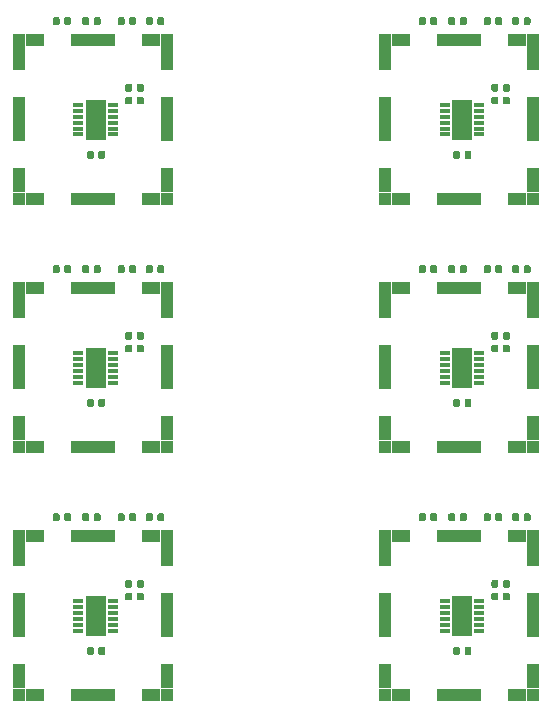
<source format=gbr>
G04 #@! TF.GenerationSoftware,KiCad,Pcbnew,5.0.2-bee76a0~70~ubuntu18.04.1*
G04 #@! TF.CreationDate,2020-02-26T15:16:49+01:00*
G04 #@! TF.ProjectId,output.rs485_adapter_panel,6f757470-7574-42e7-9273-3438355f6164,rev?*
G04 #@! TF.SameCoordinates,Original*
G04 #@! TF.FileFunction,Paste,Top*
G04 #@! TF.FilePolarity,Positive*
%FSLAX46Y46*%
G04 Gerber Fmt 4.6, Leading zero omitted, Abs format (unit mm)*
G04 Created by KiCad (PCBNEW 5.0.2-bee76a0~70~ubuntu18.04.1) date Wed 26 Feb 2020 03:16:49 PM CET*
%MOMM*%
%LPD*%
G01*
G04 APERTURE LIST*
%ADD10C,0.025400*%
%ADD11R,1.000000X2.130000*%
%ADD12R,1.000000X3.800000*%
%ADD13R,1.650000X1.000000*%
%ADD14R,3.800000X1.000000*%
%ADD15R,1.000000X1.000000*%
%ADD16C,0.100000*%
%ADD17C,0.590000*%
%ADD18R,1.803400X3.403600*%
%ADD19R,0.812800X0.304800*%
G04 APERTURE END LIST*
D10*
G04 #@! TO.C,U1*
G36*
X183548300Y-126550000D02*
X183548300Y-128051800D01*
X185151700Y-128051800D01*
X185151700Y-126550000D01*
X183548300Y-126550000D01*
G37*
X183548300Y-126550000D02*
X183548300Y-128051800D01*
X185151700Y-128051800D01*
X185151700Y-126550000D01*
X183548300Y-126550000D01*
G36*
X183548300Y-124848200D02*
X183548300Y-126350000D01*
X185151700Y-126350000D01*
X185151700Y-124848200D01*
X183548300Y-124848200D01*
G37*
X183548300Y-124848200D02*
X183548300Y-126350000D01*
X185151700Y-126350000D01*
X185151700Y-124848200D01*
X183548300Y-124848200D01*
G36*
X152548300Y-126550000D02*
X152548300Y-128051800D01*
X154151700Y-128051800D01*
X154151700Y-126550000D01*
X152548300Y-126550000D01*
G37*
X152548300Y-126550000D02*
X152548300Y-128051800D01*
X154151700Y-128051800D01*
X154151700Y-126550000D01*
X152548300Y-126550000D01*
G36*
X152548300Y-124848200D02*
X152548300Y-126350000D01*
X154151700Y-126350000D01*
X154151700Y-124848200D01*
X152548300Y-124848200D01*
G37*
X152548300Y-124848200D02*
X152548300Y-126350000D01*
X154151700Y-126350000D01*
X154151700Y-124848200D01*
X152548300Y-124848200D01*
G36*
X183548300Y-105550000D02*
X183548300Y-107051800D01*
X185151700Y-107051800D01*
X185151700Y-105550000D01*
X183548300Y-105550000D01*
G37*
X183548300Y-105550000D02*
X183548300Y-107051800D01*
X185151700Y-107051800D01*
X185151700Y-105550000D01*
X183548300Y-105550000D01*
G36*
X183548300Y-103848200D02*
X183548300Y-105350000D01*
X185151700Y-105350000D01*
X185151700Y-103848200D01*
X183548300Y-103848200D01*
G37*
X183548300Y-103848200D02*
X183548300Y-105350000D01*
X185151700Y-105350000D01*
X185151700Y-103848200D01*
X183548300Y-103848200D01*
G36*
X152548300Y-105550000D02*
X152548300Y-107051800D01*
X154151700Y-107051800D01*
X154151700Y-105550000D01*
X152548300Y-105550000D01*
G37*
X152548300Y-105550000D02*
X152548300Y-107051800D01*
X154151700Y-107051800D01*
X154151700Y-105550000D01*
X152548300Y-105550000D01*
G36*
X152548300Y-103848200D02*
X152548300Y-105350000D01*
X154151700Y-105350000D01*
X154151700Y-103848200D01*
X152548300Y-103848200D01*
G37*
X152548300Y-103848200D02*
X152548300Y-105350000D01*
X154151700Y-105350000D01*
X154151700Y-103848200D01*
X152548300Y-103848200D01*
G36*
X183548300Y-84550000D02*
X183548300Y-86051800D01*
X185151700Y-86051800D01*
X185151700Y-84550000D01*
X183548300Y-84550000D01*
G37*
X183548300Y-84550000D02*
X183548300Y-86051800D01*
X185151700Y-86051800D01*
X185151700Y-84550000D01*
X183548300Y-84550000D01*
G36*
X183548300Y-82848200D02*
X183548300Y-84350000D01*
X185151700Y-84350000D01*
X185151700Y-82848200D01*
X183548300Y-82848200D01*
G37*
X183548300Y-82848200D02*
X183548300Y-84350000D01*
X185151700Y-84350000D01*
X185151700Y-82848200D01*
X183548300Y-82848200D01*
G36*
X152548300Y-82848200D02*
X152548300Y-84350000D01*
X154151700Y-84350000D01*
X154151700Y-82848200D01*
X152548300Y-82848200D01*
G37*
X152548300Y-82848200D02*
X152548300Y-84350000D01*
X154151700Y-84350000D01*
X154151700Y-82848200D01*
X152548300Y-82848200D01*
G36*
X152548300Y-84550000D02*
X152548300Y-86051800D01*
X154151700Y-86051800D01*
X154151700Y-84550000D01*
X152548300Y-84550000D01*
G37*
X152548300Y-84550000D02*
X152548300Y-86051800D01*
X154151700Y-86051800D01*
X154151700Y-84550000D01*
X152548300Y-84550000D01*
G04 #@! TD*
D11*
G04 #@! TO.C,J1*
X190375001Y-131590001D03*
X177875001Y-131590001D03*
D12*
X190375001Y-126425001D03*
X177875001Y-126425001D03*
D11*
X190375001Y-121260001D03*
X177875001Y-121260001D03*
D13*
X189050001Y-133155001D03*
X189050001Y-119695001D03*
D14*
X184125001Y-133155001D03*
X184125001Y-119695001D03*
D13*
X179200001Y-133155001D03*
X179200001Y-119695001D03*
D15*
X177875001Y-133155001D03*
X190375001Y-133155001D03*
X190375001Y-119695001D03*
X177875001Y-119695001D03*
G04 #@! TD*
D11*
G04 #@! TO.C,J1*
X159375001Y-131590001D03*
X146875001Y-131590001D03*
D12*
X159375001Y-126425001D03*
X146875001Y-126425001D03*
D11*
X159375001Y-121260001D03*
X146875001Y-121260001D03*
D13*
X158050001Y-133155001D03*
X158050001Y-119695001D03*
D14*
X153125001Y-133155001D03*
X153125001Y-119695001D03*
D13*
X148200001Y-133155001D03*
X148200001Y-119695001D03*
D15*
X146875001Y-133155001D03*
X159375001Y-133155001D03*
X159375001Y-119695001D03*
X146875001Y-119695001D03*
G04 #@! TD*
D11*
G04 #@! TO.C,J1*
X190375001Y-110590001D03*
X177875001Y-110590001D03*
D12*
X190375001Y-105425001D03*
X177875001Y-105425001D03*
D11*
X190375001Y-100260001D03*
X177875001Y-100260001D03*
D13*
X189050001Y-112155001D03*
X189050001Y-98695001D03*
D14*
X184125001Y-112155001D03*
X184125001Y-98695001D03*
D13*
X179200001Y-112155001D03*
X179200001Y-98695001D03*
D15*
X177875001Y-112155001D03*
X190375001Y-112155001D03*
X190375001Y-98695001D03*
X177875001Y-98695001D03*
G04 #@! TD*
D11*
G04 #@! TO.C,J1*
X159375001Y-110590001D03*
X146875001Y-110590001D03*
D12*
X159375001Y-105425001D03*
X146875001Y-105425001D03*
D11*
X159375001Y-100260001D03*
X146875001Y-100260001D03*
D13*
X158050001Y-112155001D03*
X158050001Y-98695001D03*
D14*
X153125001Y-112155001D03*
X153125001Y-98695001D03*
D13*
X148200001Y-112155001D03*
X148200001Y-98695001D03*
D15*
X146875001Y-112155001D03*
X159375001Y-112155001D03*
X159375001Y-98695001D03*
X146875001Y-98695001D03*
G04 #@! TD*
D11*
G04 #@! TO.C,J1*
X190375001Y-89590001D03*
X177875001Y-89590001D03*
D12*
X190375001Y-84425001D03*
X177875001Y-84425001D03*
D11*
X190375001Y-79260001D03*
X177875001Y-79260001D03*
D13*
X189050001Y-91155001D03*
X189050001Y-77695001D03*
D14*
X184125001Y-91155001D03*
X184125001Y-77695001D03*
D13*
X179200001Y-91155001D03*
X179200001Y-77695001D03*
D15*
X177875001Y-91155001D03*
X190375001Y-91155001D03*
X190375001Y-77695001D03*
X177875001Y-77695001D03*
G04 #@! TD*
D16*
G04 #@! TO.C,C1*
G36*
X188296958Y-123430710D02*
X188311276Y-123432834D01*
X188325317Y-123436351D01*
X188338946Y-123441228D01*
X188352031Y-123447417D01*
X188364447Y-123454858D01*
X188376073Y-123463481D01*
X188386798Y-123473202D01*
X188396519Y-123483927D01*
X188405142Y-123495553D01*
X188412583Y-123507969D01*
X188418772Y-123521054D01*
X188423649Y-123534683D01*
X188427166Y-123548724D01*
X188429290Y-123563042D01*
X188430000Y-123577500D01*
X188430000Y-123922500D01*
X188429290Y-123936958D01*
X188427166Y-123951276D01*
X188423649Y-123965317D01*
X188418772Y-123978946D01*
X188412583Y-123992031D01*
X188405142Y-124004447D01*
X188396519Y-124016073D01*
X188386798Y-124026798D01*
X188376073Y-124036519D01*
X188364447Y-124045142D01*
X188352031Y-124052583D01*
X188338946Y-124058772D01*
X188325317Y-124063649D01*
X188311276Y-124067166D01*
X188296958Y-124069290D01*
X188282500Y-124070000D01*
X187987500Y-124070000D01*
X187973042Y-124069290D01*
X187958724Y-124067166D01*
X187944683Y-124063649D01*
X187931054Y-124058772D01*
X187917969Y-124052583D01*
X187905553Y-124045142D01*
X187893927Y-124036519D01*
X187883202Y-124026798D01*
X187873481Y-124016073D01*
X187864858Y-124004447D01*
X187857417Y-123992031D01*
X187851228Y-123978946D01*
X187846351Y-123965317D01*
X187842834Y-123951276D01*
X187840710Y-123936958D01*
X187840000Y-123922500D01*
X187840000Y-123577500D01*
X187840710Y-123563042D01*
X187842834Y-123548724D01*
X187846351Y-123534683D01*
X187851228Y-123521054D01*
X187857417Y-123507969D01*
X187864858Y-123495553D01*
X187873481Y-123483927D01*
X187883202Y-123473202D01*
X187893927Y-123463481D01*
X187905553Y-123454858D01*
X187917969Y-123447417D01*
X187931054Y-123441228D01*
X187944683Y-123436351D01*
X187958724Y-123432834D01*
X187973042Y-123430710D01*
X187987500Y-123430000D01*
X188282500Y-123430000D01*
X188296958Y-123430710D01*
X188296958Y-123430710D01*
G37*
D17*
X188135000Y-123750000D03*
D16*
G36*
X187326958Y-123430710D02*
X187341276Y-123432834D01*
X187355317Y-123436351D01*
X187368946Y-123441228D01*
X187382031Y-123447417D01*
X187394447Y-123454858D01*
X187406073Y-123463481D01*
X187416798Y-123473202D01*
X187426519Y-123483927D01*
X187435142Y-123495553D01*
X187442583Y-123507969D01*
X187448772Y-123521054D01*
X187453649Y-123534683D01*
X187457166Y-123548724D01*
X187459290Y-123563042D01*
X187460000Y-123577500D01*
X187460000Y-123922500D01*
X187459290Y-123936958D01*
X187457166Y-123951276D01*
X187453649Y-123965317D01*
X187448772Y-123978946D01*
X187442583Y-123992031D01*
X187435142Y-124004447D01*
X187426519Y-124016073D01*
X187416798Y-124026798D01*
X187406073Y-124036519D01*
X187394447Y-124045142D01*
X187382031Y-124052583D01*
X187368946Y-124058772D01*
X187355317Y-124063649D01*
X187341276Y-124067166D01*
X187326958Y-124069290D01*
X187312500Y-124070000D01*
X187017500Y-124070000D01*
X187003042Y-124069290D01*
X186988724Y-124067166D01*
X186974683Y-124063649D01*
X186961054Y-124058772D01*
X186947969Y-124052583D01*
X186935553Y-124045142D01*
X186923927Y-124036519D01*
X186913202Y-124026798D01*
X186903481Y-124016073D01*
X186894858Y-124004447D01*
X186887417Y-123992031D01*
X186881228Y-123978946D01*
X186876351Y-123965317D01*
X186872834Y-123951276D01*
X186870710Y-123936958D01*
X186870000Y-123922500D01*
X186870000Y-123577500D01*
X186870710Y-123563042D01*
X186872834Y-123548724D01*
X186876351Y-123534683D01*
X186881228Y-123521054D01*
X186887417Y-123507969D01*
X186894858Y-123495553D01*
X186903481Y-123483927D01*
X186913202Y-123473202D01*
X186923927Y-123463481D01*
X186935553Y-123454858D01*
X186947969Y-123447417D01*
X186961054Y-123441228D01*
X186974683Y-123436351D01*
X186988724Y-123432834D01*
X187003042Y-123430710D01*
X187017500Y-123430000D01*
X187312500Y-123430000D01*
X187326958Y-123430710D01*
X187326958Y-123430710D01*
G37*
D17*
X187165000Y-123750000D03*
G04 #@! TD*
D16*
G04 #@! TO.C,C1*
G36*
X157296958Y-123430710D02*
X157311276Y-123432834D01*
X157325317Y-123436351D01*
X157338946Y-123441228D01*
X157352031Y-123447417D01*
X157364447Y-123454858D01*
X157376073Y-123463481D01*
X157386798Y-123473202D01*
X157396519Y-123483927D01*
X157405142Y-123495553D01*
X157412583Y-123507969D01*
X157418772Y-123521054D01*
X157423649Y-123534683D01*
X157427166Y-123548724D01*
X157429290Y-123563042D01*
X157430000Y-123577500D01*
X157430000Y-123922500D01*
X157429290Y-123936958D01*
X157427166Y-123951276D01*
X157423649Y-123965317D01*
X157418772Y-123978946D01*
X157412583Y-123992031D01*
X157405142Y-124004447D01*
X157396519Y-124016073D01*
X157386798Y-124026798D01*
X157376073Y-124036519D01*
X157364447Y-124045142D01*
X157352031Y-124052583D01*
X157338946Y-124058772D01*
X157325317Y-124063649D01*
X157311276Y-124067166D01*
X157296958Y-124069290D01*
X157282500Y-124070000D01*
X156987500Y-124070000D01*
X156973042Y-124069290D01*
X156958724Y-124067166D01*
X156944683Y-124063649D01*
X156931054Y-124058772D01*
X156917969Y-124052583D01*
X156905553Y-124045142D01*
X156893927Y-124036519D01*
X156883202Y-124026798D01*
X156873481Y-124016073D01*
X156864858Y-124004447D01*
X156857417Y-123992031D01*
X156851228Y-123978946D01*
X156846351Y-123965317D01*
X156842834Y-123951276D01*
X156840710Y-123936958D01*
X156840000Y-123922500D01*
X156840000Y-123577500D01*
X156840710Y-123563042D01*
X156842834Y-123548724D01*
X156846351Y-123534683D01*
X156851228Y-123521054D01*
X156857417Y-123507969D01*
X156864858Y-123495553D01*
X156873481Y-123483927D01*
X156883202Y-123473202D01*
X156893927Y-123463481D01*
X156905553Y-123454858D01*
X156917969Y-123447417D01*
X156931054Y-123441228D01*
X156944683Y-123436351D01*
X156958724Y-123432834D01*
X156973042Y-123430710D01*
X156987500Y-123430000D01*
X157282500Y-123430000D01*
X157296958Y-123430710D01*
X157296958Y-123430710D01*
G37*
D17*
X157135000Y-123750000D03*
D16*
G36*
X156326958Y-123430710D02*
X156341276Y-123432834D01*
X156355317Y-123436351D01*
X156368946Y-123441228D01*
X156382031Y-123447417D01*
X156394447Y-123454858D01*
X156406073Y-123463481D01*
X156416798Y-123473202D01*
X156426519Y-123483927D01*
X156435142Y-123495553D01*
X156442583Y-123507969D01*
X156448772Y-123521054D01*
X156453649Y-123534683D01*
X156457166Y-123548724D01*
X156459290Y-123563042D01*
X156460000Y-123577500D01*
X156460000Y-123922500D01*
X156459290Y-123936958D01*
X156457166Y-123951276D01*
X156453649Y-123965317D01*
X156448772Y-123978946D01*
X156442583Y-123992031D01*
X156435142Y-124004447D01*
X156426519Y-124016073D01*
X156416798Y-124026798D01*
X156406073Y-124036519D01*
X156394447Y-124045142D01*
X156382031Y-124052583D01*
X156368946Y-124058772D01*
X156355317Y-124063649D01*
X156341276Y-124067166D01*
X156326958Y-124069290D01*
X156312500Y-124070000D01*
X156017500Y-124070000D01*
X156003042Y-124069290D01*
X155988724Y-124067166D01*
X155974683Y-124063649D01*
X155961054Y-124058772D01*
X155947969Y-124052583D01*
X155935553Y-124045142D01*
X155923927Y-124036519D01*
X155913202Y-124026798D01*
X155903481Y-124016073D01*
X155894858Y-124004447D01*
X155887417Y-123992031D01*
X155881228Y-123978946D01*
X155876351Y-123965317D01*
X155872834Y-123951276D01*
X155870710Y-123936958D01*
X155870000Y-123922500D01*
X155870000Y-123577500D01*
X155870710Y-123563042D01*
X155872834Y-123548724D01*
X155876351Y-123534683D01*
X155881228Y-123521054D01*
X155887417Y-123507969D01*
X155894858Y-123495553D01*
X155903481Y-123483927D01*
X155913202Y-123473202D01*
X155923927Y-123463481D01*
X155935553Y-123454858D01*
X155947969Y-123447417D01*
X155961054Y-123441228D01*
X155974683Y-123436351D01*
X155988724Y-123432834D01*
X156003042Y-123430710D01*
X156017500Y-123430000D01*
X156312500Y-123430000D01*
X156326958Y-123430710D01*
X156326958Y-123430710D01*
G37*
D17*
X156165000Y-123750000D03*
G04 #@! TD*
D16*
G04 #@! TO.C,C1*
G36*
X188296958Y-102430710D02*
X188311276Y-102432834D01*
X188325317Y-102436351D01*
X188338946Y-102441228D01*
X188352031Y-102447417D01*
X188364447Y-102454858D01*
X188376073Y-102463481D01*
X188386798Y-102473202D01*
X188396519Y-102483927D01*
X188405142Y-102495553D01*
X188412583Y-102507969D01*
X188418772Y-102521054D01*
X188423649Y-102534683D01*
X188427166Y-102548724D01*
X188429290Y-102563042D01*
X188430000Y-102577500D01*
X188430000Y-102922500D01*
X188429290Y-102936958D01*
X188427166Y-102951276D01*
X188423649Y-102965317D01*
X188418772Y-102978946D01*
X188412583Y-102992031D01*
X188405142Y-103004447D01*
X188396519Y-103016073D01*
X188386798Y-103026798D01*
X188376073Y-103036519D01*
X188364447Y-103045142D01*
X188352031Y-103052583D01*
X188338946Y-103058772D01*
X188325317Y-103063649D01*
X188311276Y-103067166D01*
X188296958Y-103069290D01*
X188282500Y-103070000D01*
X187987500Y-103070000D01*
X187973042Y-103069290D01*
X187958724Y-103067166D01*
X187944683Y-103063649D01*
X187931054Y-103058772D01*
X187917969Y-103052583D01*
X187905553Y-103045142D01*
X187893927Y-103036519D01*
X187883202Y-103026798D01*
X187873481Y-103016073D01*
X187864858Y-103004447D01*
X187857417Y-102992031D01*
X187851228Y-102978946D01*
X187846351Y-102965317D01*
X187842834Y-102951276D01*
X187840710Y-102936958D01*
X187840000Y-102922500D01*
X187840000Y-102577500D01*
X187840710Y-102563042D01*
X187842834Y-102548724D01*
X187846351Y-102534683D01*
X187851228Y-102521054D01*
X187857417Y-102507969D01*
X187864858Y-102495553D01*
X187873481Y-102483927D01*
X187883202Y-102473202D01*
X187893927Y-102463481D01*
X187905553Y-102454858D01*
X187917969Y-102447417D01*
X187931054Y-102441228D01*
X187944683Y-102436351D01*
X187958724Y-102432834D01*
X187973042Y-102430710D01*
X187987500Y-102430000D01*
X188282500Y-102430000D01*
X188296958Y-102430710D01*
X188296958Y-102430710D01*
G37*
D17*
X188135000Y-102750000D03*
D16*
G36*
X187326958Y-102430710D02*
X187341276Y-102432834D01*
X187355317Y-102436351D01*
X187368946Y-102441228D01*
X187382031Y-102447417D01*
X187394447Y-102454858D01*
X187406073Y-102463481D01*
X187416798Y-102473202D01*
X187426519Y-102483927D01*
X187435142Y-102495553D01*
X187442583Y-102507969D01*
X187448772Y-102521054D01*
X187453649Y-102534683D01*
X187457166Y-102548724D01*
X187459290Y-102563042D01*
X187460000Y-102577500D01*
X187460000Y-102922500D01*
X187459290Y-102936958D01*
X187457166Y-102951276D01*
X187453649Y-102965317D01*
X187448772Y-102978946D01*
X187442583Y-102992031D01*
X187435142Y-103004447D01*
X187426519Y-103016073D01*
X187416798Y-103026798D01*
X187406073Y-103036519D01*
X187394447Y-103045142D01*
X187382031Y-103052583D01*
X187368946Y-103058772D01*
X187355317Y-103063649D01*
X187341276Y-103067166D01*
X187326958Y-103069290D01*
X187312500Y-103070000D01*
X187017500Y-103070000D01*
X187003042Y-103069290D01*
X186988724Y-103067166D01*
X186974683Y-103063649D01*
X186961054Y-103058772D01*
X186947969Y-103052583D01*
X186935553Y-103045142D01*
X186923927Y-103036519D01*
X186913202Y-103026798D01*
X186903481Y-103016073D01*
X186894858Y-103004447D01*
X186887417Y-102992031D01*
X186881228Y-102978946D01*
X186876351Y-102965317D01*
X186872834Y-102951276D01*
X186870710Y-102936958D01*
X186870000Y-102922500D01*
X186870000Y-102577500D01*
X186870710Y-102563042D01*
X186872834Y-102548724D01*
X186876351Y-102534683D01*
X186881228Y-102521054D01*
X186887417Y-102507969D01*
X186894858Y-102495553D01*
X186903481Y-102483927D01*
X186913202Y-102473202D01*
X186923927Y-102463481D01*
X186935553Y-102454858D01*
X186947969Y-102447417D01*
X186961054Y-102441228D01*
X186974683Y-102436351D01*
X186988724Y-102432834D01*
X187003042Y-102430710D01*
X187017500Y-102430000D01*
X187312500Y-102430000D01*
X187326958Y-102430710D01*
X187326958Y-102430710D01*
G37*
D17*
X187165000Y-102750000D03*
G04 #@! TD*
D16*
G04 #@! TO.C,C1*
G36*
X157296958Y-102430710D02*
X157311276Y-102432834D01*
X157325317Y-102436351D01*
X157338946Y-102441228D01*
X157352031Y-102447417D01*
X157364447Y-102454858D01*
X157376073Y-102463481D01*
X157386798Y-102473202D01*
X157396519Y-102483927D01*
X157405142Y-102495553D01*
X157412583Y-102507969D01*
X157418772Y-102521054D01*
X157423649Y-102534683D01*
X157427166Y-102548724D01*
X157429290Y-102563042D01*
X157430000Y-102577500D01*
X157430000Y-102922500D01*
X157429290Y-102936958D01*
X157427166Y-102951276D01*
X157423649Y-102965317D01*
X157418772Y-102978946D01*
X157412583Y-102992031D01*
X157405142Y-103004447D01*
X157396519Y-103016073D01*
X157386798Y-103026798D01*
X157376073Y-103036519D01*
X157364447Y-103045142D01*
X157352031Y-103052583D01*
X157338946Y-103058772D01*
X157325317Y-103063649D01*
X157311276Y-103067166D01*
X157296958Y-103069290D01*
X157282500Y-103070000D01*
X156987500Y-103070000D01*
X156973042Y-103069290D01*
X156958724Y-103067166D01*
X156944683Y-103063649D01*
X156931054Y-103058772D01*
X156917969Y-103052583D01*
X156905553Y-103045142D01*
X156893927Y-103036519D01*
X156883202Y-103026798D01*
X156873481Y-103016073D01*
X156864858Y-103004447D01*
X156857417Y-102992031D01*
X156851228Y-102978946D01*
X156846351Y-102965317D01*
X156842834Y-102951276D01*
X156840710Y-102936958D01*
X156840000Y-102922500D01*
X156840000Y-102577500D01*
X156840710Y-102563042D01*
X156842834Y-102548724D01*
X156846351Y-102534683D01*
X156851228Y-102521054D01*
X156857417Y-102507969D01*
X156864858Y-102495553D01*
X156873481Y-102483927D01*
X156883202Y-102473202D01*
X156893927Y-102463481D01*
X156905553Y-102454858D01*
X156917969Y-102447417D01*
X156931054Y-102441228D01*
X156944683Y-102436351D01*
X156958724Y-102432834D01*
X156973042Y-102430710D01*
X156987500Y-102430000D01*
X157282500Y-102430000D01*
X157296958Y-102430710D01*
X157296958Y-102430710D01*
G37*
D17*
X157135000Y-102750000D03*
D16*
G36*
X156326958Y-102430710D02*
X156341276Y-102432834D01*
X156355317Y-102436351D01*
X156368946Y-102441228D01*
X156382031Y-102447417D01*
X156394447Y-102454858D01*
X156406073Y-102463481D01*
X156416798Y-102473202D01*
X156426519Y-102483927D01*
X156435142Y-102495553D01*
X156442583Y-102507969D01*
X156448772Y-102521054D01*
X156453649Y-102534683D01*
X156457166Y-102548724D01*
X156459290Y-102563042D01*
X156460000Y-102577500D01*
X156460000Y-102922500D01*
X156459290Y-102936958D01*
X156457166Y-102951276D01*
X156453649Y-102965317D01*
X156448772Y-102978946D01*
X156442583Y-102992031D01*
X156435142Y-103004447D01*
X156426519Y-103016073D01*
X156416798Y-103026798D01*
X156406073Y-103036519D01*
X156394447Y-103045142D01*
X156382031Y-103052583D01*
X156368946Y-103058772D01*
X156355317Y-103063649D01*
X156341276Y-103067166D01*
X156326958Y-103069290D01*
X156312500Y-103070000D01*
X156017500Y-103070000D01*
X156003042Y-103069290D01*
X155988724Y-103067166D01*
X155974683Y-103063649D01*
X155961054Y-103058772D01*
X155947969Y-103052583D01*
X155935553Y-103045142D01*
X155923927Y-103036519D01*
X155913202Y-103026798D01*
X155903481Y-103016073D01*
X155894858Y-103004447D01*
X155887417Y-102992031D01*
X155881228Y-102978946D01*
X155876351Y-102965317D01*
X155872834Y-102951276D01*
X155870710Y-102936958D01*
X155870000Y-102922500D01*
X155870000Y-102577500D01*
X155870710Y-102563042D01*
X155872834Y-102548724D01*
X155876351Y-102534683D01*
X155881228Y-102521054D01*
X155887417Y-102507969D01*
X155894858Y-102495553D01*
X155903481Y-102483927D01*
X155913202Y-102473202D01*
X155923927Y-102463481D01*
X155935553Y-102454858D01*
X155947969Y-102447417D01*
X155961054Y-102441228D01*
X155974683Y-102436351D01*
X155988724Y-102432834D01*
X156003042Y-102430710D01*
X156017500Y-102430000D01*
X156312500Y-102430000D01*
X156326958Y-102430710D01*
X156326958Y-102430710D01*
G37*
D17*
X156165000Y-102750000D03*
G04 #@! TD*
D16*
G04 #@! TO.C,C1*
G36*
X188296958Y-81430710D02*
X188311276Y-81432834D01*
X188325317Y-81436351D01*
X188338946Y-81441228D01*
X188352031Y-81447417D01*
X188364447Y-81454858D01*
X188376073Y-81463481D01*
X188386798Y-81473202D01*
X188396519Y-81483927D01*
X188405142Y-81495553D01*
X188412583Y-81507969D01*
X188418772Y-81521054D01*
X188423649Y-81534683D01*
X188427166Y-81548724D01*
X188429290Y-81563042D01*
X188430000Y-81577500D01*
X188430000Y-81922500D01*
X188429290Y-81936958D01*
X188427166Y-81951276D01*
X188423649Y-81965317D01*
X188418772Y-81978946D01*
X188412583Y-81992031D01*
X188405142Y-82004447D01*
X188396519Y-82016073D01*
X188386798Y-82026798D01*
X188376073Y-82036519D01*
X188364447Y-82045142D01*
X188352031Y-82052583D01*
X188338946Y-82058772D01*
X188325317Y-82063649D01*
X188311276Y-82067166D01*
X188296958Y-82069290D01*
X188282500Y-82070000D01*
X187987500Y-82070000D01*
X187973042Y-82069290D01*
X187958724Y-82067166D01*
X187944683Y-82063649D01*
X187931054Y-82058772D01*
X187917969Y-82052583D01*
X187905553Y-82045142D01*
X187893927Y-82036519D01*
X187883202Y-82026798D01*
X187873481Y-82016073D01*
X187864858Y-82004447D01*
X187857417Y-81992031D01*
X187851228Y-81978946D01*
X187846351Y-81965317D01*
X187842834Y-81951276D01*
X187840710Y-81936958D01*
X187840000Y-81922500D01*
X187840000Y-81577500D01*
X187840710Y-81563042D01*
X187842834Y-81548724D01*
X187846351Y-81534683D01*
X187851228Y-81521054D01*
X187857417Y-81507969D01*
X187864858Y-81495553D01*
X187873481Y-81483927D01*
X187883202Y-81473202D01*
X187893927Y-81463481D01*
X187905553Y-81454858D01*
X187917969Y-81447417D01*
X187931054Y-81441228D01*
X187944683Y-81436351D01*
X187958724Y-81432834D01*
X187973042Y-81430710D01*
X187987500Y-81430000D01*
X188282500Y-81430000D01*
X188296958Y-81430710D01*
X188296958Y-81430710D01*
G37*
D17*
X188135000Y-81750000D03*
D16*
G36*
X187326958Y-81430710D02*
X187341276Y-81432834D01*
X187355317Y-81436351D01*
X187368946Y-81441228D01*
X187382031Y-81447417D01*
X187394447Y-81454858D01*
X187406073Y-81463481D01*
X187416798Y-81473202D01*
X187426519Y-81483927D01*
X187435142Y-81495553D01*
X187442583Y-81507969D01*
X187448772Y-81521054D01*
X187453649Y-81534683D01*
X187457166Y-81548724D01*
X187459290Y-81563042D01*
X187460000Y-81577500D01*
X187460000Y-81922500D01*
X187459290Y-81936958D01*
X187457166Y-81951276D01*
X187453649Y-81965317D01*
X187448772Y-81978946D01*
X187442583Y-81992031D01*
X187435142Y-82004447D01*
X187426519Y-82016073D01*
X187416798Y-82026798D01*
X187406073Y-82036519D01*
X187394447Y-82045142D01*
X187382031Y-82052583D01*
X187368946Y-82058772D01*
X187355317Y-82063649D01*
X187341276Y-82067166D01*
X187326958Y-82069290D01*
X187312500Y-82070000D01*
X187017500Y-82070000D01*
X187003042Y-82069290D01*
X186988724Y-82067166D01*
X186974683Y-82063649D01*
X186961054Y-82058772D01*
X186947969Y-82052583D01*
X186935553Y-82045142D01*
X186923927Y-82036519D01*
X186913202Y-82026798D01*
X186903481Y-82016073D01*
X186894858Y-82004447D01*
X186887417Y-81992031D01*
X186881228Y-81978946D01*
X186876351Y-81965317D01*
X186872834Y-81951276D01*
X186870710Y-81936958D01*
X186870000Y-81922500D01*
X186870000Y-81577500D01*
X186870710Y-81563042D01*
X186872834Y-81548724D01*
X186876351Y-81534683D01*
X186881228Y-81521054D01*
X186887417Y-81507969D01*
X186894858Y-81495553D01*
X186903481Y-81483927D01*
X186913202Y-81473202D01*
X186923927Y-81463481D01*
X186935553Y-81454858D01*
X186947969Y-81447417D01*
X186961054Y-81441228D01*
X186974683Y-81436351D01*
X186988724Y-81432834D01*
X187003042Y-81430710D01*
X187017500Y-81430000D01*
X187312500Y-81430000D01*
X187326958Y-81430710D01*
X187326958Y-81430710D01*
G37*
D17*
X187165000Y-81750000D03*
G04 #@! TD*
D16*
G04 #@! TO.C,R2*
G36*
X189076958Y-117780710D02*
X189091276Y-117782834D01*
X189105317Y-117786351D01*
X189118946Y-117791228D01*
X189132031Y-117797417D01*
X189144447Y-117804858D01*
X189156073Y-117813481D01*
X189166798Y-117823202D01*
X189176519Y-117833927D01*
X189185142Y-117845553D01*
X189192583Y-117857969D01*
X189198772Y-117871054D01*
X189203649Y-117884683D01*
X189207166Y-117898724D01*
X189209290Y-117913042D01*
X189210000Y-117927500D01*
X189210000Y-118272500D01*
X189209290Y-118286958D01*
X189207166Y-118301276D01*
X189203649Y-118315317D01*
X189198772Y-118328946D01*
X189192583Y-118342031D01*
X189185142Y-118354447D01*
X189176519Y-118366073D01*
X189166798Y-118376798D01*
X189156073Y-118386519D01*
X189144447Y-118395142D01*
X189132031Y-118402583D01*
X189118946Y-118408772D01*
X189105317Y-118413649D01*
X189091276Y-118417166D01*
X189076958Y-118419290D01*
X189062500Y-118420000D01*
X188767500Y-118420000D01*
X188753042Y-118419290D01*
X188738724Y-118417166D01*
X188724683Y-118413649D01*
X188711054Y-118408772D01*
X188697969Y-118402583D01*
X188685553Y-118395142D01*
X188673927Y-118386519D01*
X188663202Y-118376798D01*
X188653481Y-118366073D01*
X188644858Y-118354447D01*
X188637417Y-118342031D01*
X188631228Y-118328946D01*
X188626351Y-118315317D01*
X188622834Y-118301276D01*
X188620710Y-118286958D01*
X188620000Y-118272500D01*
X188620000Y-117927500D01*
X188620710Y-117913042D01*
X188622834Y-117898724D01*
X188626351Y-117884683D01*
X188631228Y-117871054D01*
X188637417Y-117857969D01*
X188644858Y-117845553D01*
X188653481Y-117833927D01*
X188663202Y-117823202D01*
X188673927Y-117813481D01*
X188685553Y-117804858D01*
X188697969Y-117797417D01*
X188711054Y-117791228D01*
X188724683Y-117786351D01*
X188738724Y-117782834D01*
X188753042Y-117780710D01*
X188767500Y-117780000D01*
X189062500Y-117780000D01*
X189076958Y-117780710D01*
X189076958Y-117780710D01*
G37*
D17*
X188915000Y-118100000D03*
D16*
G36*
X190046958Y-117780710D02*
X190061276Y-117782834D01*
X190075317Y-117786351D01*
X190088946Y-117791228D01*
X190102031Y-117797417D01*
X190114447Y-117804858D01*
X190126073Y-117813481D01*
X190136798Y-117823202D01*
X190146519Y-117833927D01*
X190155142Y-117845553D01*
X190162583Y-117857969D01*
X190168772Y-117871054D01*
X190173649Y-117884683D01*
X190177166Y-117898724D01*
X190179290Y-117913042D01*
X190180000Y-117927500D01*
X190180000Y-118272500D01*
X190179290Y-118286958D01*
X190177166Y-118301276D01*
X190173649Y-118315317D01*
X190168772Y-118328946D01*
X190162583Y-118342031D01*
X190155142Y-118354447D01*
X190146519Y-118366073D01*
X190136798Y-118376798D01*
X190126073Y-118386519D01*
X190114447Y-118395142D01*
X190102031Y-118402583D01*
X190088946Y-118408772D01*
X190075317Y-118413649D01*
X190061276Y-118417166D01*
X190046958Y-118419290D01*
X190032500Y-118420000D01*
X189737500Y-118420000D01*
X189723042Y-118419290D01*
X189708724Y-118417166D01*
X189694683Y-118413649D01*
X189681054Y-118408772D01*
X189667969Y-118402583D01*
X189655553Y-118395142D01*
X189643927Y-118386519D01*
X189633202Y-118376798D01*
X189623481Y-118366073D01*
X189614858Y-118354447D01*
X189607417Y-118342031D01*
X189601228Y-118328946D01*
X189596351Y-118315317D01*
X189592834Y-118301276D01*
X189590710Y-118286958D01*
X189590000Y-118272500D01*
X189590000Y-117927500D01*
X189590710Y-117913042D01*
X189592834Y-117898724D01*
X189596351Y-117884683D01*
X189601228Y-117871054D01*
X189607417Y-117857969D01*
X189614858Y-117845553D01*
X189623481Y-117833927D01*
X189633202Y-117823202D01*
X189643927Y-117813481D01*
X189655553Y-117804858D01*
X189667969Y-117797417D01*
X189681054Y-117791228D01*
X189694683Y-117786351D01*
X189708724Y-117782834D01*
X189723042Y-117780710D01*
X189737500Y-117780000D01*
X190032500Y-117780000D01*
X190046958Y-117780710D01*
X190046958Y-117780710D01*
G37*
D17*
X189885000Y-118100000D03*
G04 #@! TD*
D16*
G04 #@! TO.C,R2*
G36*
X158076958Y-117780710D02*
X158091276Y-117782834D01*
X158105317Y-117786351D01*
X158118946Y-117791228D01*
X158132031Y-117797417D01*
X158144447Y-117804858D01*
X158156073Y-117813481D01*
X158166798Y-117823202D01*
X158176519Y-117833927D01*
X158185142Y-117845553D01*
X158192583Y-117857969D01*
X158198772Y-117871054D01*
X158203649Y-117884683D01*
X158207166Y-117898724D01*
X158209290Y-117913042D01*
X158210000Y-117927500D01*
X158210000Y-118272500D01*
X158209290Y-118286958D01*
X158207166Y-118301276D01*
X158203649Y-118315317D01*
X158198772Y-118328946D01*
X158192583Y-118342031D01*
X158185142Y-118354447D01*
X158176519Y-118366073D01*
X158166798Y-118376798D01*
X158156073Y-118386519D01*
X158144447Y-118395142D01*
X158132031Y-118402583D01*
X158118946Y-118408772D01*
X158105317Y-118413649D01*
X158091276Y-118417166D01*
X158076958Y-118419290D01*
X158062500Y-118420000D01*
X157767500Y-118420000D01*
X157753042Y-118419290D01*
X157738724Y-118417166D01*
X157724683Y-118413649D01*
X157711054Y-118408772D01*
X157697969Y-118402583D01*
X157685553Y-118395142D01*
X157673927Y-118386519D01*
X157663202Y-118376798D01*
X157653481Y-118366073D01*
X157644858Y-118354447D01*
X157637417Y-118342031D01*
X157631228Y-118328946D01*
X157626351Y-118315317D01*
X157622834Y-118301276D01*
X157620710Y-118286958D01*
X157620000Y-118272500D01*
X157620000Y-117927500D01*
X157620710Y-117913042D01*
X157622834Y-117898724D01*
X157626351Y-117884683D01*
X157631228Y-117871054D01*
X157637417Y-117857969D01*
X157644858Y-117845553D01*
X157653481Y-117833927D01*
X157663202Y-117823202D01*
X157673927Y-117813481D01*
X157685553Y-117804858D01*
X157697969Y-117797417D01*
X157711054Y-117791228D01*
X157724683Y-117786351D01*
X157738724Y-117782834D01*
X157753042Y-117780710D01*
X157767500Y-117780000D01*
X158062500Y-117780000D01*
X158076958Y-117780710D01*
X158076958Y-117780710D01*
G37*
D17*
X157915000Y-118100000D03*
D16*
G36*
X159046958Y-117780710D02*
X159061276Y-117782834D01*
X159075317Y-117786351D01*
X159088946Y-117791228D01*
X159102031Y-117797417D01*
X159114447Y-117804858D01*
X159126073Y-117813481D01*
X159136798Y-117823202D01*
X159146519Y-117833927D01*
X159155142Y-117845553D01*
X159162583Y-117857969D01*
X159168772Y-117871054D01*
X159173649Y-117884683D01*
X159177166Y-117898724D01*
X159179290Y-117913042D01*
X159180000Y-117927500D01*
X159180000Y-118272500D01*
X159179290Y-118286958D01*
X159177166Y-118301276D01*
X159173649Y-118315317D01*
X159168772Y-118328946D01*
X159162583Y-118342031D01*
X159155142Y-118354447D01*
X159146519Y-118366073D01*
X159136798Y-118376798D01*
X159126073Y-118386519D01*
X159114447Y-118395142D01*
X159102031Y-118402583D01*
X159088946Y-118408772D01*
X159075317Y-118413649D01*
X159061276Y-118417166D01*
X159046958Y-118419290D01*
X159032500Y-118420000D01*
X158737500Y-118420000D01*
X158723042Y-118419290D01*
X158708724Y-118417166D01*
X158694683Y-118413649D01*
X158681054Y-118408772D01*
X158667969Y-118402583D01*
X158655553Y-118395142D01*
X158643927Y-118386519D01*
X158633202Y-118376798D01*
X158623481Y-118366073D01*
X158614858Y-118354447D01*
X158607417Y-118342031D01*
X158601228Y-118328946D01*
X158596351Y-118315317D01*
X158592834Y-118301276D01*
X158590710Y-118286958D01*
X158590000Y-118272500D01*
X158590000Y-117927500D01*
X158590710Y-117913042D01*
X158592834Y-117898724D01*
X158596351Y-117884683D01*
X158601228Y-117871054D01*
X158607417Y-117857969D01*
X158614858Y-117845553D01*
X158623481Y-117833927D01*
X158633202Y-117823202D01*
X158643927Y-117813481D01*
X158655553Y-117804858D01*
X158667969Y-117797417D01*
X158681054Y-117791228D01*
X158694683Y-117786351D01*
X158708724Y-117782834D01*
X158723042Y-117780710D01*
X158737500Y-117780000D01*
X159032500Y-117780000D01*
X159046958Y-117780710D01*
X159046958Y-117780710D01*
G37*
D17*
X158885000Y-118100000D03*
G04 #@! TD*
D16*
G04 #@! TO.C,R2*
G36*
X189076958Y-96780710D02*
X189091276Y-96782834D01*
X189105317Y-96786351D01*
X189118946Y-96791228D01*
X189132031Y-96797417D01*
X189144447Y-96804858D01*
X189156073Y-96813481D01*
X189166798Y-96823202D01*
X189176519Y-96833927D01*
X189185142Y-96845553D01*
X189192583Y-96857969D01*
X189198772Y-96871054D01*
X189203649Y-96884683D01*
X189207166Y-96898724D01*
X189209290Y-96913042D01*
X189210000Y-96927500D01*
X189210000Y-97272500D01*
X189209290Y-97286958D01*
X189207166Y-97301276D01*
X189203649Y-97315317D01*
X189198772Y-97328946D01*
X189192583Y-97342031D01*
X189185142Y-97354447D01*
X189176519Y-97366073D01*
X189166798Y-97376798D01*
X189156073Y-97386519D01*
X189144447Y-97395142D01*
X189132031Y-97402583D01*
X189118946Y-97408772D01*
X189105317Y-97413649D01*
X189091276Y-97417166D01*
X189076958Y-97419290D01*
X189062500Y-97420000D01*
X188767500Y-97420000D01*
X188753042Y-97419290D01*
X188738724Y-97417166D01*
X188724683Y-97413649D01*
X188711054Y-97408772D01*
X188697969Y-97402583D01*
X188685553Y-97395142D01*
X188673927Y-97386519D01*
X188663202Y-97376798D01*
X188653481Y-97366073D01*
X188644858Y-97354447D01*
X188637417Y-97342031D01*
X188631228Y-97328946D01*
X188626351Y-97315317D01*
X188622834Y-97301276D01*
X188620710Y-97286958D01*
X188620000Y-97272500D01*
X188620000Y-96927500D01*
X188620710Y-96913042D01*
X188622834Y-96898724D01*
X188626351Y-96884683D01*
X188631228Y-96871054D01*
X188637417Y-96857969D01*
X188644858Y-96845553D01*
X188653481Y-96833927D01*
X188663202Y-96823202D01*
X188673927Y-96813481D01*
X188685553Y-96804858D01*
X188697969Y-96797417D01*
X188711054Y-96791228D01*
X188724683Y-96786351D01*
X188738724Y-96782834D01*
X188753042Y-96780710D01*
X188767500Y-96780000D01*
X189062500Y-96780000D01*
X189076958Y-96780710D01*
X189076958Y-96780710D01*
G37*
D17*
X188915000Y-97100000D03*
D16*
G36*
X190046958Y-96780710D02*
X190061276Y-96782834D01*
X190075317Y-96786351D01*
X190088946Y-96791228D01*
X190102031Y-96797417D01*
X190114447Y-96804858D01*
X190126073Y-96813481D01*
X190136798Y-96823202D01*
X190146519Y-96833927D01*
X190155142Y-96845553D01*
X190162583Y-96857969D01*
X190168772Y-96871054D01*
X190173649Y-96884683D01*
X190177166Y-96898724D01*
X190179290Y-96913042D01*
X190180000Y-96927500D01*
X190180000Y-97272500D01*
X190179290Y-97286958D01*
X190177166Y-97301276D01*
X190173649Y-97315317D01*
X190168772Y-97328946D01*
X190162583Y-97342031D01*
X190155142Y-97354447D01*
X190146519Y-97366073D01*
X190136798Y-97376798D01*
X190126073Y-97386519D01*
X190114447Y-97395142D01*
X190102031Y-97402583D01*
X190088946Y-97408772D01*
X190075317Y-97413649D01*
X190061276Y-97417166D01*
X190046958Y-97419290D01*
X190032500Y-97420000D01*
X189737500Y-97420000D01*
X189723042Y-97419290D01*
X189708724Y-97417166D01*
X189694683Y-97413649D01*
X189681054Y-97408772D01*
X189667969Y-97402583D01*
X189655553Y-97395142D01*
X189643927Y-97386519D01*
X189633202Y-97376798D01*
X189623481Y-97366073D01*
X189614858Y-97354447D01*
X189607417Y-97342031D01*
X189601228Y-97328946D01*
X189596351Y-97315317D01*
X189592834Y-97301276D01*
X189590710Y-97286958D01*
X189590000Y-97272500D01*
X189590000Y-96927500D01*
X189590710Y-96913042D01*
X189592834Y-96898724D01*
X189596351Y-96884683D01*
X189601228Y-96871054D01*
X189607417Y-96857969D01*
X189614858Y-96845553D01*
X189623481Y-96833927D01*
X189633202Y-96823202D01*
X189643927Y-96813481D01*
X189655553Y-96804858D01*
X189667969Y-96797417D01*
X189681054Y-96791228D01*
X189694683Y-96786351D01*
X189708724Y-96782834D01*
X189723042Y-96780710D01*
X189737500Y-96780000D01*
X190032500Y-96780000D01*
X190046958Y-96780710D01*
X190046958Y-96780710D01*
G37*
D17*
X189885000Y-97100000D03*
G04 #@! TD*
D16*
G04 #@! TO.C,R2*
G36*
X158076958Y-96780710D02*
X158091276Y-96782834D01*
X158105317Y-96786351D01*
X158118946Y-96791228D01*
X158132031Y-96797417D01*
X158144447Y-96804858D01*
X158156073Y-96813481D01*
X158166798Y-96823202D01*
X158176519Y-96833927D01*
X158185142Y-96845553D01*
X158192583Y-96857969D01*
X158198772Y-96871054D01*
X158203649Y-96884683D01*
X158207166Y-96898724D01*
X158209290Y-96913042D01*
X158210000Y-96927500D01*
X158210000Y-97272500D01*
X158209290Y-97286958D01*
X158207166Y-97301276D01*
X158203649Y-97315317D01*
X158198772Y-97328946D01*
X158192583Y-97342031D01*
X158185142Y-97354447D01*
X158176519Y-97366073D01*
X158166798Y-97376798D01*
X158156073Y-97386519D01*
X158144447Y-97395142D01*
X158132031Y-97402583D01*
X158118946Y-97408772D01*
X158105317Y-97413649D01*
X158091276Y-97417166D01*
X158076958Y-97419290D01*
X158062500Y-97420000D01*
X157767500Y-97420000D01*
X157753042Y-97419290D01*
X157738724Y-97417166D01*
X157724683Y-97413649D01*
X157711054Y-97408772D01*
X157697969Y-97402583D01*
X157685553Y-97395142D01*
X157673927Y-97386519D01*
X157663202Y-97376798D01*
X157653481Y-97366073D01*
X157644858Y-97354447D01*
X157637417Y-97342031D01*
X157631228Y-97328946D01*
X157626351Y-97315317D01*
X157622834Y-97301276D01*
X157620710Y-97286958D01*
X157620000Y-97272500D01*
X157620000Y-96927500D01*
X157620710Y-96913042D01*
X157622834Y-96898724D01*
X157626351Y-96884683D01*
X157631228Y-96871054D01*
X157637417Y-96857969D01*
X157644858Y-96845553D01*
X157653481Y-96833927D01*
X157663202Y-96823202D01*
X157673927Y-96813481D01*
X157685553Y-96804858D01*
X157697969Y-96797417D01*
X157711054Y-96791228D01*
X157724683Y-96786351D01*
X157738724Y-96782834D01*
X157753042Y-96780710D01*
X157767500Y-96780000D01*
X158062500Y-96780000D01*
X158076958Y-96780710D01*
X158076958Y-96780710D01*
G37*
D17*
X157915000Y-97100000D03*
D16*
G36*
X159046958Y-96780710D02*
X159061276Y-96782834D01*
X159075317Y-96786351D01*
X159088946Y-96791228D01*
X159102031Y-96797417D01*
X159114447Y-96804858D01*
X159126073Y-96813481D01*
X159136798Y-96823202D01*
X159146519Y-96833927D01*
X159155142Y-96845553D01*
X159162583Y-96857969D01*
X159168772Y-96871054D01*
X159173649Y-96884683D01*
X159177166Y-96898724D01*
X159179290Y-96913042D01*
X159180000Y-96927500D01*
X159180000Y-97272500D01*
X159179290Y-97286958D01*
X159177166Y-97301276D01*
X159173649Y-97315317D01*
X159168772Y-97328946D01*
X159162583Y-97342031D01*
X159155142Y-97354447D01*
X159146519Y-97366073D01*
X159136798Y-97376798D01*
X159126073Y-97386519D01*
X159114447Y-97395142D01*
X159102031Y-97402583D01*
X159088946Y-97408772D01*
X159075317Y-97413649D01*
X159061276Y-97417166D01*
X159046958Y-97419290D01*
X159032500Y-97420000D01*
X158737500Y-97420000D01*
X158723042Y-97419290D01*
X158708724Y-97417166D01*
X158694683Y-97413649D01*
X158681054Y-97408772D01*
X158667969Y-97402583D01*
X158655553Y-97395142D01*
X158643927Y-97386519D01*
X158633202Y-97376798D01*
X158623481Y-97366073D01*
X158614858Y-97354447D01*
X158607417Y-97342031D01*
X158601228Y-97328946D01*
X158596351Y-97315317D01*
X158592834Y-97301276D01*
X158590710Y-97286958D01*
X158590000Y-97272500D01*
X158590000Y-96927500D01*
X158590710Y-96913042D01*
X158592834Y-96898724D01*
X158596351Y-96884683D01*
X158601228Y-96871054D01*
X158607417Y-96857969D01*
X158614858Y-96845553D01*
X158623481Y-96833927D01*
X158633202Y-96823202D01*
X158643927Y-96813481D01*
X158655553Y-96804858D01*
X158667969Y-96797417D01*
X158681054Y-96791228D01*
X158694683Y-96786351D01*
X158708724Y-96782834D01*
X158723042Y-96780710D01*
X158737500Y-96780000D01*
X159032500Y-96780000D01*
X159046958Y-96780710D01*
X159046958Y-96780710D01*
G37*
D17*
X158885000Y-97100000D03*
G04 #@! TD*
D16*
G04 #@! TO.C,R2*
G36*
X189076958Y-75780710D02*
X189091276Y-75782834D01*
X189105317Y-75786351D01*
X189118946Y-75791228D01*
X189132031Y-75797417D01*
X189144447Y-75804858D01*
X189156073Y-75813481D01*
X189166798Y-75823202D01*
X189176519Y-75833927D01*
X189185142Y-75845553D01*
X189192583Y-75857969D01*
X189198772Y-75871054D01*
X189203649Y-75884683D01*
X189207166Y-75898724D01*
X189209290Y-75913042D01*
X189210000Y-75927500D01*
X189210000Y-76272500D01*
X189209290Y-76286958D01*
X189207166Y-76301276D01*
X189203649Y-76315317D01*
X189198772Y-76328946D01*
X189192583Y-76342031D01*
X189185142Y-76354447D01*
X189176519Y-76366073D01*
X189166798Y-76376798D01*
X189156073Y-76386519D01*
X189144447Y-76395142D01*
X189132031Y-76402583D01*
X189118946Y-76408772D01*
X189105317Y-76413649D01*
X189091276Y-76417166D01*
X189076958Y-76419290D01*
X189062500Y-76420000D01*
X188767500Y-76420000D01*
X188753042Y-76419290D01*
X188738724Y-76417166D01*
X188724683Y-76413649D01*
X188711054Y-76408772D01*
X188697969Y-76402583D01*
X188685553Y-76395142D01*
X188673927Y-76386519D01*
X188663202Y-76376798D01*
X188653481Y-76366073D01*
X188644858Y-76354447D01*
X188637417Y-76342031D01*
X188631228Y-76328946D01*
X188626351Y-76315317D01*
X188622834Y-76301276D01*
X188620710Y-76286958D01*
X188620000Y-76272500D01*
X188620000Y-75927500D01*
X188620710Y-75913042D01*
X188622834Y-75898724D01*
X188626351Y-75884683D01*
X188631228Y-75871054D01*
X188637417Y-75857969D01*
X188644858Y-75845553D01*
X188653481Y-75833927D01*
X188663202Y-75823202D01*
X188673927Y-75813481D01*
X188685553Y-75804858D01*
X188697969Y-75797417D01*
X188711054Y-75791228D01*
X188724683Y-75786351D01*
X188738724Y-75782834D01*
X188753042Y-75780710D01*
X188767500Y-75780000D01*
X189062500Y-75780000D01*
X189076958Y-75780710D01*
X189076958Y-75780710D01*
G37*
D17*
X188915000Y-76100000D03*
D16*
G36*
X190046958Y-75780710D02*
X190061276Y-75782834D01*
X190075317Y-75786351D01*
X190088946Y-75791228D01*
X190102031Y-75797417D01*
X190114447Y-75804858D01*
X190126073Y-75813481D01*
X190136798Y-75823202D01*
X190146519Y-75833927D01*
X190155142Y-75845553D01*
X190162583Y-75857969D01*
X190168772Y-75871054D01*
X190173649Y-75884683D01*
X190177166Y-75898724D01*
X190179290Y-75913042D01*
X190180000Y-75927500D01*
X190180000Y-76272500D01*
X190179290Y-76286958D01*
X190177166Y-76301276D01*
X190173649Y-76315317D01*
X190168772Y-76328946D01*
X190162583Y-76342031D01*
X190155142Y-76354447D01*
X190146519Y-76366073D01*
X190136798Y-76376798D01*
X190126073Y-76386519D01*
X190114447Y-76395142D01*
X190102031Y-76402583D01*
X190088946Y-76408772D01*
X190075317Y-76413649D01*
X190061276Y-76417166D01*
X190046958Y-76419290D01*
X190032500Y-76420000D01*
X189737500Y-76420000D01*
X189723042Y-76419290D01*
X189708724Y-76417166D01*
X189694683Y-76413649D01*
X189681054Y-76408772D01*
X189667969Y-76402583D01*
X189655553Y-76395142D01*
X189643927Y-76386519D01*
X189633202Y-76376798D01*
X189623481Y-76366073D01*
X189614858Y-76354447D01*
X189607417Y-76342031D01*
X189601228Y-76328946D01*
X189596351Y-76315317D01*
X189592834Y-76301276D01*
X189590710Y-76286958D01*
X189590000Y-76272500D01*
X189590000Y-75927500D01*
X189590710Y-75913042D01*
X189592834Y-75898724D01*
X189596351Y-75884683D01*
X189601228Y-75871054D01*
X189607417Y-75857969D01*
X189614858Y-75845553D01*
X189623481Y-75833927D01*
X189633202Y-75823202D01*
X189643927Y-75813481D01*
X189655553Y-75804858D01*
X189667969Y-75797417D01*
X189681054Y-75791228D01*
X189694683Y-75786351D01*
X189708724Y-75782834D01*
X189723042Y-75780710D01*
X189737500Y-75780000D01*
X190032500Y-75780000D01*
X190046958Y-75780710D01*
X190046958Y-75780710D01*
G37*
D17*
X189885000Y-76100000D03*
G04 #@! TD*
D18*
G04 #@! TO.C,U1*
X184350000Y-126450000D03*
D19*
X185797800Y-125200000D03*
X185797800Y-125700000D03*
X185797800Y-126200000D03*
X185797800Y-126700000D03*
X185797800Y-127200000D03*
X185797800Y-127700000D03*
X182902200Y-127700000D03*
X182902200Y-127200000D03*
X182902200Y-126700000D03*
X182902200Y-126200000D03*
X182902200Y-125700000D03*
X182902200Y-125200000D03*
G04 #@! TD*
D18*
G04 #@! TO.C,U1*
X153350000Y-126450000D03*
D19*
X154797800Y-125200000D03*
X154797800Y-125700000D03*
X154797800Y-126200000D03*
X154797800Y-126700000D03*
X154797800Y-127200000D03*
X154797800Y-127700000D03*
X151902200Y-127700000D03*
X151902200Y-127200000D03*
X151902200Y-126700000D03*
X151902200Y-126200000D03*
X151902200Y-125700000D03*
X151902200Y-125200000D03*
G04 #@! TD*
D18*
G04 #@! TO.C,U1*
X184350000Y-105450000D03*
D19*
X185797800Y-104200000D03*
X185797800Y-104700000D03*
X185797800Y-105200000D03*
X185797800Y-105700000D03*
X185797800Y-106200000D03*
X185797800Y-106700000D03*
X182902200Y-106700000D03*
X182902200Y-106200000D03*
X182902200Y-105700000D03*
X182902200Y-105200000D03*
X182902200Y-104700000D03*
X182902200Y-104200000D03*
G04 #@! TD*
D18*
G04 #@! TO.C,U1*
X153350000Y-105450000D03*
D19*
X154797800Y-104200000D03*
X154797800Y-104700000D03*
X154797800Y-105200000D03*
X154797800Y-105700000D03*
X154797800Y-106200000D03*
X154797800Y-106700000D03*
X151902200Y-106700000D03*
X151902200Y-106200000D03*
X151902200Y-105700000D03*
X151902200Y-105200000D03*
X151902200Y-104700000D03*
X151902200Y-104200000D03*
G04 #@! TD*
D18*
G04 #@! TO.C,U1*
X184350000Y-84450000D03*
D19*
X185797800Y-83200000D03*
X185797800Y-83700000D03*
X185797800Y-84200000D03*
X185797800Y-84700000D03*
X185797800Y-85200000D03*
X185797800Y-85700000D03*
X182902200Y-85700000D03*
X182902200Y-85200000D03*
X182902200Y-84700000D03*
X182902200Y-84200000D03*
X182902200Y-83700000D03*
X182902200Y-83200000D03*
G04 #@! TD*
D16*
G04 #@! TO.C,R3*
G36*
X184646958Y-117780710D02*
X184661276Y-117782834D01*
X184675317Y-117786351D01*
X184688946Y-117791228D01*
X184702031Y-117797417D01*
X184714447Y-117804858D01*
X184726073Y-117813481D01*
X184736798Y-117823202D01*
X184746519Y-117833927D01*
X184755142Y-117845553D01*
X184762583Y-117857969D01*
X184768772Y-117871054D01*
X184773649Y-117884683D01*
X184777166Y-117898724D01*
X184779290Y-117913042D01*
X184780000Y-117927500D01*
X184780000Y-118272500D01*
X184779290Y-118286958D01*
X184777166Y-118301276D01*
X184773649Y-118315317D01*
X184768772Y-118328946D01*
X184762583Y-118342031D01*
X184755142Y-118354447D01*
X184746519Y-118366073D01*
X184736798Y-118376798D01*
X184726073Y-118386519D01*
X184714447Y-118395142D01*
X184702031Y-118402583D01*
X184688946Y-118408772D01*
X184675317Y-118413649D01*
X184661276Y-118417166D01*
X184646958Y-118419290D01*
X184632500Y-118420000D01*
X184337500Y-118420000D01*
X184323042Y-118419290D01*
X184308724Y-118417166D01*
X184294683Y-118413649D01*
X184281054Y-118408772D01*
X184267969Y-118402583D01*
X184255553Y-118395142D01*
X184243927Y-118386519D01*
X184233202Y-118376798D01*
X184223481Y-118366073D01*
X184214858Y-118354447D01*
X184207417Y-118342031D01*
X184201228Y-118328946D01*
X184196351Y-118315317D01*
X184192834Y-118301276D01*
X184190710Y-118286958D01*
X184190000Y-118272500D01*
X184190000Y-117927500D01*
X184190710Y-117913042D01*
X184192834Y-117898724D01*
X184196351Y-117884683D01*
X184201228Y-117871054D01*
X184207417Y-117857969D01*
X184214858Y-117845553D01*
X184223481Y-117833927D01*
X184233202Y-117823202D01*
X184243927Y-117813481D01*
X184255553Y-117804858D01*
X184267969Y-117797417D01*
X184281054Y-117791228D01*
X184294683Y-117786351D01*
X184308724Y-117782834D01*
X184323042Y-117780710D01*
X184337500Y-117780000D01*
X184632500Y-117780000D01*
X184646958Y-117780710D01*
X184646958Y-117780710D01*
G37*
D17*
X184485000Y-118100000D03*
D16*
G36*
X183676958Y-117780710D02*
X183691276Y-117782834D01*
X183705317Y-117786351D01*
X183718946Y-117791228D01*
X183732031Y-117797417D01*
X183744447Y-117804858D01*
X183756073Y-117813481D01*
X183766798Y-117823202D01*
X183776519Y-117833927D01*
X183785142Y-117845553D01*
X183792583Y-117857969D01*
X183798772Y-117871054D01*
X183803649Y-117884683D01*
X183807166Y-117898724D01*
X183809290Y-117913042D01*
X183810000Y-117927500D01*
X183810000Y-118272500D01*
X183809290Y-118286958D01*
X183807166Y-118301276D01*
X183803649Y-118315317D01*
X183798772Y-118328946D01*
X183792583Y-118342031D01*
X183785142Y-118354447D01*
X183776519Y-118366073D01*
X183766798Y-118376798D01*
X183756073Y-118386519D01*
X183744447Y-118395142D01*
X183732031Y-118402583D01*
X183718946Y-118408772D01*
X183705317Y-118413649D01*
X183691276Y-118417166D01*
X183676958Y-118419290D01*
X183662500Y-118420000D01*
X183367500Y-118420000D01*
X183353042Y-118419290D01*
X183338724Y-118417166D01*
X183324683Y-118413649D01*
X183311054Y-118408772D01*
X183297969Y-118402583D01*
X183285553Y-118395142D01*
X183273927Y-118386519D01*
X183263202Y-118376798D01*
X183253481Y-118366073D01*
X183244858Y-118354447D01*
X183237417Y-118342031D01*
X183231228Y-118328946D01*
X183226351Y-118315317D01*
X183222834Y-118301276D01*
X183220710Y-118286958D01*
X183220000Y-118272500D01*
X183220000Y-117927500D01*
X183220710Y-117913042D01*
X183222834Y-117898724D01*
X183226351Y-117884683D01*
X183231228Y-117871054D01*
X183237417Y-117857969D01*
X183244858Y-117845553D01*
X183253481Y-117833927D01*
X183263202Y-117823202D01*
X183273927Y-117813481D01*
X183285553Y-117804858D01*
X183297969Y-117797417D01*
X183311054Y-117791228D01*
X183324683Y-117786351D01*
X183338724Y-117782834D01*
X183353042Y-117780710D01*
X183367500Y-117780000D01*
X183662500Y-117780000D01*
X183676958Y-117780710D01*
X183676958Y-117780710D01*
G37*
D17*
X183515000Y-118100000D03*
G04 #@! TD*
D16*
G04 #@! TO.C,R3*
G36*
X153646958Y-117780710D02*
X153661276Y-117782834D01*
X153675317Y-117786351D01*
X153688946Y-117791228D01*
X153702031Y-117797417D01*
X153714447Y-117804858D01*
X153726073Y-117813481D01*
X153736798Y-117823202D01*
X153746519Y-117833927D01*
X153755142Y-117845553D01*
X153762583Y-117857969D01*
X153768772Y-117871054D01*
X153773649Y-117884683D01*
X153777166Y-117898724D01*
X153779290Y-117913042D01*
X153780000Y-117927500D01*
X153780000Y-118272500D01*
X153779290Y-118286958D01*
X153777166Y-118301276D01*
X153773649Y-118315317D01*
X153768772Y-118328946D01*
X153762583Y-118342031D01*
X153755142Y-118354447D01*
X153746519Y-118366073D01*
X153736798Y-118376798D01*
X153726073Y-118386519D01*
X153714447Y-118395142D01*
X153702031Y-118402583D01*
X153688946Y-118408772D01*
X153675317Y-118413649D01*
X153661276Y-118417166D01*
X153646958Y-118419290D01*
X153632500Y-118420000D01*
X153337500Y-118420000D01*
X153323042Y-118419290D01*
X153308724Y-118417166D01*
X153294683Y-118413649D01*
X153281054Y-118408772D01*
X153267969Y-118402583D01*
X153255553Y-118395142D01*
X153243927Y-118386519D01*
X153233202Y-118376798D01*
X153223481Y-118366073D01*
X153214858Y-118354447D01*
X153207417Y-118342031D01*
X153201228Y-118328946D01*
X153196351Y-118315317D01*
X153192834Y-118301276D01*
X153190710Y-118286958D01*
X153190000Y-118272500D01*
X153190000Y-117927500D01*
X153190710Y-117913042D01*
X153192834Y-117898724D01*
X153196351Y-117884683D01*
X153201228Y-117871054D01*
X153207417Y-117857969D01*
X153214858Y-117845553D01*
X153223481Y-117833927D01*
X153233202Y-117823202D01*
X153243927Y-117813481D01*
X153255553Y-117804858D01*
X153267969Y-117797417D01*
X153281054Y-117791228D01*
X153294683Y-117786351D01*
X153308724Y-117782834D01*
X153323042Y-117780710D01*
X153337500Y-117780000D01*
X153632500Y-117780000D01*
X153646958Y-117780710D01*
X153646958Y-117780710D01*
G37*
D17*
X153485000Y-118100000D03*
D16*
G36*
X152676958Y-117780710D02*
X152691276Y-117782834D01*
X152705317Y-117786351D01*
X152718946Y-117791228D01*
X152732031Y-117797417D01*
X152744447Y-117804858D01*
X152756073Y-117813481D01*
X152766798Y-117823202D01*
X152776519Y-117833927D01*
X152785142Y-117845553D01*
X152792583Y-117857969D01*
X152798772Y-117871054D01*
X152803649Y-117884683D01*
X152807166Y-117898724D01*
X152809290Y-117913042D01*
X152810000Y-117927500D01*
X152810000Y-118272500D01*
X152809290Y-118286958D01*
X152807166Y-118301276D01*
X152803649Y-118315317D01*
X152798772Y-118328946D01*
X152792583Y-118342031D01*
X152785142Y-118354447D01*
X152776519Y-118366073D01*
X152766798Y-118376798D01*
X152756073Y-118386519D01*
X152744447Y-118395142D01*
X152732031Y-118402583D01*
X152718946Y-118408772D01*
X152705317Y-118413649D01*
X152691276Y-118417166D01*
X152676958Y-118419290D01*
X152662500Y-118420000D01*
X152367500Y-118420000D01*
X152353042Y-118419290D01*
X152338724Y-118417166D01*
X152324683Y-118413649D01*
X152311054Y-118408772D01*
X152297969Y-118402583D01*
X152285553Y-118395142D01*
X152273927Y-118386519D01*
X152263202Y-118376798D01*
X152253481Y-118366073D01*
X152244858Y-118354447D01*
X152237417Y-118342031D01*
X152231228Y-118328946D01*
X152226351Y-118315317D01*
X152222834Y-118301276D01*
X152220710Y-118286958D01*
X152220000Y-118272500D01*
X152220000Y-117927500D01*
X152220710Y-117913042D01*
X152222834Y-117898724D01*
X152226351Y-117884683D01*
X152231228Y-117871054D01*
X152237417Y-117857969D01*
X152244858Y-117845553D01*
X152253481Y-117833927D01*
X152263202Y-117823202D01*
X152273927Y-117813481D01*
X152285553Y-117804858D01*
X152297969Y-117797417D01*
X152311054Y-117791228D01*
X152324683Y-117786351D01*
X152338724Y-117782834D01*
X152353042Y-117780710D01*
X152367500Y-117780000D01*
X152662500Y-117780000D01*
X152676958Y-117780710D01*
X152676958Y-117780710D01*
G37*
D17*
X152515000Y-118100000D03*
G04 #@! TD*
D16*
G04 #@! TO.C,R3*
G36*
X184646958Y-96780710D02*
X184661276Y-96782834D01*
X184675317Y-96786351D01*
X184688946Y-96791228D01*
X184702031Y-96797417D01*
X184714447Y-96804858D01*
X184726073Y-96813481D01*
X184736798Y-96823202D01*
X184746519Y-96833927D01*
X184755142Y-96845553D01*
X184762583Y-96857969D01*
X184768772Y-96871054D01*
X184773649Y-96884683D01*
X184777166Y-96898724D01*
X184779290Y-96913042D01*
X184780000Y-96927500D01*
X184780000Y-97272500D01*
X184779290Y-97286958D01*
X184777166Y-97301276D01*
X184773649Y-97315317D01*
X184768772Y-97328946D01*
X184762583Y-97342031D01*
X184755142Y-97354447D01*
X184746519Y-97366073D01*
X184736798Y-97376798D01*
X184726073Y-97386519D01*
X184714447Y-97395142D01*
X184702031Y-97402583D01*
X184688946Y-97408772D01*
X184675317Y-97413649D01*
X184661276Y-97417166D01*
X184646958Y-97419290D01*
X184632500Y-97420000D01*
X184337500Y-97420000D01*
X184323042Y-97419290D01*
X184308724Y-97417166D01*
X184294683Y-97413649D01*
X184281054Y-97408772D01*
X184267969Y-97402583D01*
X184255553Y-97395142D01*
X184243927Y-97386519D01*
X184233202Y-97376798D01*
X184223481Y-97366073D01*
X184214858Y-97354447D01*
X184207417Y-97342031D01*
X184201228Y-97328946D01*
X184196351Y-97315317D01*
X184192834Y-97301276D01*
X184190710Y-97286958D01*
X184190000Y-97272500D01*
X184190000Y-96927500D01*
X184190710Y-96913042D01*
X184192834Y-96898724D01*
X184196351Y-96884683D01*
X184201228Y-96871054D01*
X184207417Y-96857969D01*
X184214858Y-96845553D01*
X184223481Y-96833927D01*
X184233202Y-96823202D01*
X184243927Y-96813481D01*
X184255553Y-96804858D01*
X184267969Y-96797417D01*
X184281054Y-96791228D01*
X184294683Y-96786351D01*
X184308724Y-96782834D01*
X184323042Y-96780710D01*
X184337500Y-96780000D01*
X184632500Y-96780000D01*
X184646958Y-96780710D01*
X184646958Y-96780710D01*
G37*
D17*
X184485000Y-97100000D03*
D16*
G36*
X183676958Y-96780710D02*
X183691276Y-96782834D01*
X183705317Y-96786351D01*
X183718946Y-96791228D01*
X183732031Y-96797417D01*
X183744447Y-96804858D01*
X183756073Y-96813481D01*
X183766798Y-96823202D01*
X183776519Y-96833927D01*
X183785142Y-96845553D01*
X183792583Y-96857969D01*
X183798772Y-96871054D01*
X183803649Y-96884683D01*
X183807166Y-96898724D01*
X183809290Y-96913042D01*
X183810000Y-96927500D01*
X183810000Y-97272500D01*
X183809290Y-97286958D01*
X183807166Y-97301276D01*
X183803649Y-97315317D01*
X183798772Y-97328946D01*
X183792583Y-97342031D01*
X183785142Y-97354447D01*
X183776519Y-97366073D01*
X183766798Y-97376798D01*
X183756073Y-97386519D01*
X183744447Y-97395142D01*
X183732031Y-97402583D01*
X183718946Y-97408772D01*
X183705317Y-97413649D01*
X183691276Y-97417166D01*
X183676958Y-97419290D01*
X183662500Y-97420000D01*
X183367500Y-97420000D01*
X183353042Y-97419290D01*
X183338724Y-97417166D01*
X183324683Y-97413649D01*
X183311054Y-97408772D01*
X183297969Y-97402583D01*
X183285553Y-97395142D01*
X183273927Y-97386519D01*
X183263202Y-97376798D01*
X183253481Y-97366073D01*
X183244858Y-97354447D01*
X183237417Y-97342031D01*
X183231228Y-97328946D01*
X183226351Y-97315317D01*
X183222834Y-97301276D01*
X183220710Y-97286958D01*
X183220000Y-97272500D01*
X183220000Y-96927500D01*
X183220710Y-96913042D01*
X183222834Y-96898724D01*
X183226351Y-96884683D01*
X183231228Y-96871054D01*
X183237417Y-96857969D01*
X183244858Y-96845553D01*
X183253481Y-96833927D01*
X183263202Y-96823202D01*
X183273927Y-96813481D01*
X183285553Y-96804858D01*
X183297969Y-96797417D01*
X183311054Y-96791228D01*
X183324683Y-96786351D01*
X183338724Y-96782834D01*
X183353042Y-96780710D01*
X183367500Y-96780000D01*
X183662500Y-96780000D01*
X183676958Y-96780710D01*
X183676958Y-96780710D01*
G37*
D17*
X183515000Y-97100000D03*
G04 #@! TD*
D16*
G04 #@! TO.C,R3*
G36*
X153646958Y-96780710D02*
X153661276Y-96782834D01*
X153675317Y-96786351D01*
X153688946Y-96791228D01*
X153702031Y-96797417D01*
X153714447Y-96804858D01*
X153726073Y-96813481D01*
X153736798Y-96823202D01*
X153746519Y-96833927D01*
X153755142Y-96845553D01*
X153762583Y-96857969D01*
X153768772Y-96871054D01*
X153773649Y-96884683D01*
X153777166Y-96898724D01*
X153779290Y-96913042D01*
X153780000Y-96927500D01*
X153780000Y-97272500D01*
X153779290Y-97286958D01*
X153777166Y-97301276D01*
X153773649Y-97315317D01*
X153768772Y-97328946D01*
X153762583Y-97342031D01*
X153755142Y-97354447D01*
X153746519Y-97366073D01*
X153736798Y-97376798D01*
X153726073Y-97386519D01*
X153714447Y-97395142D01*
X153702031Y-97402583D01*
X153688946Y-97408772D01*
X153675317Y-97413649D01*
X153661276Y-97417166D01*
X153646958Y-97419290D01*
X153632500Y-97420000D01*
X153337500Y-97420000D01*
X153323042Y-97419290D01*
X153308724Y-97417166D01*
X153294683Y-97413649D01*
X153281054Y-97408772D01*
X153267969Y-97402583D01*
X153255553Y-97395142D01*
X153243927Y-97386519D01*
X153233202Y-97376798D01*
X153223481Y-97366073D01*
X153214858Y-97354447D01*
X153207417Y-97342031D01*
X153201228Y-97328946D01*
X153196351Y-97315317D01*
X153192834Y-97301276D01*
X153190710Y-97286958D01*
X153190000Y-97272500D01*
X153190000Y-96927500D01*
X153190710Y-96913042D01*
X153192834Y-96898724D01*
X153196351Y-96884683D01*
X153201228Y-96871054D01*
X153207417Y-96857969D01*
X153214858Y-96845553D01*
X153223481Y-96833927D01*
X153233202Y-96823202D01*
X153243927Y-96813481D01*
X153255553Y-96804858D01*
X153267969Y-96797417D01*
X153281054Y-96791228D01*
X153294683Y-96786351D01*
X153308724Y-96782834D01*
X153323042Y-96780710D01*
X153337500Y-96780000D01*
X153632500Y-96780000D01*
X153646958Y-96780710D01*
X153646958Y-96780710D01*
G37*
D17*
X153485000Y-97100000D03*
D16*
G36*
X152676958Y-96780710D02*
X152691276Y-96782834D01*
X152705317Y-96786351D01*
X152718946Y-96791228D01*
X152732031Y-96797417D01*
X152744447Y-96804858D01*
X152756073Y-96813481D01*
X152766798Y-96823202D01*
X152776519Y-96833927D01*
X152785142Y-96845553D01*
X152792583Y-96857969D01*
X152798772Y-96871054D01*
X152803649Y-96884683D01*
X152807166Y-96898724D01*
X152809290Y-96913042D01*
X152810000Y-96927500D01*
X152810000Y-97272500D01*
X152809290Y-97286958D01*
X152807166Y-97301276D01*
X152803649Y-97315317D01*
X152798772Y-97328946D01*
X152792583Y-97342031D01*
X152785142Y-97354447D01*
X152776519Y-97366073D01*
X152766798Y-97376798D01*
X152756073Y-97386519D01*
X152744447Y-97395142D01*
X152732031Y-97402583D01*
X152718946Y-97408772D01*
X152705317Y-97413649D01*
X152691276Y-97417166D01*
X152676958Y-97419290D01*
X152662500Y-97420000D01*
X152367500Y-97420000D01*
X152353042Y-97419290D01*
X152338724Y-97417166D01*
X152324683Y-97413649D01*
X152311054Y-97408772D01*
X152297969Y-97402583D01*
X152285553Y-97395142D01*
X152273927Y-97386519D01*
X152263202Y-97376798D01*
X152253481Y-97366073D01*
X152244858Y-97354447D01*
X152237417Y-97342031D01*
X152231228Y-97328946D01*
X152226351Y-97315317D01*
X152222834Y-97301276D01*
X152220710Y-97286958D01*
X152220000Y-97272500D01*
X152220000Y-96927500D01*
X152220710Y-96913042D01*
X152222834Y-96898724D01*
X152226351Y-96884683D01*
X152231228Y-96871054D01*
X152237417Y-96857969D01*
X152244858Y-96845553D01*
X152253481Y-96833927D01*
X152263202Y-96823202D01*
X152273927Y-96813481D01*
X152285553Y-96804858D01*
X152297969Y-96797417D01*
X152311054Y-96791228D01*
X152324683Y-96786351D01*
X152338724Y-96782834D01*
X152353042Y-96780710D01*
X152367500Y-96780000D01*
X152662500Y-96780000D01*
X152676958Y-96780710D01*
X152676958Y-96780710D01*
G37*
D17*
X152515000Y-97100000D03*
G04 #@! TD*
D16*
G04 #@! TO.C,R3*
G36*
X184646958Y-75780710D02*
X184661276Y-75782834D01*
X184675317Y-75786351D01*
X184688946Y-75791228D01*
X184702031Y-75797417D01*
X184714447Y-75804858D01*
X184726073Y-75813481D01*
X184736798Y-75823202D01*
X184746519Y-75833927D01*
X184755142Y-75845553D01*
X184762583Y-75857969D01*
X184768772Y-75871054D01*
X184773649Y-75884683D01*
X184777166Y-75898724D01*
X184779290Y-75913042D01*
X184780000Y-75927500D01*
X184780000Y-76272500D01*
X184779290Y-76286958D01*
X184777166Y-76301276D01*
X184773649Y-76315317D01*
X184768772Y-76328946D01*
X184762583Y-76342031D01*
X184755142Y-76354447D01*
X184746519Y-76366073D01*
X184736798Y-76376798D01*
X184726073Y-76386519D01*
X184714447Y-76395142D01*
X184702031Y-76402583D01*
X184688946Y-76408772D01*
X184675317Y-76413649D01*
X184661276Y-76417166D01*
X184646958Y-76419290D01*
X184632500Y-76420000D01*
X184337500Y-76420000D01*
X184323042Y-76419290D01*
X184308724Y-76417166D01*
X184294683Y-76413649D01*
X184281054Y-76408772D01*
X184267969Y-76402583D01*
X184255553Y-76395142D01*
X184243927Y-76386519D01*
X184233202Y-76376798D01*
X184223481Y-76366073D01*
X184214858Y-76354447D01*
X184207417Y-76342031D01*
X184201228Y-76328946D01*
X184196351Y-76315317D01*
X184192834Y-76301276D01*
X184190710Y-76286958D01*
X184190000Y-76272500D01*
X184190000Y-75927500D01*
X184190710Y-75913042D01*
X184192834Y-75898724D01*
X184196351Y-75884683D01*
X184201228Y-75871054D01*
X184207417Y-75857969D01*
X184214858Y-75845553D01*
X184223481Y-75833927D01*
X184233202Y-75823202D01*
X184243927Y-75813481D01*
X184255553Y-75804858D01*
X184267969Y-75797417D01*
X184281054Y-75791228D01*
X184294683Y-75786351D01*
X184308724Y-75782834D01*
X184323042Y-75780710D01*
X184337500Y-75780000D01*
X184632500Y-75780000D01*
X184646958Y-75780710D01*
X184646958Y-75780710D01*
G37*
D17*
X184485000Y-76100000D03*
D16*
G36*
X183676958Y-75780710D02*
X183691276Y-75782834D01*
X183705317Y-75786351D01*
X183718946Y-75791228D01*
X183732031Y-75797417D01*
X183744447Y-75804858D01*
X183756073Y-75813481D01*
X183766798Y-75823202D01*
X183776519Y-75833927D01*
X183785142Y-75845553D01*
X183792583Y-75857969D01*
X183798772Y-75871054D01*
X183803649Y-75884683D01*
X183807166Y-75898724D01*
X183809290Y-75913042D01*
X183810000Y-75927500D01*
X183810000Y-76272500D01*
X183809290Y-76286958D01*
X183807166Y-76301276D01*
X183803649Y-76315317D01*
X183798772Y-76328946D01*
X183792583Y-76342031D01*
X183785142Y-76354447D01*
X183776519Y-76366073D01*
X183766798Y-76376798D01*
X183756073Y-76386519D01*
X183744447Y-76395142D01*
X183732031Y-76402583D01*
X183718946Y-76408772D01*
X183705317Y-76413649D01*
X183691276Y-76417166D01*
X183676958Y-76419290D01*
X183662500Y-76420000D01*
X183367500Y-76420000D01*
X183353042Y-76419290D01*
X183338724Y-76417166D01*
X183324683Y-76413649D01*
X183311054Y-76408772D01*
X183297969Y-76402583D01*
X183285553Y-76395142D01*
X183273927Y-76386519D01*
X183263202Y-76376798D01*
X183253481Y-76366073D01*
X183244858Y-76354447D01*
X183237417Y-76342031D01*
X183231228Y-76328946D01*
X183226351Y-76315317D01*
X183222834Y-76301276D01*
X183220710Y-76286958D01*
X183220000Y-76272500D01*
X183220000Y-75927500D01*
X183220710Y-75913042D01*
X183222834Y-75898724D01*
X183226351Y-75884683D01*
X183231228Y-75871054D01*
X183237417Y-75857969D01*
X183244858Y-75845553D01*
X183253481Y-75833927D01*
X183263202Y-75823202D01*
X183273927Y-75813481D01*
X183285553Y-75804858D01*
X183297969Y-75797417D01*
X183311054Y-75791228D01*
X183324683Y-75786351D01*
X183338724Y-75782834D01*
X183353042Y-75780710D01*
X183367500Y-75780000D01*
X183662500Y-75780000D01*
X183676958Y-75780710D01*
X183676958Y-75780710D01*
G37*
D17*
X183515000Y-76100000D03*
G04 #@! TD*
D16*
G04 #@! TO.C,D2*
G36*
X182146958Y-117780710D02*
X182161276Y-117782834D01*
X182175317Y-117786351D01*
X182188946Y-117791228D01*
X182202031Y-117797417D01*
X182214447Y-117804858D01*
X182226073Y-117813481D01*
X182236798Y-117823202D01*
X182246519Y-117833927D01*
X182255142Y-117845553D01*
X182262583Y-117857969D01*
X182268772Y-117871054D01*
X182273649Y-117884683D01*
X182277166Y-117898724D01*
X182279290Y-117913042D01*
X182280000Y-117927500D01*
X182280000Y-118272500D01*
X182279290Y-118286958D01*
X182277166Y-118301276D01*
X182273649Y-118315317D01*
X182268772Y-118328946D01*
X182262583Y-118342031D01*
X182255142Y-118354447D01*
X182246519Y-118366073D01*
X182236798Y-118376798D01*
X182226073Y-118386519D01*
X182214447Y-118395142D01*
X182202031Y-118402583D01*
X182188946Y-118408772D01*
X182175317Y-118413649D01*
X182161276Y-118417166D01*
X182146958Y-118419290D01*
X182132500Y-118420000D01*
X181837500Y-118420000D01*
X181823042Y-118419290D01*
X181808724Y-118417166D01*
X181794683Y-118413649D01*
X181781054Y-118408772D01*
X181767969Y-118402583D01*
X181755553Y-118395142D01*
X181743927Y-118386519D01*
X181733202Y-118376798D01*
X181723481Y-118366073D01*
X181714858Y-118354447D01*
X181707417Y-118342031D01*
X181701228Y-118328946D01*
X181696351Y-118315317D01*
X181692834Y-118301276D01*
X181690710Y-118286958D01*
X181690000Y-118272500D01*
X181690000Y-117927500D01*
X181690710Y-117913042D01*
X181692834Y-117898724D01*
X181696351Y-117884683D01*
X181701228Y-117871054D01*
X181707417Y-117857969D01*
X181714858Y-117845553D01*
X181723481Y-117833927D01*
X181733202Y-117823202D01*
X181743927Y-117813481D01*
X181755553Y-117804858D01*
X181767969Y-117797417D01*
X181781054Y-117791228D01*
X181794683Y-117786351D01*
X181808724Y-117782834D01*
X181823042Y-117780710D01*
X181837500Y-117780000D01*
X182132500Y-117780000D01*
X182146958Y-117780710D01*
X182146958Y-117780710D01*
G37*
D17*
X181985000Y-118100000D03*
D16*
G36*
X181176958Y-117780710D02*
X181191276Y-117782834D01*
X181205317Y-117786351D01*
X181218946Y-117791228D01*
X181232031Y-117797417D01*
X181244447Y-117804858D01*
X181256073Y-117813481D01*
X181266798Y-117823202D01*
X181276519Y-117833927D01*
X181285142Y-117845553D01*
X181292583Y-117857969D01*
X181298772Y-117871054D01*
X181303649Y-117884683D01*
X181307166Y-117898724D01*
X181309290Y-117913042D01*
X181310000Y-117927500D01*
X181310000Y-118272500D01*
X181309290Y-118286958D01*
X181307166Y-118301276D01*
X181303649Y-118315317D01*
X181298772Y-118328946D01*
X181292583Y-118342031D01*
X181285142Y-118354447D01*
X181276519Y-118366073D01*
X181266798Y-118376798D01*
X181256073Y-118386519D01*
X181244447Y-118395142D01*
X181232031Y-118402583D01*
X181218946Y-118408772D01*
X181205317Y-118413649D01*
X181191276Y-118417166D01*
X181176958Y-118419290D01*
X181162500Y-118420000D01*
X180867500Y-118420000D01*
X180853042Y-118419290D01*
X180838724Y-118417166D01*
X180824683Y-118413649D01*
X180811054Y-118408772D01*
X180797969Y-118402583D01*
X180785553Y-118395142D01*
X180773927Y-118386519D01*
X180763202Y-118376798D01*
X180753481Y-118366073D01*
X180744858Y-118354447D01*
X180737417Y-118342031D01*
X180731228Y-118328946D01*
X180726351Y-118315317D01*
X180722834Y-118301276D01*
X180720710Y-118286958D01*
X180720000Y-118272500D01*
X180720000Y-117927500D01*
X180720710Y-117913042D01*
X180722834Y-117898724D01*
X180726351Y-117884683D01*
X180731228Y-117871054D01*
X180737417Y-117857969D01*
X180744858Y-117845553D01*
X180753481Y-117833927D01*
X180763202Y-117823202D01*
X180773927Y-117813481D01*
X180785553Y-117804858D01*
X180797969Y-117797417D01*
X180811054Y-117791228D01*
X180824683Y-117786351D01*
X180838724Y-117782834D01*
X180853042Y-117780710D01*
X180867500Y-117780000D01*
X181162500Y-117780000D01*
X181176958Y-117780710D01*
X181176958Y-117780710D01*
G37*
D17*
X181015000Y-118100000D03*
G04 #@! TD*
D16*
G04 #@! TO.C,D2*
G36*
X151146958Y-117780710D02*
X151161276Y-117782834D01*
X151175317Y-117786351D01*
X151188946Y-117791228D01*
X151202031Y-117797417D01*
X151214447Y-117804858D01*
X151226073Y-117813481D01*
X151236798Y-117823202D01*
X151246519Y-117833927D01*
X151255142Y-117845553D01*
X151262583Y-117857969D01*
X151268772Y-117871054D01*
X151273649Y-117884683D01*
X151277166Y-117898724D01*
X151279290Y-117913042D01*
X151280000Y-117927500D01*
X151280000Y-118272500D01*
X151279290Y-118286958D01*
X151277166Y-118301276D01*
X151273649Y-118315317D01*
X151268772Y-118328946D01*
X151262583Y-118342031D01*
X151255142Y-118354447D01*
X151246519Y-118366073D01*
X151236798Y-118376798D01*
X151226073Y-118386519D01*
X151214447Y-118395142D01*
X151202031Y-118402583D01*
X151188946Y-118408772D01*
X151175317Y-118413649D01*
X151161276Y-118417166D01*
X151146958Y-118419290D01*
X151132500Y-118420000D01*
X150837500Y-118420000D01*
X150823042Y-118419290D01*
X150808724Y-118417166D01*
X150794683Y-118413649D01*
X150781054Y-118408772D01*
X150767969Y-118402583D01*
X150755553Y-118395142D01*
X150743927Y-118386519D01*
X150733202Y-118376798D01*
X150723481Y-118366073D01*
X150714858Y-118354447D01*
X150707417Y-118342031D01*
X150701228Y-118328946D01*
X150696351Y-118315317D01*
X150692834Y-118301276D01*
X150690710Y-118286958D01*
X150690000Y-118272500D01*
X150690000Y-117927500D01*
X150690710Y-117913042D01*
X150692834Y-117898724D01*
X150696351Y-117884683D01*
X150701228Y-117871054D01*
X150707417Y-117857969D01*
X150714858Y-117845553D01*
X150723481Y-117833927D01*
X150733202Y-117823202D01*
X150743927Y-117813481D01*
X150755553Y-117804858D01*
X150767969Y-117797417D01*
X150781054Y-117791228D01*
X150794683Y-117786351D01*
X150808724Y-117782834D01*
X150823042Y-117780710D01*
X150837500Y-117780000D01*
X151132500Y-117780000D01*
X151146958Y-117780710D01*
X151146958Y-117780710D01*
G37*
D17*
X150985000Y-118100000D03*
D16*
G36*
X150176958Y-117780710D02*
X150191276Y-117782834D01*
X150205317Y-117786351D01*
X150218946Y-117791228D01*
X150232031Y-117797417D01*
X150244447Y-117804858D01*
X150256073Y-117813481D01*
X150266798Y-117823202D01*
X150276519Y-117833927D01*
X150285142Y-117845553D01*
X150292583Y-117857969D01*
X150298772Y-117871054D01*
X150303649Y-117884683D01*
X150307166Y-117898724D01*
X150309290Y-117913042D01*
X150310000Y-117927500D01*
X150310000Y-118272500D01*
X150309290Y-118286958D01*
X150307166Y-118301276D01*
X150303649Y-118315317D01*
X150298772Y-118328946D01*
X150292583Y-118342031D01*
X150285142Y-118354447D01*
X150276519Y-118366073D01*
X150266798Y-118376798D01*
X150256073Y-118386519D01*
X150244447Y-118395142D01*
X150232031Y-118402583D01*
X150218946Y-118408772D01*
X150205317Y-118413649D01*
X150191276Y-118417166D01*
X150176958Y-118419290D01*
X150162500Y-118420000D01*
X149867500Y-118420000D01*
X149853042Y-118419290D01*
X149838724Y-118417166D01*
X149824683Y-118413649D01*
X149811054Y-118408772D01*
X149797969Y-118402583D01*
X149785553Y-118395142D01*
X149773927Y-118386519D01*
X149763202Y-118376798D01*
X149753481Y-118366073D01*
X149744858Y-118354447D01*
X149737417Y-118342031D01*
X149731228Y-118328946D01*
X149726351Y-118315317D01*
X149722834Y-118301276D01*
X149720710Y-118286958D01*
X149720000Y-118272500D01*
X149720000Y-117927500D01*
X149720710Y-117913042D01*
X149722834Y-117898724D01*
X149726351Y-117884683D01*
X149731228Y-117871054D01*
X149737417Y-117857969D01*
X149744858Y-117845553D01*
X149753481Y-117833927D01*
X149763202Y-117823202D01*
X149773927Y-117813481D01*
X149785553Y-117804858D01*
X149797969Y-117797417D01*
X149811054Y-117791228D01*
X149824683Y-117786351D01*
X149838724Y-117782834D01*
X149853042Y-117780710D01*
X149867500Y-117780000D01*
X150162500Y-117780000D01*
X150176958Y-117780710D01*
X150176958Y-117780710D01*
G37*
D17*
X150015000Y-118100000D03*
G04 #@! TD*
D16*
G04 #@! TO.C,D2*
G36*
X182146958Y-96780710D02*
X182161276Y-96782834D01*
X182175317Y-96786351D01*
X182188946Y-96791228D01*
X182202031Y-96797417D01*
X182214447Y-96804858D01*
X182226073Y-96813481D01*
X182236798Y-96823202D01*
X182246519Y-96833927D01*
X182255142Y-96845553D01*
X182262583Y-96857969D01*
X182268772Y-96871054D01*
X182273649Y-96884683D01*
X182277166Y-96898724D01*
X182279290Y-96913042D01*
X182280000Y-96927500D01*
X182280000Y-97272500D01*
X182279290Y-97286958D01*
X182277166Y-97301276D01*
X182273649Y-97315317D01*
X182268772Y-97328946D01*
X182262583Y-97342031D01*
X182255142Y-97354447D01*
X182246519Y-97366073D01*
X182236798Y-97376798D01*
X182226073Y-97386519D01*
X182214447Y-97395142D01*
X182202031Y-97402583D01*
X182188946Y-97408772D01*
X182175317Y-97413649D01*
X182161276Y-97417166D01*
X182146958Y-97419290D01*
X182132500Y-97420000D01*
X181837500Y-97420000D01*
X181823042Y-97419290D01*
X181808724Y-97417166D01*
X181794683Y-97413649D01*
X181781054Y-97408772D01*
X181767969Y-97402583D01*
X181755553Y-97395142D01*
X181743927Y-97386519D01*
X181733202Y-97376798D01*
X181723481Y-97366073D01*
X181714858Y-97354447D01*
X181707417Y-97342031D01*
X181701228Y-97328946D01*
X181696351Y-97315317D01*
X181692834Y-97301276D01*
X181690710Y-97286958D01*
X181690000Y-97272500D01*
X181690000Y-96927500D01*
X181690710Y-96913042D01*
X181692834Y-96898724D01*
X181696351Y-96884683D01*
X181701228Y-96871054D01*
X181707417Y-96857969D01*
X181714858Y-96845553D01*
X181723481Y-96833927D01*
X181733202Y-96823202D01*
X181743927Y-96813481D01*
X181755553Y-96804858D01*
X181767969Y-96797417D01*
X181781054Y-96791228D01*
X181794683Y-96786351D01*
X181808724Y-96782834D01*
X181823042Y-96780710D01*
X181837500Y-96780000D01*
X182132500Y-96780000D01*
X182146958Y-96780710D01*
X182146958Y-96780710D01*
G37*
D17*
X181985000Y-97100000D03*
D16*
G36*
X181176958Y-96780710D02*
X181191276Y-96782834D01*
X181205317Y-96786351D01*
X181218946Y-96791228D01*
X181232031Y-96797417D01*
X181244447Y-96804858D01*
X181256073Y-96813481D01*
X181266798Y-96823202D01*
X181276519Y-96833927D01*
X181285142Y-96845553D01*
X181292583Y-96857969D01*
X181298772Y-96871054D01*
X181303649Y-96884683D01*
X181307166Y-96898724D01*
X181309290Y-96913042D01*
X181310000Y-96927500D01*
X181310000Y-97272500D01*
X181309290Y-97286958D01*
X181307166Y-97301276D01*
X181303649Y-97315317D01*
X181298772Y-97328946D01*
X181292583Y-97342031D01*
X181285142Y-97354447D01*
X181276519Y-97366073D01*
X181266798Y-97376798D01*
X181256073Y-97386519D01*
X181244447Y-97395142D01*
X181232031Y-97402583D01*
X181218946Y-97408772D01*
X181205317Y-97413649D01*
X181191276Y-97417166D01*
X181176958Y-97419290D01*
X181162500Y-97420000D01*
X180867500Y-97420000D01*
X180853042Y-97419290D01*
X180838724Y-97417166D01*
X180824683Y-97413649D01*
X180811054Y-97408772D01*
X180797969Y-97402583D01*
X180785553Y-97395142D01*
X180773927Y-97386519D01*
X180763202Y-97376798D01*
X180753481Y-97366073D01*
X180744858Y-97354447D01*
X180737417Y-97342031D01*
X180731228Y-97328946D01*
X180726351Y-97315317D01*
X180722834Y-97301276D01*
X180720710Y-97286958D01*
X180720000Y-97272500D01*
X180720000Y-96927500D01*
X180720710Y-96913042D01*
X180722834Y-96898724D01*
X180726351Y-96884683D01*
X180731228Y-96871054D01*
X180737417Y-96857969D01*
X180744858Y-96845553D01*
X180753481Y-96833927D01*
X180763202Y-96823202D01*
X180773927Y-96813481D01*
X180785553Y-96804858D01*
X180797969Y-96797417D01*
X180811054Y-96791228D01*
X180824683Y-96786351D01*
X180838724Y-96782834D01*
X180853042Y-96780710D01*
X180867500Y-96780000D01*
X181162500Y-96780000D01*
X181176958Y-96780710D01*
X181176958Y-96780710D01*
G37*
D17*
X181015000Y-97100000D03*
G04 #@! TD*
D16*
G04 #@! TO.C,D2*
G36*
X151146958Y-96780710D02*
X151161276Y-96782834D01*
X151175317Y-96786351D01*
X151188946Y-96791228D01*
X151202031Y-96797417D01*
X151214447Y-96804858D01*
X151226073Y-96813481D01*
X151236798Y-96823202D01*
X151246519Y-96833927D01*
X151255142Y-96845553D01*
X151262583Y-96857969D01*
X151268772Y-96871054D01*
X151273649Y-96884683D01*
X151277166Y-96898724D01*
X151279290Y-96913042D01*
X151280000Y-96927500D01*
X151280000Y-97272500D01*
X151279290Y-97286958D01*
X151277166Y-97301276D01*
X151273649Y-97315317D01*
X151268772Y-97328946D01*
X151262583Y-97342031D01*
X151255142Y-97354447D01*
X151246519Y-97366073D01*
X151236798Y-97376798D01*
X151226073Y-97386519D01*
X151214447Y-97395142D01*
X151202031Y-97402583D01*
X151188946Y-97408772D01*
X151175317Y-97413649D01*
X151161276Y-97417166D01*
X151146958Y-97419290D01*
X151132500Y-97420000D01*
X150837500Y-97420000D01*
X150823042Y-97419290D01*
X150808724Y-97417166D01*
X150794683Y-97413649D01*
X150781054Y-97408772D01*
X150767969Y-97402583D01*
X150755553Y-97395142D01*
X150743927Y-97386519D01*
X150733202Y-97376798D01*
X150723481Y-97366073D01*
X150714858Y-97354447D01*
X150707417Y-97342031D01*
X150701228Y-97328946D01*
X150696351Y-97315317D01*
X150692834Y-97301276D01*
X150690710Y-97286958D01*
X150690000Y-97272500D01*
X150690000Y-96927500D01*
X150690710Y-96913042D01*
X150692834Y-96898724D01*
X150696351Y-96884683D01*
X150701228Y-96871054D01*
X150707417Y-96857969D01*
X150714858Y-96845553D01*
X150723481Y-96833927D01*
X150733202Y-96823202D01*
X150743927Y-96813481D01*
X150755553Y-96804858D01*
X150767969Y-96797417D01*
X150781054Y-96791228D01*
X150794683Y-96786351D01*
X150808724Y-96782834D01*
X150823042Y-96780710D01*
X150837500Y-96780000D01*
X151132500Y-96780000D01*
X151146958Y-96780710D01*
X151146958Y-96780710D01*
G37*
D17*
X150985000Y-97100000D03*
D16*
G36*
X150176958Y-96780710D02*
X150191276Y-96782834D01*
X150205317Y-96786351D01*
X150218946Y-96791228D01*
X150232031Y-96797417D01*
X150244447Y-96804858D01*
X150256073Y-96813481D01*
X150266798Y-96823202D01*
X150276519Y-96833927D01*
X150285142Y-96845553D01*
X150292583Y-96857969D01*
X150298772Y-96871054D01*
X150303649Y-96884683D01*
X150307166Y-96898724D01*
X150309290Y-96913042D01*
X150310000Y-96927500D01*
X150310000Y-97272500D01*
X150309290Y-97286958D01*
X150307166Y-97301276D01*
X150303649Y-97315317D01*
X150298772Y-97328946D01*
X150292583Y-97342031D01*
X150285142Y-97354447D01*
X150276519Y-97366073D01*
X150266798Y-97376798D01*
X150256073Y-97386519D01*
X150244447Y-97395142D01*
X150232031Y-97402583D01*
X150218946Y-97408772D01*
X150205317Y-97413649D01*
X150191276Y-97417166D01*
X150176958Y-97419290D01*
X150162500Y-97420000D01*
X149867500Y-97420000D01*
X149853042Y-97419290D01*
X149838724Y-97417166D01*
X149824683Y-97413649D01*
X149811054Y-97408772D01*
X149797969Y-97402583D01*
X149785553Y-97395142D01*
X149773927Y-97386519D01*
X149763202Y-97376798D01*
X149753481Y-97366073D01*
X149744858Y-97354447D01*
X149737417Y-97342031D01*
X149731228Y-97328946D01*
X149726351Y-97315317D01*
X149722834Y-97301276D01*
X149720710Y-97286958D01*
X149720000Y-97272500D01*
X149720000Y-96927500D01*
X149720710Y-96913042D01*
X149722834Y-96898724D01*
X149726351Y-96884683D01*
X149731228Y-96871054D01*
X149737417Y-96857969D01*
X149744858Y-96845553D01*
X149753481Y-96833927D01*
X149763202Y-96823202D01*
X149773927Y-96813481D01*
X149785553Y-96804858D01*
X149797969Y-96797417D01*
X149811054Y-96791228D01*
X149824683Y-96786351D01*
X149838724Y-96782834D01*
X149853042Y-96780710D01*
X149867500Y-96780000D01*
X150162500Y-96780000D01*
X150176958Y-96780710D01*
X150176958Y-96780710D01*
G37*
D17*
X150015000Y-97100000D03*
G04 #@! TD*
D16*
G04 #@! TO.C,D2*
G36*
X182146958Y-75780710D02*
X182161276Y-75782834D01*
X182175317Y-75786351D01*
X182188946Y-75791228D01*
X182202031Y-75797417D01*
X182214447Y-75804858D01*
X182226073Y-75813481D01*
X182236798Y-75823202D01*
X182246519Y-75833927D01*
X182255142Y-75845553D01*
X182262583Y-75857969D01*
X182268772Y-75871054D01*
X182273649Y-75884683D01*
X182277166Y-75898724D01*
X182279290Y-75913042D01*
X182280000Y-75927500D01*
X182280000Y-76272500D01*
X182279290Y-76286958D01*
X182277166Y-76301276D01*
X182273649Y-76315317D01*
X182268772Y-76328946D01*
X182262583Y-76342031D01*
X182255142Y-76354447D01*
X182246519Y-76366073D01*
X182236798Y-76376798D01*
X182226073Y-76386519D01*
X182214447Y-76395142D01*
X182202031Y-76402583D01*
X182188946Y-76408772D01*
X182175317Y-76413649D01*
X182161276Y-76417166D01*
X182146958Y-76419290D01*
X182132500Y-76420000D01*
X181837500Y-76420000D01*
X181823042Y-76419290D01*
X181808724Y-76417166D01*
X181794683Y-76413649D01*
X181781054Y-76408772D01*
X181767969Y-76402583D01*
X181755553Y-76395142D01*
X181743927Y-76386519D01*
X181733202Y-76376798D01*
X181723481Y-76366073D01*
X181714858Y-76354447D01*
X181707417Y-76342031D01*
X181701228Y-76328946D01*
X181696351Y-76315317D01*
X181692834Y-76301276D01*
X181690710Y-76286958D01*
X181690000Y-76272500D01*
X181690000Y-75927500D01*
X181690710Y-75913042D01*
X181692834Y-75898724D01*
X181696351Y-75884683D01*
X181701228Y-75871054D01*
X181707417Y-75857969D01*
X181714858Y-75845553D01*
X181723481Y-75833927D01*
X181733202Y-75823202D01*
X181743927Y-75813481D01*
X181755553Y-75804858D01*
X181767969Y-75797417D01*
X181781054Y-75791228D01*
X181794683Y-75786351D01*
X181808724Y-75782834D01*
X181823042Y-75780710D01*
X181837500Y-75780000D01*
X182132500Y-75780000D01*
X182146958Y-75780710D01*
X182146958Y-75780710D01*
G37*
D17*
X181985000Y-76100000D03*
D16*
G36*
X181176958Y-75780710D02*
X181191276Y-75782834D01*
X181205317Y-75786351D01*
X181218946Y-75791228D01*
X181232031Y-75797417D01*
X181244447Y-75804858D01*
X181256073Y-75813481D01*
X181266798Y-75823202D01*
X181276519Y-75833927D01*
X181285142Y-75845553D01*
X181292583Y-75857969D01*
X181298772Y-75871054D01*
X181303649Y-75884683D01*
X181307166Y-75898724D01*
X181309290Y-75913042D01*
X181310000Y-75927500D01*
X181310000Y-76272500D01*
X181309290Y-76286958D01*
X181307166Y-76301276D01*
X181303649Y-76315317D01*
X181298772Y-76328946D01*
X181292583Y-76342031D01*
X181285142Y-76354447D01*
X181276519Y-76366073D01*
X181266798Y-76376798D01*
X181256073Y-76386519D01*
X181244447Y-76395142D01*
X181232031Y-76402583D01*
X181218946Y-76408772D01*
X181205317Y-76413649D01*
X181191276Y-76417166D01*
X181176958Y-76419290D01*
X181162500Y-76420000D01*
X180867500Y-76420000D01*
X180853042Y-76419290D01*
X180838724Y-76417166D01*
X180824683Y-76413649D01*
X180811054Y-76408772D01*
X180797969Y-76402583D01*
X180785553Y-76395142D01*
X180773927Y-76386519D01*
X180763202Y-76376798D01*
X180753481Y-76366073D01*
X180744858Y-76354447D01*
X180737417Y-76342031D01*
X180731228Y-76328946D01*
X180726351Y-76315317D01*
X180722834Y-76301276D01*
X180720710Y-76286958D01*
X180720000Y-76272500D01*
X180720000Y-75927500D01*
X180720710Y-75913042D01*
X180722834Y-75898724D01*
X180726351Y-75884683D01*
X180731228Y-75871054D01*
X180737417Y-75857969D01*
X180744858Y-75845553D01*
X180753481Y-75833927D01*
X180763202Y-75823202D01*
X180773927Y-75813481D01*
X180785553Y-75804858D01*
X180797969Y-75797417D01*
X180811054Y-75791228D01*
X180824683Y-75786351D01*
X180838724Y-75782834D01*
X180853042Y-75780710D01*
X180867500Y-75780000D01*
X181162500Y-75780000D01*
X181176958Y-75780710D01*
X181176958Y-75780710D01*
G37*
D17*
X181015000Y-76100000D03*
G04 #@! TD*
D16*
G04 #@! TO.C,D1*
G36*
X186676958Y-117780710D02*
X186691276Y-117782834D01*
X186705317Y-117786351D01*
X186718946Y-117791228D01*
X186732031Y-117797417D01*
X186744447Y-117804858D01*
X186756073Y-117813481D01*
X186766798Y-117823202D01*
X186776519Y-117833927D01*
X186785142Y-117845553D01*
X186792583Y-117857969D01*
X186798772Y-117871054D01*
X186803649Y-117884683D01*
X186807166Y-117898724D01*
X186809290Y-117913042D01*
X186810000Y-117927500D01*
X186810000Y-118272500D01*
X186809290Y-118286958D01*
X186807166Y-118301276D01*
X186803649Y-118315317D01*
X186798772Y-118328946D01*
X186792583Y-118342031D01*
X186785142Y-118354447D01*
X186776519Y-118366073D01*
X186766798Y-118376798D01*
X186756073Y-118386519D01*
X186744447Y-118395142D01*
X186732031Y-118402583D01*
X186718946Y-118408772D01*
X186705317Y-118413649D01*
X186691276Y-118417166D01*
X186676958Y-118419290D01*
X186662500Y-118420000D01*
X186367500Y-118420000D01*
X186353042Y-118419290D01*
X186338724Y-118417166D01*
X186324683Y-118413649D01*
X186311054Y-118408772D01*
X186297969Y-118402583D01*
X186285553Y-118395142D01*
X186273927Y-118386519D01*
X186263202Y-118376798D01*
X186253481Y-118366073D01*
X186244858Y-118354447D01*
X186237417Y-118342031D01*
X186231228Y-118328946D01*
X186226351Y-118315317D01*
X186222834Y-118301276D01*
X186220710Y-118286958D01*
X186220000Y-118272500D01*
X186220000Y-117927500D01*
X186220710Y-117913042D01*
X186222834Y-117898724D01*
X186226351Y-117884683D01*
X186231228Y-117871054D01*
X186237417Y-117857969D01*
X186244858Y-117845553D01*
X186253481Y-117833927D01*
X186263202Y-117823202D01*
X186273927Y-117813481D01*
X186285553Y-117804858D01*
X186297969Y-117797417D01*
X186311054Y-117791228D01*
X186324683Y-117786351D01*
X186338724Y-117782834D01*
X186353042Y-117780710D01*
X186367500Y-117780000D01*
X186662500Y-117780000D01*
X186676958Y-117780710D01*
X186676958Y-117780710D01*
G37*
D17*
X186515000Y-118100000D03*
D16*
G36*
X187646958Y-117780710D02*
X187661276Y-117782834D01*
X187675317Y-117786351D01*
X187688946Y-117791228D01*
X187702031Y-117797417D01*
X187714447Y-117804858D01*
X187726073Y-117813481D01*
X187736798Y-117823202D01*
X187746519Y-117833927D01*
X187755142Y-117845553D01*
X187762583Y-117857969D01*
X187768772Y-117871054D01*
X187773649Y-117884683D01*
X187777166Y-117898724D01*
X187779290Y-117913042D01*
X187780000Y-117927500D01*
X187780000Y-118272500D01*
X187779290Y-118286958D01*
X187777166Y-118301276D01*
X187773649Y-118315317D01*
X187768772Y-118328946D01*
X187762583Y-118342031D01*
X187755142Y-118354447D01*
X187746519Y-118366073D01*
X187736798Y-118376798D01*
X187726073Y-118386519D01*
X187714447Y-118395142D01*
X187702031Y-118402583D01*
X187688946Y-118408772D01*
X187675317Y-118413649D01*
X187661276Y-118417166D01*
X187646958Y-118419290D01*
X187632500Y-118420000D01*
X187337500Y-118420000D01*
X187323042Y-118419290D01*
X187308724Y-118417166D01*
X187294683Y-118413649D01*
X187281054Y-118408772D01*
X187267969Y-118402583D01*
X187255553Y-118395142D01*
X187243927Y-118386519D01*
X187233202Y-118376798D01*
X187223481Y-118366073D01*
X187214858Y-118354447D01*
X187207417Y-118342031D01*
X187201228Y-118328946D01*
X187196351Y-118315317D01*
X187192834Y-118301276D01*
X187190710Y-118286958D01*
X187190000Y-118272500D01*
X187190000Y-117927500D01*
X187190710Y-117913042D01*
X187192834Y-117898724D01*
X187196351Y-117884683D01*
X187201228Y-117871054D01*
X187207417Y-117857969D01*
X187214858Y-117845553D01*
X187223481Y-117833927D01*
X187233202Y-117823202D01*
X187243927Y-117813481D01*
X187255553Y-117804858D01*
X187267969Y-117797417D01*
X187281054Y-117791228D01*
X187294683Y-117786351D01*
X187308724Y-117782834D01*
X187323042Y-117780710D01*
X187337500Y-117780000D01*
X187632500Y-117780000D01*
X187646958Y-117780710D01*
X187646958Y-117780710D01*
G37*
D17*
X187485000Y-118100000D03*
G04 #@! TD*
D16*
G04 #@! TO.C,D1*
G36*
X155676958Y-117780710D02*
X155691276Y-117782834D01*
X155705317Y-117786351D01*
X155718946Y-117791228D01*
X155732031Y-117797417D01*
X155744447Y-117804858D01*
X155756073Y-117813481D01*
X155766798Y-117823202D01*
X155776519Y-117833927D01*
X155785142Y-117845553D01*
X155792583Y-117857969D01*
X155798772Y-117871054D01*
X155803649Y-117884683D01*
X155807166Y-117898724D01*
X155809290Y-117913042D01*
X155810000Y-117927500D01*
X155810000Y-118272500D01*
X155809290Y-118286958D01*
X155807166Y-118301276D01*
X155803649Y-118315317D01*
X155798772Y-118328946D01*
X155792583Y-118342031D01*
X155785142Y-118354447D01*
X155776519Y-118366073D01*
X155766798Y-118376798D01*
X155756073Y-118386519D01*
X155744447Y-118395142D01*
X155732031Y-118402583D01*
X155718946Y-118408772D01*
X155705317Y-118413649D01*
X155691276Y-118417166D01*
X155676958Y-118419290D01*
X155662500Y-118420000D01*
X155367500Y-118420000D01*
X155353042Y-118419290D01*
X155338724Y-118417166D01*
X155324683Y-118413649D01*
X155311054Y-118408772D01*
X155297969Y-118402583D01*
X155285553Y-118395142D01*
X155273927Y-118386519D01*
X155263202Y-118376798D01*
X155253481Y-118366073D01*
X155244858Y-118354447D01*
X155237417Y-118342031D01*
X155231228Y-118328946D01*
X155226351Y-118315317D01*
X155222834Y-118301276D01*
X155220710Y-118286958D01*
X155220000Y-118272500D01*
X155220000Y-117927500D01*
X155220710Y-117913042D01*
X155222834Y-117898724D01*
X155226351Y-117884683D01*
X155231228Y-117871054D01*
X155237417Y-117857969D01*
X155244858Y-117845553D01*
X155253481Y-117833927D01*
X155263202Y-117823202D01*
X155273927Y-117813481D01*
X155285553Y-117804858D01*
X155297969Y-117797417D01*
X155311054Y-117791228D01*
X155324683Y-117786351D01*
X155338724Y-117782834D01*
X155353042Y-117780710D01*
X155367500Y-117780000D01*
X155662500Y-117780000D01*
X155676958Y-117780710D01*
X155676958Y-117780710D01*
G37*
D17*
X155515000Y-118100000D03*
D16*
G36*
X156646958Y-117780710D02*
X156661276Y-117782834D01*
X156675317Y-117786351D01*
X156688946Y-117791228D01*
X156702031Y-117797417D01*
X156714447Y-117804858D01*
X156726073Y-117813481D01*
X156736798Y-117823202D01*
X156746519Y-117833927D01*
X156755142Y-117845553D01*
X156762583Y-117857969D01*
X156768772Y-117871054D01*
X156773649Y-117884683D01*
X156777166Y-117898724D01*
X156779290Y-117913042D01*
X156780000Y-117927500D01*
X156780000Y-118272500D01*
X156779290Y-118286958D01*
X156777166Y-118301276D01*
X156773649Y-118315317D01*
X156768772Y-118328946D01*
X156762583Y-118342031D01*
X156755142Y-118354447D01*
X156746519Y-118366073D01*
X156736798Y-118376798D01*
X156726073Y-118386519D01*
X156714447Y-118395142D01*
X156702031Y-118402583D01*
X156688946Y-118408772D01*
X156675317Y-118413649D01*
X156661276Y-118417166D01*
X156646958Y-118419290D01*
X156632500Y-118420000D01*
X156337500Y-118420000D01*
X156323042Y-118419290D01*
X156308724Y-118417166D01*
X156294683Y-118413649D01*
X156281054Y-118408772D01*
X156267969Y-118402583D01*
X156255553Y-118395142D01*
X156243927Y-118386519D01*
X156233202Y-118376798D01*
X156223481Y-118366073D01*
X156214858Y-118354447D01*
X156207417Y-118342031D01*
X156201228Y-118328946D01*
X156196351Y-118315317D01*
X156192834Y-118301276D01*
X156190710Y-118286958D01*
X156190000Y-118272500D01*
X156190000Y-117927500D01*
X156190710Y-117913042D01*
X156192834Y-117898724D01*
X156196351Y-117884683D01*
X156201228Y-117871054D01*
X156207417Y-117857969D01*
X156214858Y-117845553D01*
X156223481Y-117833927D01*
X156233202Y-117823202D01*
X156243927Y-117813481D01*
X156255553Y-117804858D01*
X156267969Y-117797417D01*
X156281054Y-117791228D01*
X156294683Y-117786351D01*
X156308724Y-117782834D01*
X156323042Y-117780710D01*
X156337500Y-117780000D01*
X156632500Y-117780000D01*
X156646958Y-117780710D01*
X156646958Y-117780710D01*
G37*
D17*
X156485000Y-118100000D03*
G04 #@! TD*
D16*
G04 #@! TO.C,D1*
G36*
X186676958Y-96780710D02*
X186691276Y-96782834D01*
X186705317Y-96786351D01*
X186718946Y-96791228D01*
X186732031Y-96797417D01*
X186744447Y-96804858D01*
X186756073Y-96813481D01*
X186766798Y-96823202D01*
X186776519Y-96833927D01*
X186785142Y-96845553D01*
X186792583Y-96857969D01*
X186798772Y-96871054D01*
X186803649Y-96884683D01*
X186807166Y-96898724D01*
X186809290Y-96913042D01*
X186810000Y-96927500D01*
X186810000Y-97272500D01*
X186809290Y-97286958D01*
X186807166Y-97301276D01*
X186803649Y-97315317D01*
X186798772Y-97328946D01*
X186792583Y-97342031D01*
X186785142Y-97354447D01*
X186776519Y-97366073D01*
X186766798Y-97376798D01*
X186756073Y-97386519D01*
X186744447Y-97395142D01*
X186732031Y-97402583D01*
X186718946Y-97408772D01*
X186705317Y-97413649D01*
X186691276Y-97417166D01*
X186676958Y-97419290D01*
X186662500Y-97420000D01*
X186367500Y-97420000D01*
X186353042Y-97419290D01*
X186338724Y-97417166D01*
X186324683Y-97413649D01*
X186311054Y-97408772D01*
X186297969Y-97402583D01*
X186285553Y-97395142D01*
X186273927Y-97386519D01*
X186263202Y-97376798D01*
X186253481Y-97366073D01*
X186244858Y-97354447D01*
X186237417Y-97342031D01*
X186231228Y-97328946D01*
X186226351Y-97315317D01*
X186222834Y-97301276D01*
X186220710Y-97286958D01*
X186220000Y-97272500D01*
X186220000Y-96927500D01*
X186220710Y-96913042D01*
X186222834Y-96898724D01*
X186226351Y-96884683D01*
X186231228Y-96871054D01*
X186237417Y-96857969D01*
X186244858Y-96845553D01*
X186253481Y-96833927D01*
X186263202Y-96823202D01*
X186273927Y-96813481D01*
X186285553Y-96804858D01*
X186297969Y-96797417D01*
X186311054Y-96791228D01*
X186324683Y-96786351D01*
X186338724Y-96782834D01*
X186353042Y-96780710D01*
X186367500Y-96780000D01*
X186662500Y-96780000D01*
X186676958Y-96780710D01*
X186676958Y-96780710D01*
G37*
D17*
X186515000Y-97100000D03*
D16*
G36*
X187646958Y-96780710D02*
X187661276Y-96782834D01*
X187675317Y-96786351D01*
X187688946Y-96791228D01*
X187702031Y-96797417D01*
X187714447Y-96804858D01*
X187726073Y-96813481D01*
X187736798Y-96823202D01*
X187746519Y-96833927D01*
X187755142Y-96845553D01*
X187762583Y-96857969D01*
X187768772Y-96871054D01*
X187773649Y-96884683D01*
X187777166Y-96898724D01*
X187779290Y-96913042D01*
X187780000Y-96927500D01*
X187780000Y-97272500D01*
X187779290Y-97286958D01*
X187777166Y-97301276D01*
X187773649Y-97315317D01*
X187768772Y-97328946D01*
X187762583Y-97342031D01*
X187755142Y-97354447D01*
X187746519Y-97366073D01*
X187736798Y-97376798D01*
X187726073Y-97386519D01*
X187714447Y-97395142D01*
X187702031Y-97402583D01*
X187688946Y-97408772D01*
X187675317Y-97413649D01*
X187661276Y-97417166D01*
X187646958Y-97419290D01*
X187632500Y-97420000D01*
X187337500Y-97420000D01*
X187323042Y-97419290D01*
X187308724Y-97417166D01*
X187294683Y-97413649D01*
X187281054Y-97408772D01*
X187267969Y-97402583D01*
X187255553Y-97395142D01*
X187243927Y-97386519D01*
X187233202Y-97376798D01*
X187223481Y-97366073D01*
X187214858Y-97354447D01*
X187207417Y-97342031D01*
X187201228Y-97328946D01*
X187196351Y-97315317D01*
X187192834Y-97301276D01*
X187190710Y-97286958D01*
X187190000Y-97272500D01*
X187190000Y-96927500D01*
X187190710Y-96913042D01*
X187192834Y-96898724D01*
X187196351Y-96884683D01*
X187201228Y-96871054D01*
X187207417Y-96857969D01*
X187214858Y-96845553D01*
X187223481Y-96833927D01*
X187233202Y-96823202D01*
X187243927Y-96813481D01*
X187255553Y-96804858D01*
X187267969Y-96797417D01*
X187281054Y-96791228D01*
X187294683Y-96786351D01*
X187308724Y-96782834D01*
X187323042Y-96780710D01*
X187337500Y-96780000D01*
X187632500Y-96780000D01*
X187646958Y-96780710D01*
X187646958Y-96780710D01*
G37*
D17*
X187485000Y-97100000D03*
G04 #@! TD*
D16*
G04 #@! TO.C,D1*
G36*
X155676958Y-96780710D02*
X155691276Y-96782834D01*
X155705317Y-96786351D01*
X155718946Y-96791228D01*
X155732031Y-96797417D01*
X155744447Y-96804858D01*
X155756073Y-96813481D01*
X155766798Y-96823202D01*
X155776519Y-96833927D01*
X155785142Y-96845553D01*
X155792583Y-96857969D01*
X155798772Y-96871054D01*
X155803649Y-96884683D01*
X155807166Y-96898724D01*
X155809290Y-96913042D01*
X155810000Y-96927500D01*
X155810000Y-97272500D01*
X155809290Y-97286958D01*
X155807166Y-97301276D01*
X155803649Y-97315317D01*
X155798772Y-97328946D01*
X155792583Y-97342031D01*
X155785142Y-97354447D01*
X155776519Y-97366073D01*
X155766798Y-97376798D01*
X155756073Y-97386519D01*
X155744447Y-97395142D01*
X155732031Y-97402583D01*
X155718946Y-97408772D01*
X155705317Y-97413649D01*
X155691276Y-97417166D01*
X155676958Y-97419290D01*
X155662500Y-97420000D01*
X155367500Y-97420000D01*
X155353042Y-97419290D01*
X155338724Y-97417166D01*
X155324683Y-97413649D01*
X155311054Y-97408772D01*
X155297969Y-97402583D01*
X155285553Y-97395142D01*
X155273927Y-97386519D01*
X155263202Y-97376798D01*
X155253481Y-97366073D01*
X155244858Y-97354447D01*
X155237417Y-97342031D01*
X155231228Y-97328946D01*
X155226351Y-97315317D01*
X155222834Y-97301276D01*
X155220710Y-97286958D01*
X155220000Y-97272500D01*
X155220000Y-96927500D01*
X155220710Y-96913042D01*
X155222834Y-96898724D01*
X155226351Y-96884683D01*
X155231228Y-96871054D01*
X155237417Y-96857969D01*
X155244858Y-96845553D01*
X155253481Y-96833927D01*
X155263202Y-96823202D01*
X155273927Y-96813481D01*
X155285553Y-96804858D01*
X155297969Y-96797417D01*
X155311054Y-96791228D01*
X155324683Y-96786351D01*
X155338724Y-96782834D01*
X155353042Y-96780710D01*
X155367500Y-96780000D01*
X155662500Y-96780000D01*
X155676958Y-96780710D01*
X155676958Y-96780710D01*
G37*
D17*
X155515000Y-97100000D03*
D16*
G36*
X156646958Y-96780710D02*
X156661276Y-96782834D01*
X156675317Y-96786351D01*
X156688946Y-96791228D01*
X156702031Y-96797417D01*
X156714447Y-96804858D01*
X156726073Y-96813481D01*
X156736798Y-96823202D01*
X156746519Y-96833927D01*
X156755142Y-96845553D01*
X156762583Y-96857969D01*
X156768772Y-96871054D01*
X156773649Y-96884683D01*
X156777166Y-96898724D01*
X156779290Y-96913042D01*
X156780000Y-96927500D01*
X156780000Y-97272500D01*
X156779290Y-97286958D01*
X156777166Y-97301276D01*
X156773649Y-97315317D01*
X156768772Y-97328946D01*
X156762583Y-97342031D01*
X156755142Y-97354447D01*
X156746519Y-97366073D01*
X156736798Y-97376798D01*
X156726073Y-97386519D01*
X156714447Y-97395142D01*
X156702031Y-97402583D01*
X156688946Y-97408772D01*
X156675317Y-97413649D01*
X156661276Y-97417166D01*
X156646958Y-97419290D01*
X156632500Y-97420000D01*
X156337500Y-97420000D01*
X156323042Y-97419290D01*
X156308724Y-97417166D01*
X156294683Y-97413649D01*
X156281054Y-97408772D01*
X156267969Y-97402583D01*
X156255553Y-97395142D01*
X156243927Y-97386519D01*
X156233202Y-97376798D01*
X156223481Y-97366073D01*
X156214858Y-97354447D01*
X156207417Y-97342031D01*
X156201228Y-97328946D01*
X156196351Y-97315317D01*
X156192834Y-97301276D01*
X156190710Y-97286958D01*
X156190000Y-97272500D01*
X156190000Y-96927500D01*
X156190710Y-96913042D01*
X156192834Y-96898724D01*
X156196351Y-96884683D01*
X156201228Y-96871054D01*
X156207417Y-96857969D01*
X156214858Y-96845553D01*
X156223481Y-96833927D01*
X156233202Y-96823202D01*
X156243927Y-96813481D01*
X156255553Y-96804858D01*
X156267969Y-96797417D01*
X156281054Y-96791228D01*
X156294683Y-96786351D01*
X156308724Y-96782834D01*
X156323042Y-96780710D01*
X156337500Y-96780000D01*
X156632500Y-96780000D01*
X156646958Y-96780710D01*
X156646958Y-96780710D01*
G37*
D17*
X156485000Y-97100000D03*
G04 #@! TD*
D16*
G04 #@! TO.C,D1*
G36*
X186676958Y-75780710D02*
X186691276Y-75782834D01*
X186705317Y-75786351D01*
X186718946Y-75791228D01*
X186732031Y-75797417D01*
X186744447Y-75804858D01*
X186756073Y-75813481D01*
X186766798Y-75823202D01*
X186776519Y-75833927D01*
X186785142Y-75845553D01*
X186792583Y-75857969D01*
X186798772Y-75871054D01*
X186803649Y-75884683D01*
X186807166Y-75898724D01*
X186809290Y-75913042D01*
X186810000Y-75927500D01*
X186810000Y-76272500D01*
X186809290Y-76286958D01*
X186807166Y-76301276D01*
X186803649Y-76315317D01*
X186798772Y-76328946D01*
X186792583Y-76342031D01*
X186785142Y-76354447D01*
X186776519Y-76366073D01*
X186766798Y-76376798D01*
X186756073Y-76386519D01*
X186744447Y-76395142D01*
X186732031Y-76402583D01*
X186718946Y-76408772D01*
X186705317Y-76413649D01*
X186691276Y-76417166D01*
X186676958Y-76419290D01*
X186662500Y-76420000D01*
X186367500Y-76420000D01*
X186353042Y-76419290D01*
X186338724Y-76417166D01*
X186324683Y-76413649D01*
X186311054Y-76408772D01*
X186297969Y-76402583D01*
X186285553Y-76395142D01*
X186273927Y-76386519D01*
X186263202Y-76376798D01*
X186253481Y-76366073D01*
X186244858Y-76354447D01*
X186237417Y-76342031D01*
X186231228Y-76328946D01*
X186226351Y-76315317D01*
X186222834Y-76301276D01*
X186220710Y-76286958D01*
X186220000Y-76272500D01*
X186220000Y-75927500D01*
X186220710Y-75913042D01*
X186222834Y-75898724D01*
X186226351Y-75884683D01*
X186231228Y-75871054D01*
X186237417Y-75857969D01*
X186244858Y-75845553D01*
X186253481Y-75833927D01*
X186263202Y-75823202D01*
X186273927Y-75813481D01*
X186285553Y-75804858D01*
X186297969Y-75797417D01*
X186311054Y-75791228D01*
X186324683Y-75786351D01*
X186338724Y-75782834D01*
X186353042Y-75780710D01*
X186367500Y-75780000D01*
X186662500Y-75780000D01*
X186676958Y-75780710D01*
X186676958Y-75780710D01*
G37*
D17*
X186515000Y-76100000D03*
D16*
G36*
X187646958Y-75780710D02*
X187661276Y-75782834D01*
X187675317Y-75786351D01*
X187688946Y-75791228D01*
X187702031Y-75797417D01*
X187714447Y-75804858D01*
X187726073Y-75813481D01*
X187736798Y-75823202D01*
X187746519Y-75833927D01*
X187755142Y-75845553D01*
X187762583Y-75857969D01*
X187768772Y-75871054D01*
X187773649Y-75884683D01*
X187777166Y-75898724D01*
X187779290Y-75913042D01*
X187780000Y-75927500D01*
X187780000Y-76272500D01*
X187779290Y-76286958D01*
X187777166Y-76301276D01*
X187773649Y-76315317D01*
X187768772Y-76328946D01*
X187762583Y-76342031D01*
X187755142Y-76354447D01*
X187746519Y-76366073D01*
X187736798Y-76376798D01*
X187726073Y-76386519D01*
X187714447Y-76395142D01*
X187702031Y-76402583D01*
X187688946Y-76408772D01*
X187675317Y-76413649D01*
X187661276Y-76417166D01*
X187646958Y-76419290D01*
X187632500Y-76420000D01*
X187337500Y-76420000D01*
X187323042Y-76419290D01*
X187308724Y-76417166D01*
X187294683Y-76413649D01*
X187281054Y-76408772D01*
X187267969Y-76402583D01*
X187255553Y-76395142D01*
X187243927Y-76386519D01*
X187233202Y-76376798D01*
X187223481Y-76366073D01*
X187214858Y-76354447D01*
X187207417Y-76342031D01*
X187201228Y-76328946D01*
X187196351Y-76315317D01*
X187192834Y-76301276D01*
X187190710Y-76286958D01*
X187190000Y-76272500D01*
X187190000Y-75927500D01*
X187190710Y-75913042D01*
X187192834Y-75898724D01*
X187196351Y-75884683D01*
X187201228Y-75871054D01*
X187207417Y-75857969D01*
X187214858Y-75845553D01*
X187223481Y-75833927D01*
X187233202Y-75823202D01*
X187243927Y-75813481D01*
X187255553Y-75804858D01*
X187267969Y-75797417D01*
X187281054Y-75791228D01*
X187294683Y-75786351D01*
X187308724Y-75782834D01*
X187323042Y-75780710D01*
X187337500Y-75780000D01*
X187632500Y-75780000D01*
X187646958Y-75780710D01*
X187646958Y-75780710D01*
G37*
D17*
X187485000Y-76100000D03*
G04 #@! TD*
D16*
G04 #@! TO.C,C2*
G36*
X187326958Y-124505710D02*
X187341276Y-124507834D01*
X187355317Y-124511351D01*
X187368946Y-124516228D01*
X187382031Y-124522417D01*
X187394447Y-124529858D01*
X187406073Y-124538481D01*
X187416798Y-124548202D01*
X187426519Y-124558927D01*
X187435142Y-124570553D01*
X187442583Y-124582969D01*
X187448772Y-124596054D01*
X187453649Y-124609683D01*
X187457166Y-124623724D01*
X187459290Y-124638042D01*
X187460000Y-124652500D01*
X187460000Y-124997500D01*
X187459290Y-125011958D01*
X187457166Y-125026276D01*
X187453649Y-125040317D01*
X187448772Y-125053946D01*
X187442583Y-125067031D01*
X187435142Y-125079447D01*
X187426519Y-125091073D01*
X187416798Y-125101798D01*
X187406073Y-125111519D01*
X187394447Y-125120142D01*
X187382031Y-125127583D01*
X187368946Y-125133772D01*
X187355317Y-125138649D01*
X187341276Y-125142166D01*
X187326958Y-125144290D01*
X187312500Y-125145000D01*
X187017500Y-125145000D01*
X187003042Y-125144290D01*
X186988724Y-125142166D01*
X186974683Y-125138649D01*
X186961054Y-125133772D01*
X186947969Y-125127583D01*
X186935553Y-125120142D01*
X186923927Y-125111519D01*
X186913202Y-125101798D01*
X186903481Y-125091073D01*
X186894858Y-125079447D01*
X186887417Y-125067031D01*
X186881228Y-125053946D01*
X186876351Y-125040317D01*
X186872834Y-125026276D01*
X186870710Y-125011958D01*
X186870000Y-124997500D01*
X186870000Y-124652500D01*
X186870710Y-124638042D01*
X186872834Y-124623724D01*
X186876351Y-124609683D01*
X186881228Y-124596054D01*
X186887417Y-124582969D01*
X186894858Y-124570553D01*
X186903481Y-124558927D01*
X186913202Y-124548202D01*
X186923927Y-124538481D01*
X186935553Y-124529858D01*
X186947969Y-124522417D01*
X186961054Y-124516228D01*
X186974683Y-124511351D01*
X186988724Y-124507834D01*
X187003042Y-124505710D01*
X187017500Y-124505000D01*
X187312500Y-124505000D01*
X187326958Y-124505710D01*
X187326958Y-124505710D01*
G37*
D17*
X187165000Y-124825000D03*
D16*
G36*
X188296958Y-124505710D02*
X188311276Y-124507834D01*
X188325317Y-124511351D01*
X188338946Y-124516228D01*
X188352031Y-124522417D01*
X188364447Y-124529858D01*
X188376073Y-124538481D01*
X188386798Y-124548202D01*
X188396519Y-124558927D01*
X188405142Y-124570553D01*
X188412583Y-124582969D01*
X188418772Y-124596054D01*
X188423649Y-124609683D01*
X188427166Y-124623724D01*
X188429290Y-124638042D01*
X188430000Y-124652500D01*
X188430000Y-124997500D01*
X188429290Y-125011958D01*
X188427166Y-125026276D01*
X188423649Y-125040317D01*
X188418772Y-125053946D01*
X188412583Y-125067031D01*
X188405142Y-125079447D01*
X188396519Y-125091073D01*
X188386798Y-125101798D01*
X188376073Y-125111519D01*
X188364447Y-125120142D01*
X188352031Y-125127583D01*
X188338946Y-125133772D01*
X188325317Y-125138649D01*
X188311276Y-125142166D01*
X188296958Y-125144290D01*
X188282500Y-125145000D01*
X187987500Y-125145000D01*
X187973042Y-125144290D01*
X187958724Y-125142166D01*
X187944683Y-125138649D01*
X187931054Y-125133772D01*
X187917969Y-125127583D01*
X187905553Y-125120142D01*
X187893927Y-125111519D01*
X187883202Y-125101798D01*
X187873481Y-125091073D01*
X187864858Y-125079447D01*
X187857417Y-125067031D01*
X187851228Y-125053946D01*
X187846351Y-125040317D01*
X187842834Y-125026276D01*
X187840710Y-125011958D01*
X187840000Y-124997500D01*
X187840000Y-124652500D01*
X187840710Y-124638042D01*
X187842834Y-124623724D01*
X187846351Y-124609683D01*
X187851228Y-124596054D01*
X187857417Y-124582969D01*
X187864858Y-124570553D01*
X187873481Y-124558927D01*
X187883202Y-124548202D01*
X187893927Y-124538481D01*
X187905553Y-124529858D01*
X187917969Y-124522417D01*
X187931054Y-124516228D01*
X187944683Y-124511351D01*
X187958724Y-124507834D01*
X187973042Y-124505710D01*
X187987500Y-124505000D01*
X188282500Y-124505000D01*
X188296958Y-124505710D01*
X188296958Y-124505710D01*
G37*
D17*
X188135000Y-124825000D03*
G04 #@! TD*
D16*
G04 #@! TO.C,C2*
G36*
X156326958Y-124505710D02*
X156341276Y-124507834D01*
X156355317Y-124511351D01*
X156368946Y-124516228D01*
X156382031Y-124522417D01*
X156394447Y-124529858D01*
X156406073Y-124538481D01*
X156416798Y-124548202D01*
X156426519Y-124558927D01*
X156435142Y-124570553D01*
X156442583Y-124582969D01*
X156448772Y-124596054D01*
X156453649Y-124609683D01*
X156457166Y-124623724D01*
X156459290Y-124638042D01*
X156460000Y-124652500D01*
X156460000Y-124997500D01*
X156459290Y-125011958D01*
X156457166Y-125026276D01*
X156453649Y-125040317D01*
X156448772Y-125053946D01*
X156442583Y-125067031D01*
X156435142Y-125079447D01*
X156426519Y-125091073D01*
X156416798Y-125101798D01*
X156406073Y-125111519D01*
X156394447Y-125120142D01*
X156382031Y-125127583D01*
X156368946Y-125133772D01*
X156355317Y-125138649D01*
X156341276Y-125142166D01*
X156326958Y-125144290D01*
X156312500Y-125145000D01*
X156017500Y-125145000D01*
X156003042Y-125144290D01*
X155988724Y-125142166D01*
X155974683Y-125138649D01*
X155961054Y-125133772D01*
X155947969Y-125127583D01*
X155935553Y-125120142D01*
X155923927Y-125111519D01*
X155913202Y-125101798D01*
X155903481Y-125091073D01*
X155894858Y-125079447D01*
X155887417Y-125067031D01*
X155881228Y-125053946D01*
X155876351Y-125040317D01*
X155872834Y-125026276D01*
X155870710Y-125011958D01*
X155870000Y-124997500D01*
X155870000Y-124652500D01*
X155870710Y-124638042D01*
X155872834Y-124623724D01*
X155876351Y-124609683D01*
X155881228Y-124596054D01*
X155887417Y-124582969D01*
X155894858Y-124570553D01*
X155903481Y-124558927D01*
X155913202Y-124548202D01*
X155923927Y-124538481D01*
X155935553Y-124529858D01*
X155947969Y-124522417D01*
X155961054Y-124516228D01*
X155974683Y-124511351D01*
X155988724Y-124507834D01*
X156003042Y-124505710D01*
X156017500Y-124505000D01*
X156312500Y-124505000D01*
X156326958Y-124505710D01*
X156326958Y-124505710D01*
G37*
D17*
X156165000Y-124825000D03*
D16*
G36*
X157296958Y-124505710D02*
X157311276Y-124507834D01*
X157325317Y-124511351D01*
X157338946Y-124516228D01*
X157352031Y-124522417D01*
X157364447Y-124529858D01*
X157376073Y-124538481D01*
X157386798Y-124548202D01*
X157396519Y-124558927D01*
X157405142Y-124570553D01*
X157412583Y-124582969D01*
X157418772Y-124596054D01*
X157423649Y-124609683D01*
X157427166Y-124623724D01*
X157429290Y-124638042D01*
X157430000Y-124652500D01*
X157430000Y-124997500D01*
X157429290Y-125011958D01*
X157427166Y-125026276D01*
X157423649Y-125040317D01*
X157418772Y-125053946D01*
X157412583Y-125067031D01*
X157405142Y-125079447D01*
X157396519Y-125091073D01*
X157386798Y-125101798D01*
X157376073Y-125111519D01*
X157364447Y-125120142D01*
X157352031Y-125127583D01*
X157338946Y-125133772D01*
X157325317Y-125138649D01*
X157311276Y-125142166D01*
X157296958Y-125144290D01*
X157282500Y-125145000D01*
X156987500Y-125145000D01*
X156973042Y-125144290D01*
X156958724Y-125142166D01*
X156944683Y-125138649D01*
X156931054Y-125133772D01*
X156917969Y-125127583D01*
X156905553Y-125120142D01*
X156893927Y-125111519D01*
X156883202Y-125101798D01*
X156873481Y-125091073D01*
X156864858Y-125079447D01*
X156857417Y-125067031D01*
X156851228Y-125053946D01*
X156846351Y-125040317D01*
X156842834Y-125026276D01*
X156840710Y-125011958D01*
X156840000Y-124997500D01*
X156840000Y-124652500D01*
X156840710Y-124638042D01*
X156842834Y-124623724D01*
X156846351Y-124609683D01*
X156851228Y-124596054D01*
X156857417Y-124582969D01*
X156864858Y-124570553D01*
X156873481Y-124558927D01*
X156883202Y-124548202D01*
X156893927Y-124538481D01*
X156905553Y-124529858D01*
X156917969Y-124522417D01*
X156931054Y-124516228D01*
X156944683Y-124511351D01*
X156958724Y-124507834D01*
X156973042Y-124505710D01*
X156987500Y-124505000D01*
X157282500Y-124505000D01*
X157296958Y-124505710D01*
X157296958Y-124505710D01*
G37*
D17*
X157135000Y-124825000D03*
G04 #@! TD*
D16*
G04 #@! TO.C,C2*
G36*
X187326958Y-103505710D02*
X187341276Y-103507834D01*
X187355317Y-103511351D01*
X187368946Y-103516228D01*
X187382031Y-103522417D01*
X187394447Y-103529858D01*
X187406073Y-103538481D01*
X187416798Y-103548202D01*
X187426519Y-103558927D01*
X187435142Y-103570553D01*
X187442583Y-103582969D01*
X187448772Y-103596054D01*
X187453649Y-103609683D01*
X187457166Y-103623724D01*
X187459290Y-103638042D01*
X187460000Y-103652500D01*
X187460000Y-103997500D01*
X187459290Y-104011958D01*
X187457166Y-104026276D01*
X187453649Y-104040317D01*
X187448772Y-104053946D01*
X187442583Y-104067031D01*
X187435142Y-104079447D01*
X187426519Y-104091073D01*
X187416798Y-104101798D01*
X187406073Y-104111519D01*
X187394447Y-104120142D01*
X187382031Y-104127583D01*
X187368946Y-104133772D01*
X187355317Y-104138649D01*
X187341276Y-104142166D01*
X187326958Y-104144290D01*
X187312500Y-104145000D01*
X187017500Y-104145000D01*
X187003042Y-104144290D01*
X186988724Y-104142166D01*
X186974683Y-104138649D01*
X186961054Y-104133772D01*
X186947969Y-104127583D01*
X186935553Y-104120142D01*
X186923927Y-104111519D01*
X186913202Y-104101798D01*
X186903481Y-104091073D01*
X186894858Y-104079447D01*
X186887417Y-104067031D01*
X186881228Y-104053946D01*
X186876351Y-104040317D01*
X186872834Y-104026276D01*
X186870710Y-104011958D01*
X186870000Y-103997500D01*
X186870000Y-103652500D01*
X186870710Y-103638042D01*
X186872834Y-103623724D01*
X186876351Y-103609683D01*
X186881228Y-103596054D01*
X186887417Y-103582969D01*
X186894858Y-103570553D01*
X186903481Y-103558927D01*
X186913202Y-103548202D01*
X186923927Y-103538481D01*
X186935553Y-103529858D01*
X186947969Y-103522417D01*
X186961054Y-103516228D01*
X186974683Y-103511351D01*
X186988724Y-103507834D01*
X187003042Y-103505710D01*
X187017500Y-103505000D01*
X187312500Y-103505000D01*
X187326958Y-103505710D01*
X187326958Y-103505710D01*
G37*
D17*
X187165000Y-103825000D03*
D16*
G36*
X188296958Y-103505710D02*
X188311276Y-103507834D01*
X188325317Y-103511351D01*
X188338946Y-103516228D01*
X188352031Y-103522417D01*
X188364447Y-103529858D01*
X188376073Y-103538481D01*
X188386798Y-103548202D01*
X188396519Y-103558927D01*
X188405142Y-103570553D01*
X188412583Y-103582969D01*
X188418772Y-103596054D01*
X188423649Y-103609683D01*
X188427166Y-103623724D01*
X188429290Y-103638042D01*
X188430000Y-103652500D01*
X188430000Y-103997500D01*
X188429290Y-104011958D01*
X188427166Y-104026276D01*
X188423649Y-104040317D01*
X188418772Y-104053946D01*
X188412583Y-104067031D01*
X188405142Y-104079447D01*
X188396519Y-104091073D01*
X188386798Y-104101798D01*
X188376073Y-104111519D01*
X188364447Y-104120142D01*
X188352031Y-104127583D01*
X188338946Y-104133772D01*
X188325317Y-104138649D01*
X188311276Y-104142166D01*
X188296958Y-104144290D01*
X188282500Y-104145000D01*
X187987500Y-104145000D01*
X187973042Y-104144290D01*
X187958724Y-104142166D01*
X187944683Y-104138649D01*
X187931054Y-104133772D01*
X187917969Y-104127583D01*
X187905553Y-104120142D01*
X187893927Y-104111519D01*
X187883202Y-104101798D01*
X187873481Y-104091073D01*
X187864858Y-104079447D01*
X187857417Y-104067031D01*
X187851228Y-104053946D01*
X187846351Y-104040317D01*
X187842834Y-104026276D01*
X187840710Y-104011958D01*
X187840000Y-103997500D01*
X187840000Y-103652500D01*
X187840710Y-103638042D01*
X187842834Y-103623724D01*
X187846351Y-103609683D01*
X187851228Y-103596054D01*
X187857417Y-103582969D01*
X187864858Y-103570553D01*
X187873481Y-103558927D01*
X187883202Y-103548202D01*
X187893927Y-103538481D01*
X187905553Y-103529858D01*
X187917969Y-103522417D01*
X187931054Y-103516228D01*
X187944683Y-103511351D01*
X187958724Y-103507834D01*
X187973042Y-103505710D01*
X187987500Y-103505000D01*
X188282500Y-103505000D01*
X188296958Y-103505710D01*
X188296958Y-103505710D01*
G37*
D17*
X188135000Y-103825000D03*
G04 #@! TD*
D16*
G04 #@! TO.C,C2*
G36*
X156326958Y-103505710D02*
X156341276Y-103507834D01*
X156355317Y-103511351D01*
X156368946Y-103516228D01*
X156382031Y-103522417D01*
X156394447Y-103529858D01*
X156406073Y-103538481D01*
X156416798Y-103548202D01*
X156426519Y-103558927D01*
X156435142Y-103570553D01*
X156442583Y-103582969D01*
X156448772Y-103596054D01*
X156453649Y-103609683D01*
X156457166Y-103623724D01*
X156459290Y-103638042D01*
X156460000Y-103652500D01*
X156460000Y-103997500D01*
X156459290Y-104011958D01*
X156457166Y-104026276D01*
X156453649Y-104040317D01*
X156448772Y-104053946D01*
X156442583Y-104067031D01*
X156435142Y-104079447D01*
X156426519Y-104091073D01*
X156416798Y-104101798D01*
X156406073Y-104111519D01*
X156394447Y-104120142D01*
X156382031Y-104127583D01*
X156368946Y-104133772D01*
X156355317Y-104138649D01*
X156341276Y-104142166D01*
X156326958Y-104144290D01*
X156312500Y-104145000D01*
X156017500Y-104145000D01*
X156003042Y-104144290D01*
X155988724Y-104142166D01*
X155974683Y-104138649D01*
X155961054Y-104133772D01*
X155947969Y-104127583D01*
X155935553Y-104120142D01*
X155923927Y-104111519D01*
X155913202Y-104101798D01*
X155903481Y-104091073D01*
X155894858Y-104079447D01*
X155887417Y-104067031D01*
X155881228Y-104053946D01*
X155876351Y-104040317D01*
X155872834Y-104026276D01*
X155870710Y-104011958D01*
X155870000Y-103997500D01*
X155870000Y-103652500D01*
X155870710Y-103638042D01*
X155872834Y-103623724D01*
X155876351Y-103609683D01*
X155881228Y-103596054D01*
X155887417Y-103582969D01*
X155894858Y-103570553D01*
X155903481Y-103558927D01*
X155913202Y-103548202D01*
X155923927Y-103538481D01*
X155935553Y-103529858D01*
X155947969Y-103522417D01*
X155961054Y-103516228D01*
X155974683Y-103511351D01*
X155988724Y-103507834D01*
X156003042Y-103505710D01*
X156017500Y-103505000D01*
X156312500Y-103505000D01*
X156326958Y-103505710D01*
X156326958Y-103505710D01*
G37*
D17*
X156165000Y-103825000D03*
D16*
G36*
X157296958Y-103505710D02*
X157311276Y-103507834D01*
X157325317Y-103511351D01*
X157338946Y-103516228D01*
X157352031Y-103522417D01*
X157364447Y-103529858D01*
X157376073Y-103538481D01*
X157386798Y-103548202D01*
X157396519Y-103558927D01*
X157405142Y-103570553D01*
X157412583Y-103582969D01*
X157418772Y-103596054D01*
X157423649Y-103609683D01*
X157427166Y-103623724D01*
X157429290Y-103638042D01*
X157430000Y-103652500D01*
X157430000Y-103997500D01*
X157429290Y-104011958D01*
X157427166Y-104026276D01*
X157423649Y-104040317D01*
X157418772Y-104053946D01*
X157412583Y-104067031D01*
X157405142Y-104079447D01*
X157396519Y-104091073D01*
X157386798Y-104101798D01*
X157376073Y-104111519D01*
X157364447Y-104120142D01*
X157352031Y-104127583D01*
X157338946Y-104133772D01*
X157325317Y-104138649D01*
X157311276Y-104142166D01*
X157296958Y-104144290D01*
X157282500Y-104145000D01*
X156987500Y-104145000D01*
X156973042Y-104144290D01*
X156958724Y-104142166D01*
X156944683Y-104138649D01*
X156931054Y-104133772D01*
X156917969Y-104127583D01*
X156905553Y-104120142D01*
X156893927Y-104111519D01*
X156883202Y-104101798D01*
X156873481Y-104091073D01*
X156864858Y-104079447D01*
X156857417Y-104067031D01*
X156851228Y-104053946D01*
X156846351Y-104040317D01*
X156842834Y-104026276D01*
X156840710Y-104011958D01*
X156840000Y-103997500D01*
X156840000Y-103652500D01*
X156840710Y-103638042D01*
X156842834Y-103623724D01*
X156846351Y-103609683D01*
X156851228Y-103596054D01*
X156857417Y-103582969D01*
X156864858Y-103570553D01*
X156873481Y-103558927D01*
X156883202Y-103548202D01*
X156893927Y-103538481D01*
X156905553Y-103529858D01*
X156917969Y-103522417D01*
X156931054Y-103516228D01*
X156944683Y-103511351D01*
X156958724Y-103507834D01*
X156973042Y-103505710D01*
X156987500Y-103505000D01*
X157282500Y-103505000D01*
X157296958Y-103505710D01*
X157296958Y-103505710D01*
G37*
D17*
X157135000Y-103825000D03*
G04 #@! TD*
D16*
G04 #@! TO.C,C2*
G36*
X187326958Y-82505710D02*
X187341276Y-82507834D01*
X187355317Y-82511351D01*
X187368946Y-82516228D01*
X187382031Y-82522417D01*
X187394447Y-82529858D01*
X187406073Y-82538481D01*
X187416798Y-82548202D01*
X187426519Y-82558927D01*
X187435142Y-82570553D01*
X187442583Y-82582969D01*
X187448772Y-82596054D01*
X187453649Y-82609683D01*
X187457166Y-82623724D01*
X187459290Y-82638042D01*
X187460000Y-82652500D01*
X187460000Y-82997500D01*
X187459290Y-83011958D01*
X187457166Y-83026276D01*
X187453649Y-83040317D01*
X187448772Y-83053946D01*
X187442583Y-83067031D01*
X187435142Y-83079447D01*
X187426519Y-83091073D01*
X187416798Y-83101798D01*
X187406073Y-83111519D01*
X187394447Y-83120142D01*
X187382031Y-83127583D01*
X187368946Y-83133772D01*
X187355317Y-83138649D01*
X187341276Y-83142166D01*
X187326958Y-83144290D01*
X187312500Y-83145000D01*
X187017500Y-83145000D01*
X187003042Y-83144290D01*
X186988724Y-83142166D01*
X186974683Y-83138649D01*
X186961054Y-83133772D01*
X186947969Y-83127583D01*
X186935553Y-83120142D01*
X186923927Y-83111519D01*
X186913202Y-83101798D01*
X186903481Y-83091073D01*
X186894858Y-83079447D01*
X186887417Y-83067031D01*
X186881228Y-83053946D01*
X186876351Y-83040317D01*
X186872834Y-83026276D01*
X186870710Y-83011958D01*
X186870000Y-82997500D01*
X186870000Y-82652500D01*
X186870710Y-82638042D01*
X186872834Y-82623724D01*
X186876351Y-82609683D01*
X186881228Y-82596054D01*
X186887417Y-82582969D01*
X186894858Y-82570553D01*
X186903481Y-82558927D01*
X186913202Y-82548202D01*
X186923927Y-82538481D01*
X186935553Y-82529858D01*
X186947969Y-82522417D01*
X186961054Y-82516228D01*
X186974683Y-82511351D01*
X186988724Y-82507834D01*
X187003042Y-82505710D01*
X187017500Y-82505000D01*
X187312500Y-82505000D01*
X187326958Y-82505710D01*
X187326958Y-82505710D01*
G37*
D17*
X187165000Y-82825000D03*
D16*
G36*
X188296958Y-82505710D02*
X188311276Y-82507834D01*
X188325317Y-82511351D01*
X188338946Y-82516228D01*
X188352031Y-82522417D01*
X188364447Y-82529858D01*
X188376073Y-82538481D01*
X188386798Y-82548202D01*
X188396519Y-82558927D01*
X188405142Y-82570553D01*
X188412583Y-82582969D01*
X188418772Y-82596054D01*
X188423649Y-82609683D01*
X188427166Y-82623724D01*
X188429290Y-82638042D01*
X188430000Y-82652500D01*
X188430000Y-82997500D01*
X188429290Y-83011958D01*
X188427166Y-83026276D01*
X188423649Y-83040317D01*
X188418772Y-83053946D01*
X188412583Y-83067031D01*
X188405142Y-83079447D01*
X188396519Y-83091073D01*
X188386798Y-83101798D01*
X188376073Y-83111519D01*
X188364447Y-83120142D01*
X188352031Y-83127583D01*
X188338946Y-83133772D01*
X188325317Y-83138649D01*
X188311276Y-83142166D01*
X188296958Y-83144290D01*
X188282500Y-83145000D01*
X187987500Y-83145000D01*
X187973042Y-83144290D01*
X187958724Y-83142166D01*
X187944683Y-83138649D01*
X187931054Y-83133772D01*
X187917969Y-83127583D01*
X187905553Y-83120142D01*
X187893927Y-83111519D01*
X187883202Y-83101798D01*
X187873481Y-83091073D01*
X187864858Y-83079447D01*
X187857417Y-83067031D01*
X187851228Y-83053946D01*
X187846351Y-83040317D01*
X187842834Y-83026276D01*
X187840710Y-83011958D01*
X187840000Y-82997500D01*
X187840000Y-82652500D01*
X187840710Y-82638042D01*
X187842834Y-82623724D01*
X187846351Y-82609683D01*
X187851228Y-82596054D01*
X187857417Y-82582969D01*
X187864858Y-82570553D01*
X187873481Y-82558927D01*
X187883202Y-82548202D01*
X187893927Y-82538481D01*
X187905553Y-82529858D01*
X187917969Y-82522417D01*
X187931054Y-82516228D01*
X187944683Y-82511351D01*
X187958724Y-82507834D01*
X187973042Y-82505710D01*
X187987500Y-82505000D01*
X188282500Y-82505000D01*
X188296958Y-82505710D01*
X188296958Y-82505710D01*
G37*
D17*
X188135000Y-82825000D03*
G04 #@! TD*
D16*
G04 #@! TO.C,R1*
G36*
X185046958Y-129105710D02*
X185061276Y-129107834D01*
X185075317Y-129111351D01*
X185088946Y-129116228D01*
X185102031Y-129122417D01*
X185114447Y-129129858D01*
X185126073Y-129138481D01*
X185136798Y-129148202D01*
X185146519Y-129158927D01*
X185155142Y-129170553D01*
X185162583Y-129182969D01*
X185168772Y-129196054D01*
X185173649Y-129209683D01*
X185177166Y-129223724D01*
X185179290Y-129238042D01*
X185180000Y-129252500D01*
X185180000Y-129597500D01*
X185179290Y-129611958D01*
X185177166Y-129626276D01*
X185173649Y-129640317D01*
X185168772Y-129653946D01*
X185162583Y-129667031D01*
X185155142Y-129679447D01*
X185146519Y-129691073D01*
X185136798Y-129701798D01*
X185126073Y-129711519D01*
X185114447Y-129720142D01*
X185102031Y-129727583D01*
X185088946Y-129733772D01*
X185075317Y-129738649D01*
X185061276Y-129742166D01*
X185046958Y-129744290D01*
X185032500Y-129745000D01*
X184737500Y-129745000D01*
X184723042Y-129744290D01*
X184708724Y-129742166D01*
X184694683Y-129738649D01*
X184681054Y-129733772D01*
X184667969Y-129727583D01*
X184655553Y-129720142D01*
X184643927Y-129711519D01*
X184633202Y-129701798D01*
X184623481Y-129691073D01*
X184614858Y-129679447D01*
X184607417Y-129667031D01*
X184601228Y-129653946D01*
X184596351Y-129640317D01*
X184592834Y-129626276D01*
X184590710Y-129611958D01*
X184590000Y-129597500D01*
X184590000Y-129252500D01*
X184590710Y-129238042D01*
X184592834Y-129223724D01*
X184596351Y-129209683D01*
X184601228Y-129196054D01*
X184607417Y-129182969D01*
X184614858Y-129170553D01*
X184623481Y-129158927D01*
X184633202Y-129148202D01*
X184643927Y-129138481D01*
X184655553Y-129129858D01*
X184667969Y-129122417D01*
X184681054Y-129116228D01*
X184694683Y-129111351D01*
X184708724Y-129107834D01*
X184723042Y-129105710D01*
X184737500Y-129105000D01*
X185032500Y-129105000D01*
X185046958Y-129105710D01*
X185046958Y-129105710D01*
G37*
D17*
X184885000Y-129425000D03*
D16*
G36*
X184076958Y-129105710D02*
X184091276Y-129107834D01*
X184105317Y-129111351D01*
X184118946Y-129116228D01*
X184132031Y-129122417D01*
X184144447Y-129129858D01*
X184156073Y-129138481D01*
X184166798Y-129148202D01*
X184176519Y-129158927D01*
X184185142Y-129170553D01*
X184192583Y-129182969D01*
X184198772Y-129196054D01*
X184203649Y-129209683D01*
X184207166Y-129223724D01*
X184209290Y-129238042D01*
X184210000Y-129252500D01*
X184210000Y-129597500D01*
X184209290Y-129611958D01*
X184207166Y-129626276D01*
X184203649Y-129640317D01*
X184198772Y-129653946D01*
X184192583Y-129667031D01*
X184185142Y-129679447D01*
X184176519Y-129691073D01*
X184166798Y-129701798D01*
X184156073Y-129711519D01*
X184144447Y-129720142D01*
X184132031Y-129727583D01*
X184118946Y-129733772D01*
X184105317Y-129738649D01*
X184091276Y-129742166D01*
X184076958Y-129744290D01*
X184062500Y-129745000D01*
X183767500Y-129745000D01*
X183753042Y-129744290D01*
X183738724Y-129742166D01*
X183724683Y-129738649D01*
X183711054Y-129733772D01*
X183697969Y-129727583D01*
X183685553Y-129720142D01*
X183673927Y-129711519D01*
X183663202Y-129701798D01*
X183653481Y-129691073D01*
X183644858Y-129679447D01*
X183637417Y-129667031D01*
X183631228Y-129653946D01*
X183626351Y-129640317D01*
X183622834Y-129626276D01*
X183620710Y-129611958D01*
X183620000Y-129597500D01*
X183620000Y-129252500D01*
X183620710Y-129238042D01*
X183622834Y-129223724D01*
X183626351Y-129209683D01*
X183631228Y-129196054D01*
X183637417Y-129182969D01*
X183644858Y-129170553D01*
X183653481Y-129158927D01*
X183663202Y-129148202D01*
X183673927Y-129138481D01*
X183685553Y-129129858D01*
X183697969Y-129122417D01*
X183711054Y-129116228D01*
X183724683Y-129111351D01*
X183738724Y-129107834D01*
X183753042Y-129105710D01*
X183767500Y-129105000D01*
X184062500Y-129105000D01*
X184076958Y-129105710D01*
X184076958Y-129105710D01*
G37*
D17*
X183915000Y-129425000D03*
G04 #@! TD*
D16*
G04 #@! TO.C,R1*
G36*
X154046958Y-129105710D02*
X154061276Y-129107834D01*
X154075317Y-129111351D01*
X154088946Y-129116228D01*
X154102031Y-129122417D01*
X154114447Y-129129858D01*
X154126073Y-129138481D01*
X154136798Y-129148202D01*
X154146519Y-129158927D01*
X154155142Y-129170553D01*
X154162583Y-129182969D01*
X154168772Y-129196054D01*
X154173649Y-129209683D01*
X154177166Y-129223724D01*
X154179290Y-129238042D01*
X154180000Y-129252500D01*
X154180000Y-129597500D01*
X154179290Y-129611958D01*
X154177166Y-129626276D01*
X154173649Y-129640317D01*
X154168772Y-129653946D01*
X154162583Y-129667031D01*
X154155142Y-129679447D01*
X154146519Y-129691073D01*
X154136798Y-129701798D01*
X154126073Y-129711519D01*
X154114447Y-129720142D01*
X154102031Y-129727583D01*
X154088946Y-129733772D01*
X154075317Y-129738649D01*
X154061276Y-129742166D01*
X154046958Y-129744290D01*
X154032500Y-129745000D01*
X153737500Y-129745000D01*
X153723042Y-129744290D01*
X153708724Y-129742166D01*
X153694683Y-129738649D01*
X153681054Y-129733772D01*
X153667969Y-129727583D01*
X153655553Y-129720142D01*
X153643927Y-129711519D01*
X153633202Y-129701798D01*
X153623481Y-129691073D01*
X153614858Y-129679447D01*
X153607417Y-129667031D01*
X153601228Y-129653946D01*
X153596351Y-129640317D01*
X153592834Y-129626276D01*
X153590710Y-129611958D01*
X153590000Y-129597500D01*
X153590000Y-129252500D01*
X153590710Y-129238042D01*
X153592834Y-129223724D01*
X153596351Y-129209683D01*
X153601228Y-129196054D01*
X153607417Y-129182969D01*
X153614858Y-129170553D01*
X153623481Y-129158927D01*
X153633202Y-129148202D01*
X153643927Y-129138481D01*
X153655553Y-129129858D01*
X153667969Y-129122417D01*
X153681054Y-129116228D01*
X153694683Y-129111351D01*
X153708724Y-129107834D01*
X153723042Y-129105710D01*
X153737500Y-129105000D01*
X154032500Y-129105000D01*
X154046958Y-129105710D01*
X154046958Y-129105710D01*
G37*
D17*
X153885000Y-129425000D03*
D16*
G36*
X153076958Y-129105710D02*
X153091276Y-129107834D01*
X153105317Y-129111351D01*
X153118946Y-129116228D01*
X153132031Y-129122417D01*
X153144447Y-129129858D01*
X153156073Y-129138481D01*
X153166798Y-129148202D01*
X153176519Y-129158927D01*
X153185142Y-129170553D01*
X153192583Y-129182969D01*
X153198772Y-129196054D01*
X153203649Y-129209683D01*
X153207166Y-129223724D01*
X153209290Y-129238042D01*
X153210000Y-129252500D01*
X153210000Y-129597500D01*
X153209290Y-129611958D01*
X153207166Y-129626276D01*
X153203649Y-129640317D01*
X153198772Y-129653946D01*
X153192583Y-129667031D01*
X153185142Y-129679447D01*
X153176519Y-129691073D01*
X153166798Y-129701798D01*
X153156073Y-129711519D01*
X153144447Y-129720142D01*
X153132031Y-129727583D01*
X153118946Y-129733772D01*
X153105317Y-129738649D01*
X153091276Y-129742166D01*
X153076958Y-129744290D01*
X153062500Y-129745000D01*
X152767500Y-129745000D01*
X152753042Y-129744290D01*
X152738724Y-129742166D01*
X152724683Y-129738649D01*
X152711054Y-129733772D01*
X152697969Y-129727583D01*
X152685553Y-129720142D01*
X152673927Y-129711519D01*
X152663202Y-129701798D01*
X152653481Y-129691073D01*
X152644858Y-129679447D01*
X152637417Y-129667031D01*
X152631228Y-129653946D01*
X152626351Y-129640317D01*
X152622834Y-129626276D01*
X152620710Y-129611958D01*
X152620000Y-129597500D01*
X152620000Y-129252500D01*
X152620710Y-129238042D01*
X152622834Y-129223724D01*
X152626351Y-129209683D01*
X152631228Y-129196054D01*
X152637417Y-129182969D01*
X152644858Y-129170553D01*
X152653481Y-129158927D01*
X152663202Y-129148202D01*
X152673927Y-129138481D01*
X152685553Y-129129858D01*
X152697969Y-129122417D01*
X152711054Y-129116228D01*
X152724683Y-129111351D01*
X152738724Y-129107834D01*
X152753042Y-129105710D01*
X152767500Y-129105000D01*
X153062500Y-129105000D01*
X153076958Y-129105710D01*
X153076958Y-129105710D01*
G37*
D17*
X152915000Y-129425000D03*
G04 #@! TD*
D16*
G04 #@! TO.C,R1*
G36*
X185046958Y-108105710D02*
X185061276Y-108107834D01*
X185075317Y-108111351D01*
X185088946Y-108116228D01*
X185102031Y-108122417D01*
X185114447Y-108129858D01*
X185126073Y-108138481D01*
X185136798Y-108148202D01*
X185146519Y-108158927D01*
X185155142Y-108170553D01*
X185162583Y-108182969D01*
X185168772Y-108196054D01*
X185173649Y-108209683D01*
X185177166Y-108223724D01*
X185179290Y-108238042D01*
X185180000Y-108252500D01*
X185180000Y-108597500D01*
X185179290Y-108611958D01*
X185177166Y-108626276D01*
X185173649Y-108640317D01*
X185168772Y-108653946D01*
X185162583Y-108667031D01*
X185155142Y-108679447D01*
X185146519Y-108691073D01*
X185136798Y-108701798D01*
X185126073Y-108711519D01*
X185114447Y-108720142D01*
X185102031Y-108727583D01*
X185088946Y-108733772D01*
X185075317Y-108738649D01*
X185061276Y-108742166D01*
X185046958Y-108744290D01*
X185032500Y-108745000D01*
X184737500Y-108745000D01*
X184723042Y-108744290D01*
X184708724Y-108742166D01*
X184694683Y-108738649D01*
X184681054Y-108733772D01*
X184667969Y-108727583D01*
X184655553Y-108720142D01*
X184643927Y-108711519D01*
X184633202Y-108701798D01*
X184623481Y-108691073D01*
X184614858Y-108679447D01*
X184607417Y-108667031D01*
X184601228Y-108653946D01*
X184596351Y-108640317D01*
X184592834Y-108626276D01*
X184590710Y-108611958D01*
X184590000Y-108597500D01*
X184590000Y-108252500D01*
X184590710Y-108238042D01*
X184592834Y-108223724D01*
X184596351Y-108209683D01*
X184601228Y-108196054D01*
X184607417Y-108182969D01*
X184614858Y-108170553D01*
X184623481Y-108158927D01*
X184633202Y-108148202D01*
X184643927Y-108138481D01*
X184655553Y-108129858D01*
X184667969Y-108122417D01*
X184681054Y-108116228D01*
X184694683Y-108111351D01*
X184708724Y-108107834D01*
X184723042Y-108105710D01*
X184737500Y-108105000D01*
X185032500Y-108105000D01*
X185046958Y-108105710D01*
X185046958Y-108105710D01*
G37*
D17*
X184885000Y-108425000D03*
D16*
G36*
X184076958Y-108105710D02*
X184091276Y-108107834D01*
X184105317Y-108111351D01*
X184118946Y-108116228D01*
X184132031Y-108122417D01*
X184144447Y-108129858D01*
X184156073Y-108138481D01*
X184166798Y-108148202D01*
X184176519Y-108158927D01*
X184185142Y-108170553D01*
X184192583Y-108182969D01*
X184198772Y-108196054D01*
X184203649Y-108209683D01*
X184207166Y-108223724D01*
X184209290Y-108238042D01*
X184210000Y-108252500D01*
X184210000Y-108597500D01*
X184209290Y-108611958D01*
X184207166Y-108626276D01*
X184203649Y-108640317D01*
X184198772Y-108653946D01*
X184192583Y-108667031D01*
X184185142Y-108679447D01*
X184176519Y-108691073D01*
X184166798Y-108701798D01*
X184156073Y-108711519D01*
X184144447Y-108720142D01*
X184132031Y-108727583D01*
X184118946Y-108733772D01*
X184105317Y-108738649D01*
X184091276Y-108742166D01*
X184076958Y-108744290D01*
X184062500Y-108745000D01*
X183767500Y-108745000D01*
X183753042Y-108744290D01*
X183738724Y-108742166D01*
X183724683Y-108738649D01*
X183711054Y-108733772D01*
X183697969Y-108727583D01*
X183685553Y-108720142D01*
X183673927Y-108711519D01*
X183663202Y-108701798D01*
X183653481Y-108691073D01*
X183644858Y-108679447D01*
X183637417Y-108667031D01*
X183631228Y-108653946D01*
X183626351Y-108640317D01*
X183622834Y-108626276D01*
X183620710Y-108611958D01*
X183620000Y-108597500D01*
X183620000Y-108252500D01*
X183620710Y-108238042D01*
X183622834Y-108223724D01*
X183626351Y-108209683D01*
X183631228Y-108196054D01*
X183637417Y-108182969D01*
X183644858Y-108170553D01*
X183653481Y-108158927D01*
X183663202Y-108148202D01*
X183673927Y-108138481D01*
X183685553Y-108129858D01*
X183697969Y-108122417D01*
X183711054Y-108116228D01*
X183724683Y-108111351D01*
X183738724Y-108107834D01*
X183753042Y-108105710D01*
X183767500Y-108105000D01*
X184062500Y-108105000D01*
X184076958Y-108105710D01*
X184076958Y-108105710D01*
G37*
D17*
X183915000Y-108425000D03*
G04 #@! TD*
D16*
G04 #@! TO.C,R1*
G36*
X154046958Y-108105710D02*
X154061276Y-108107834D01*
X154075317Y-108111351D01*
X154088946Y-108116228D01*
X154102031Y-108122417D01*
X154114447Y-108129858D01*
X154126073Y-108138481D01*
X154136798Y-108148202D01*
X154146519Y-108158927D01*
X154155142Y-108170553D01*
X154162583Y-108182969D01*
X154168772Y-108196054D01*
X154173649Y-108209683D01*
X154177166Y-108223724D01*
X154179290Y-108238042D01*
X154180000Y-108252500D01*
X154180000Y-108597500D01*
X154179290Y-108611958D01*
X154177166Y-108626276D01*
X154173649Y-108640317D01*
X154168772Y-108653946D01*
X154162583Y-108667031D01*
X154155142Y-108679447D01*
X154146519Y-108691073D01*
X154136798Y-108701798D01*
X154126073Y-108711519D01*
X154114447Y-108720142D01*
X154102031Y-108727583D01*
X154088946Y-108733772D01*
X154075317Y-108738649D01*
X154061276Y-108742166D01*
X154046958Y-108744290D01*
X154032500Y-108745000D01*
X153737500Y-108745000D01*
X153723042Y-108744290D01*
X153708724Y-108742166D01*
X153694683Y-108738649D01*
X153681054Y-108733772D01*
X153667969Y-108727583D01*
X153655553Y-108720142D01*
X153643927Y-108711519D01*
X153633202Y-108701798D01*
X153623481Y-108691073D01*
X153614858Y-108679447D01*
X153607417Y-108667031D01*
X153601228Y-108653946D01*
X153596351Y-108640317D01*
X153592834Y-108626276D01*
X153590710Y-108611958D01*
X153590000Y-108597500D01*
X153590000Y-108252500D01*
X153590710Y-108238042D01*
X153592834Y-108223724D01*
X153596351Y-108209683D01*
X153601228Y-108196054D01*
X153607417Y-108182969D01*
X153614858Y-108170553D01*
X153623481Y-108158927D01*
X153633202Y-108148202D01*
X153643927Y-108138481D01*
X153655553Y-108129858D01*
X153667969Y-108122417D01*
X153681054Y-108116228D01*
X153694683Y-108111351D01*
X153708724Y-108107834D01*
X153723042Y-108105710D01*
X153737500Y-108105000D01*
X154032500Y-108105000D01*
X154046958Y-108105710D01*
X154046958Y-108105710D01*
G37*
D17*
X153885000Y-108425000D03*
D16*
G36*
X153076958Y-108105710D02*
X153091276Y-108107834D01*
X153105317Y-108111351D01*
X153118946Y-108116228D01*
X153132031Y-108122417D01*
X153144447Y-108129858D01*
X153156073Y-108138481D01*
X153166798Y-108148202D01*
X153176519Y-108158927D01*
X153185142Y-108170553D01*
X153192583Y-108182969D01*
X153198772Y-108196054D01*
X153203649Y-108209683D01*
X153207166Y-108223724D01*
X153209290Y-108238042D01*
X153210000Y-108252500D01*
X153210000Y-108597500D01*
X153209290Y-108611958D01*
X153207166Y-108626276D01*
X153203649Y-108640317D01*
X153198772Y-108653946D01*
X153192583Y-108667031D01*
X153185142Y-108679447D01*
X153176519Y-108691073D01*
X153166798Y-108701798D01*
X153156073Y-108711519D01*
X153144447Y-108720142D01*
X153132031Y-108727583D01*
X153118946Y-108733772D01*
X153105317Y-108738649D01*
X153091276Y-108742166D01*
X153076958Y-108744290D01*
X153062500Y-108745000D01*
X152767500Y-108745000D01*
X152753042Y-108744290D01*
X152738724Y-108742166D01*
X152724683Y-108738649D01*
X152711054Y-108733772D01*
X152697969Y-108727583D01*
X152685553Y-108720142D01*
X152673927Y-108711519D01*
X152663202Y-108701798D01*
X152653481Y-108691073D01*
X152644858Y-108679447D01*
X152637417Y-108667031D01*
X152631228Y-108653946D01*
X152626351Y-108640317D01*
X152622834Y-108626276D01*
X152620710Y-108611958D01*
X152620000Y-108597500D01*
X152620000Y-108252500D01*
X152620710Y-108238042D01*
X152622834Y-108223724D01*
X152626351Y-108209683D01*
X152631228Y-108196054D01*
X152637417Y-108182969D01*
X152644858Y-108170553D01*
X152653481Y-108158927D01*
X152663202Y-108148202D01*
X152673927Y-108138481D01*
X152685553Y-108129858D01*
X152697969Y-108122417D01*
X152711054Y-108116228D01*
X152724683Y-108111351D01*
X152738724Y-108107834D01*
X152753042Y-108105710D01*
X152767500Y-108105000D01*
X153062500Y-108105000D01*
X153076958Y-108105710D01*
X153076958Y-108105710D01*
G37*
D17*
X152915000Y-108425000D03*
G04 #@! TD*
D16*
G04 #@! TO.C,R1*
G36*
X185046958Y-87105710D02*
X185061276Y-87107834D01*
X185075317Y-87111351D01*
X185088946Y-87116228D01*
X185102031Y-87122417D01*
X185114447Y-87129858D01*
X185126073Y-87138481D01*
X185136798Y-87148202D01*
X185146519Y-87158927D01*
X185155142Y-87170553D01*
X185162583Y-87182969D01*
X185168772Y-87196054D01*
X185173649Y-87209683D01*
X185177166Y-87223724D01*
X185179290Y-87238042D01*
X185180000Y-87252500D01*
X185180000Y-87597500D01*
X185179290Y-87611958D01*
X185177166Y-87626276D01*
X185173649Y-87640317D01*
X185168772Y-87653946D01*
X185162583Y-87667031D01*
X185155142Y-87679447D01*
X185146519Y-87691073D01*
X185136798Y-87701798D01*
X185126073Y-87711519D01*
X185114447Y-87720142D01*
X185102031Y-87727583D01*
X185088946Y-87733772D01*
X185075317Y-87738649D01*
X185061276Y-87742166D01*
X185046958Y-87744290D01*
X185032500Y-87745000D01*
X184737500Y-87745000D01*
X184723042Y-87744290D01*
X184708724Y-87742166D01*
X184694683Y-87738649D01*
X184681054Y-87733772D01*
X184667969Y-87727583D01*
X184655553Y-87720142D01*
X184643927Y-87711519D01*
X184633202Y-87701798D01*
X184623481Y-87691073D01*
X184614858Y-87679447D01*
X184607417Y-87667031D01*
X184601228Y-87653946D01*
X184596351Y-87640317D01*
X184592834Y-87626276D01*
X184590710Y-87611958D01*
X184590000Y-87597500D01*
X184590000Y-87252500D01*
X184590710Y-87238042D01*
X184592834Y-87223724D01*
X184596351Y-87209683D01*
X184601228Y-87196054D01*
X184607417Y-87182969D01*
X184614858Y-87170553D01*
X184623481Y-87158927D01*
X184633202Y-87148202D01*
X184643927Y-87138481D01*
X184655553Y-87129858D01*
X184667969Y-87122417D01*
X184681054Y-87116228D01*
X184694683Y-87111351D01*
X184708724Y-87107834D01*
X184723042Y-87105710D01*
X184737500Y-87105000D01*
X185032500Y-87105000D01*
X185046958Y-87105710D01*
X185046958Y-87105710D01*
G37*
D17*
X184885000Y-87425000D03*
D16*
G36*
X184076958Y-87105710D02*
X184091276Y-87107834D01*
X184105317Y-87111351D01*
X184118946Y-87116228D01*
X184132031Y-87122417D01*
X184144447Y-87129858D01*
X184156073Y-87138481D01*
X184166798Y-87148202D01*
X184176519Y-87158927D01*
X184185142Y-87170553D01*
X184192583Y-87182969D01*
X184198772Y-87196054D01*
X184203649Y-87209683D01*
X184207166Y-87223724D01*
X184209290Y-87238042D01*
X184210000Y-87252500D01*
X184210000Y-87597500D01*
X184209290Y-87611958D01*
X184207166Y-87626276D01*
X184203649Y-87640317D01*
X184198772Y-87653946D01*
X184192583Y-87667031D01*
X184185142Y-87679447D01*
X184176519Y-87691073D01*
X184166798Y-87701798D01*
X184156073Y-87711519D01*
X184144447Y-87720142D01*
X184132031Y-87727583D01*
X184118946Y-87733772D01*
X184105317Y-87738649D01*
X184091276Y-87742166D01*
X184076958Y-87744290D01*
X184062500Y-87745000D01*
X183767500Y-87745000D01*
X183753042Y-87744290D01*
X183738724Y-87742166D01*
X183724683Y-87738649D01*
X183711054Y-87733772D01*
X183697969Y-87727583D01*
X183685553Y-87720142D01*
X183673927Y-87711519D01*
X183663202Y-87701798D01*
X183653481Y-87691073D01*
X183644858Y-87679447D01*
X183637417Y-87667031D01*
X183631228Y-87653946D01*
X183626351Y-87640317D01*
X183622834Y-87626276D01*
X183620710Y-87611958D01*
X183620000Y-87597500D01*
X183620000Y-87252500D01*
X183620710Y-87238042D01*
X183622834Y-87223724D01*
X183626351Y-87209683D01*
X183631228Y-87196054D01*
X183637417Y-87182969D01*
X183644858Y-87170553D01*
X183653481Y-87158927D01*
X183663202Y-87148202D01*
X183673927Y-87138481D01*
X183685553Y-87129858D01*
X183697969Y-87122417D01*
X183711054Y-87116228D01*
X183724683Y-87111351D01*
X183738724Y-87107834D01*
X183753042Y-87105710D01*
X183767500Y-87105000D01*
X184062500Y-87105000D01*
X184076958Y-87105710D01*
X184076958Y-87105710D01*
G37*
D17*
X183915000Y-87425000D03*
G04 #@! TD*
D16*
G04 #@! TO.C,D2*
G36*
X150176958Y-75780710D02*
X150191276Y-75782834D01*
X150205317Y-75786351D01*
X150218946Y-75791228D01*
X150232031Y-75797417D01*
X150244447Y-75804858D01*
X150256073Y-75813481D01*
X150266798Y-75823202D01*
X150276519Y-75833927D01*
X150285142Y-75845553D01*
X150292583Y-75857969D01*
X150298772Y-75871054D01*
X150303649Y-75884683D01*
X150307166Y-75898724D01*
X150309290Y-75913042D01*
X150310000Y-75927500D01*
X150310000Y-76272500D01*
X150309290Y-76286958D01*
X150307166Y-76301276D01*
X150303649Y-76315317D01*
X150298772Y-76328946D01*
X150292583Y-76342031D01*
X150285142Y-76354447D01*
X150276519Y-76366073D01*
X150266798Y-76376798D01*
X150256073Y-76386519D01*
X150244447Y-76395142D01*
X150232031Y-76402583D01*
X150218946Y-76408772D01*
X150205317Y-76413649D01*
X150191276Y-76417166D01*
X150176958Y-76419290D01*
X150162500Y-76420000D01*
X149867500Y-76420000D01*
X149853042Y-76419290D01*
X149838724Y-76417166D01*
X149824683Y-76413649D01*
X149811054Y-76408772D01*
X149797969Y-76402583D01*
X149785553Y-76395142D01*
X149773927Y-76386519D01*
X149763202Y-76376798D01*
X149753481Y-76366073D01*
X149744858Y-76354447D01*
X149737417Y-76342031D01*
X149731228Y-76328946D01*
X149726351Y-76315317D01*
X149722834Y-76301276D01*
X149720710Y-76286958D01*
X149720000Y-76272500D01*
X149720000Y-75927500D01*
X149720710Y-75913042D01*
X149722834Y-75898724D01*
X149726351Y-75884683D01*
X149731228Y-75871054D01*
X149737417Y-75857969D01*
X149744858Y-75845553D01*
X149753481Y-75833927D01*
X149763202Y-75823202D01*
X149773927Y-75813481D01*
X149785553Y-75804858D01*
X149797969Y-75797417D01*
X149811054Y-75791228D01*
X149824683Y-75786351D01*
X149838724Y-75782834D01*
X149853042Y-75780710D01*
X149867500Y-75780000D01*
X150162500Y-75780000D01*
X150176958Y-75780710D01*
X150176958Y-75780710D01*
G37*
D17*
X150015000Y-76100000D03*
D16*
G36*
X151146958Y-75780710D02*
X151161276Y-75782834D01*
X151175317Y-75786351D01*
X151188946Y-75791228D01*
X151202031Y-75797417D01*
X151214447Y-75804858D01*
X151226073Y-75813481D01*
X151236798Y-75823202D01*
X151246519Y-75833927D01*
X151255142Y-75845553D01*
X151262583Y-75857969D01*
X151268772Y-75871054D01*
X151273649Y-75884683D01*
X151277166Y-75898724D01*
X151279290Y-75913042D01*
X151280000Y-75927500D01*
X151280000Y-76272500D01*
X151279290Y-76286958D01*
X151277166Y-76301276D01*
X151273649Y-76315317D01*
X151268772Y-76328946D01*
X151262583Y-76342031D01*
X151255142Y-76354447D01*
X151246519Y-76366073D01*
X151236798Y-76376798D01*
X151226073Y-76386519D01*
X151214447Y-76395142D01*
X151202031Y-76402583D01*
X151188946Y-76408772D01*
X151175317Y-76413649D01*
X151161276Y-76417166D01*
X151146958Y-76419290D01*
X151132500Y-76420000D01*
X150837500Y-76420000D01*
X150823042Y-76419290D01*
X150808724Y-76417166D01*
X150794683Y-76413649D01*
X150781054Y-76408772D01*
X150767969Y-76402583D01*
X150755553Y-76395142D01*
X150743927Y-76386519D01*
X150733202Y-76376798D01*
X150723481Y-76366073D01*
X150714858Y-76354447D01*
X150707417Y-76342031D01*
X150701228Y-76328946D01*
X150696351Y-76315317D01*
X150692834Y-76301276D01*
X150690710Y-76286958D01*
X150690000Y-76272500D01*
X150690000Y-75927500D01*
X150690710Y-75913042D01*
X150692834Y-75898724D01*
X150696351Y-75884683D01*
X150701228Y-75871054D01*
X150707417Y-75857969D01*
X150714858Y-75845553D01*
X150723481Y-75833927D01*
X150733202Y-75823202D01*
X150743927Y-75813481D01*
X150755553Y-75804858D01*
X150767969Y-75797417D01*
X150781054Y-75791228D01*
X150794683Y-75786351D01*
X150808724Y-75782834D01*
X150823042Y-75780710D01*
X150837500Y-75780000D01*
X151132500Y-75780000D01*
X151146958Y-75780710D01*
X151146958Y-75780710D01*
G37*
D17*
X150985000Y-76100000D03*
G04 #@! TD*
D16*
G04 #@! TO.C,D1*
G36*
X156646958Y-75780710D02*
X156661276Y-75782834D01*
X156675317Y-75786351D01*
X156688946Y-75791228D01*
X156702031Y-75797417D01*
X156714447Y-75804858D01*
X156726073Y-75813481D01*
X156736798Y-75823202D01*
X156746519Y-75833927D01*
X156755142Y-75845553D01*
X156762583Y-75857969D01*
X156768772Y-75871054D01*
X156773649Y-75884683D01*
X156777166Y-75898724D01*
X156779290Y-75913042D01*
X156780000Y-75927500D01*
X156780000Y-76272500D01*
X156779290Y-76286958D01*
X156777166Y-76301276D01*
X156773649Y-76315317D01*
X156768772Y-76328946D01*
X156762583Y-76342031D01*
X156755142Y-76354447D01*
X156746519Y-76366073D01*
X156736798Y-76376798D01*
X156726073Y-76386519D01*
X156714447Y-76395142D01*
X156702031Y-76402583D01*
X156688946Y-76408772D01*
X156675317Y-76413649D01*
X156661276Y-76417166D01*
X156646958Y-76419290D01*
X156632500Y-76420000D01*
X156337500Y-76420000D01*
X156323042Y-76419290D01*
X156308724Y-76417166D01*
X156294683Y-76413649D01*
X156281054Y-76408772D01*
X156267969Y-76402583D01*
X156255553Y-76395142D01*
X156243927Y-76386519D01*
X156233202Y-76376798D01*
X156223481Y-76366073D01*
X156214858Y-76354447D01*
X156207417Y-76342031D01*
X156201228Y-76328946D01*
X156196351Y-76315317D01*
X156192834Y-76301276D01*
X156190710Y-76286958D01*
X156190000Y-76272500D01*
X156190000Y-75927500D01*
X156190710Y-75913042D01*
X156192834Y-75898724D01*
X156196351Y-75884683D01*
X156201228Y-75871054D01*
X156207417Y-75857969D01*
X156214858Y-75845553D01*
X156223481Y-75833927D01*
X156233202Y-75823202D01*
X156243927Y-75813481D01*
X156255553Y-75804858D01*
X156267969Y-75797417D01*
X156281054Y-75791228D01*
X156294683Y-75786351D01*
X156308724Y-75782834D01*
X156323042Y-75780710D01*
X156337500Y-75780000D01*
X156632500Y-75780000D01*
X156646958Y-75780710D01*
X156646958Y-75780710D01*
G37*
D17*
X156485000Y-76100000D03*
D16*
G36*
X155676958Y-75780710D02*
X155691276Y-75782834D01*
X155705317Y-75786351D01*
X155718946Y-75791228D01*
X155732031Y-75797417D01*
X155744447Y-75804858D01*
X155756073Y-75813481D01*
X155766798Y-75823202D01*
X155776519Y-75833927D01*
X155785142Y-75845553D01*
X155792583Y-75857969D01*
X155798772Y-75871054D01*
X155803649Y-75884683D01*
X155807166Y-75898724D01*
X155809290Y-75913042D01*
X155810000Y-75927500D01*
X155810000Y-76272500D01*
X155809290Y-76286958D01*
X155807166Y-76301276D01*
X155803649Y-76315317D01*
X155798772Y-76328946D01*
X155792583Y-76342031D01*
X155785142Y-76354447D01*
X155776519Y-76366073D01*
X155766798Y-76376798D01*
X155756073Y-76386519D01*
X155744447Y-76395142D01*
X155732031Y-76402583D01*
X155718946Y-76408772D01*
X155705317Y-76413649D01*
X155691276Y-76417166D01*
X155676958Y-76419290D01*
X155662500Y-76420000D01*
X155367500Y-76420000D01*
X155353042Y-76419290D01*
X155338724Y-76417166D01*
X155324683Y-76413649D01*
X155311054Y-76408772D01*
X155297969Y-76402583D01*
X155285553Y-76395142D01*
X155273927Y-76386519D01*
X155263202Y-76376798D01*
X155253481Y-76366073D01*
X155244858Y-76354447D01*
X155237417Y-76342031D01*
X155231228Y-76328946D01*
X155226351Y-76315317D01*
X155222834Y-76301276D01*
X155220710Y-76286958D01*
X155220000Y-76272500D01*
X155220000Y-75927500D01*
X155220710Y-75913042D01*
X155222834Y-75898724D01*
X155226351Y-75884683D01*
X155231228Y-75871054D01*
X155237417Y-75857969D01*
X155244858Y-75845553D01*
X155253481Y-75833927D01*
X155263202Y-75823202D01*
X155273927Y-75813481D01*
X155285553Y-75804858D01*
X155297969Y-75797417D01*
X155311054Y-75791228D01*
X155324683Y-75786351D01*
X155338724Y-75782834D01*
X155353042Y-75780710D01*
X155367500Y-75780000D01*
X155662500Y-75780000D01*
X155676958Y-75780710D01*
X155676958Y-75780710D01*
G37*
D17*
X155515000Y-76100000D03*
G04 #@! TD*
D16*
G04 #@! TO.C,R3*
G36*
X152676958Y-75780710D02*
X152691276Y-75782834D01*
X152705317Y-75786351D01*
X152718946Y-75791228D01*
X152732031Y-75797417D01*
X152744447Y-75804858D01*
X152756073Y-75813481D01*
X152766798Y-75823202D01*
X152776519Y-75833927D01*
X152785142Y-75845553D01*
X152792583Y-75857969D01*
X152798772Y-75871054D01*
X152803649Y-75884683D01*
X152807166Y-75898724D01*
X152809290Y-75913042D01*
X152810000Y-75927500D01*
X152810000Y-76272500D01*
X152809290Y-76286958D01*
X152807166Y-76301276D01*
X152803649Y-76315317D01*
X152798772Y-76328946D01*
X152792583Y-76342031D01*
X152785142Y-76354447D01*
X152776519Y-76366073D01*
X152766798Y-76376798D01*
X152756073Y-76386519D01*
X152744447Y-76395142D01*
X152732031Y-76402583D01*
X152718946Y-76408772D01*
X152705317Y-76413649D01*
X152691276Y-76417166D01*
X152676958Y-76419290D01*
X152662500Y-76420000D01*
X152367500Y-76420000D01*
X152353042Y-76419290D01*
X152338724Y-76417166D01*
X152324683Y-76413649D01*
X152311054Y-76408772D01*
X152297969Y-76402583D01*
X152285553Y-76395142D01*
X152273927Y-76386519D01*
X152263202Y-76376798D01*
X152253481Y-76366073D01*
X152244858Y-76354447D01*
X152237417Y-76342031D01*
X152231228Y-76328946D01*
X152226351Y-76315317D01*
X152222834Y-76301276D01*
X152220710Y-76286958D01*
X152220000Y-76272500D01*
X152220000Y-75927500D01*
X152220710Y-75913042D01*
X152222834Y-75898724D01*
X152226351Y-75884683D01*
X152231228Y-75871054D01*
X152237417Y-75857969D01*
X152244858Y-75845553D01*
X152253481Y-75833927D01*
X152263202Y-75823202D01*
X152273927Y-75813481D01*
X152285553Y-75804858D01*
X152297969Y-75797417D01*
X152311054Y-75791228D01*
X152324683Y-75786351D01*
X152338724Y-75782834D01*
X152353042Y-75780710D01*
X152367500Y-75780000D01*
X152662500Y-75780000D01*
X152676958Y-75780710D01*
X152676958Y-75780710D01*
G37*
D17*
X152515000Y-76100000D03*
D16*
G36*
X153646958Y-75780710D02*
X153661276Y-75782834D01*
X153675317Y-75786351D01*
X153688946Y-75791228D01*
X153702031Y-75797417D01*
X153714447Y-75804858D01*
X153726073Y-75813481D01*
X153736798Y-75823202D01*
X153746519Y-75833927D01*
X153755142Y-75845553D01*
X153762583Y-75857969D01*
X153768772Y-75871054D01*
X153773649Y-75884683D01*
X153777166Y-75898724D01*
X153779290Y-75913042D01*
X153780000Y-75927500D01*
X153780000Y-76272500D01*
X153779290Y-76286958D01*
X153777166Y-76301276D01*
X153773649Y-76315317D01*
X153768772Y-76328946D01*
X153762583Y-76342031D01*
X153755142Y-76354447D01*
X153746519Y-76366073D01*
X153736798Y-76376798D01*
X153726073Y-76386519D01*
X153714447Y-76395142D01*
X153702031Y-76402583D01*
X153688946Y-76408772D01*
X153675317Y-76413649D01*
X153661276Y-76417166D01*
X153646958Y-76419290D01*
X153632500Y-76420000D01*
X153337500Y-76420000D01*
X153323042Y-76419290D01*
X153308724Y-76417166D01*
X153294683Y-76413649D01*
X153281054Y-76408772D01*
X153267969Y-76402583D01*
X153255553Y-76395142D01*
X153243927Y-76386519D01*
X153233202Y-76376798D01*
X153223481Y-76366073D01*
X153214858Y-76354447D01*
X153207417Y-76342031D01*
X153201228Y-76328946D01*
X153196351Y-76315317D01*
X153192834Y-76301276D01*
X153190710Y-76286958D01*
X153190000Y-76272500D01*
X153190000Y-75927500D01*
X153190710Y-75913042D01*
X153192834Y-75898724D01*
X153196351Y-75884683D01*
X153201228Y-75871054D01*
X153207417Y-75857969D01*
X153214858Y-75845553D01*
X153223481Y-75833927D01*
X153233202Y-75823202D01*
X153243927Y-75813481D01*
X153255553Y-75804858D01*
X153267969Y-75797417D01*
X153281054Y-75791228D01*
X153294683Y-75786351D01*
X153308724Y-75782834D01*
X153323042Y-75780710D01*
X153337500Y-75780000D01*
X153632500Y-75780000D01*
X153646958Y-75780710D01*
X153646958Y-75780710D01*
G37*
D17*
X153485000Y-76100000D03*
G04 #@! TD*
D16*
G04 #@! TO.C,R2*
G36*
X159046958Y-75780710D02*
X159061276Y-75782834D01*
X159075317Y-75786351D01*
X159088946Y-75791228D01*
X159102031Y-75797417D01*
X159114447Y-75804858D01*
X159126073Y-75813481D01*
X159136798Y-75823202D01*
X159146519Y-75833927D01*
X159155142Y-75845553D01*
X159162583Y-75857969D01*
X159168772Y-75871054D01*
X159173649Y-75884683D01*
X159177166Y-75898724D01*
X159179290Y-75913042D01*
X159180000Y-75927500D01*
X159180000Y-76272500D01*
X159179290Y-76286958D01*
X159177166Y-76301276D01*
X159173649Y-76315317D01*
X159168772Y-76328946D01*
X159162583Y-76342031D01*
X159155142Y-76354447D01*
X159146519Y-76366073D01*
X159136798Y-76376798D01*
X159126073Y-76386519D01*
X159114447Y-76395142D01*
X159102031Y-76402583D01*
X159088946Y-76408772D01*
X159075317Y-76413649D01*
X159061276Y-76417166D01*
X159046958Y-76419290D01*
X159032500Y-76420000D01*
X158737500Y-76420000D01*
X158723042Y-76419290D01*
X158708724Y-76417166D01*
X158694683Y-76413649D01*
X158681054Y-76408772D01*
X158667969Y-76402583D01*
X158655553Y-76395142D01*
X158643927Y-76386519D01*
X158633202Y-76376798D01*
X158623481Y-76366073D01*
X158614858Y-76354447D01*
X158607417Y-76342031D01*
X158601228Y-76328946D01*
X158596351Y-76315317D01*
X158592834Y-76301276D01*
X158590710Y-76286958D01*
X158590000Y-76272500D01*
X158590000Y-75927500D01*
X158590710Y-75913042D01*
X158592834Y-75898724D01*
X158596351Y-75884683D01*
X158601228Y-75871054D01*
X158607417Y-75857969D01*
X158614858Y-75845553D01*
X158623481Y-75833927D01*
X158633202Y-75823202D01*
X158643927Y-75813481D01*
X158655553Y-75804858D01*
X158667969Y-75797417D01*
X158681054Y-75791228D01*
X158694683Y-75786351D01*
X158708724Y-75782834D01*
X158723042Y-75780710D01*
X158737500Y-75780000D01*
X159032500Y-75780000D01*
X159046958Y-75780710D01*
X159046958Y-75780710D01*
G37*
D17*
X158885000Y-76100000D03*
D16*
G36*
X158076958Y-75780710D02*
X158091276Y-75782834D01*
X158105317Y-75786351D01*
X158118946Y-75791228D01*
X158132031Y-75797417D01*
X158144447Y-75804858D01*
X158156073Y-75813481D01*
X158166798Y-75823202D01*
X158176519Y-75833927D01*
X158185142Y-75845553D01*
X158192583Y-75857969D01*
X158198772Y-75871054D01*
X158203649Y-75884683D01*
X158207166Y-75898724D01*
X158209290Y-75913042D01*
X158210000Y-75927500D01*
X158210000Y-76272500D01*
X158209290Y-76286958D01*
X158207166Y-76301276D01*
X158203649Y-76315317D01*
X158198772Y-76328946D01*
X158192583Y-76342031D01*
X158185142Y-76354447D01*
X158176519Y-76366073D01*
X158166798Y-76376798D01*
X158156073Y-76386519D01*
X158144447Y-76395142D01*
X158132031Y-76402583D01*
X158118946Y-76408772D01*
X158105317Y-76413649D01*
X158091276Y-76417166D01*
X158076958Y-76419290D01*
X158062500Y-76420000D01*
X157767500Y-76420000D01*
X157753042Y-76419290D01*
X157738724Y-76417166D01*
X157724683Y-76413649D01*
X157711054Y-76408772D01*
X157697969Y-76402583D01*
X157685553Y-76395142D01*
X157673927Y-76386519D01*
X157663202Y-76376798D01*
X157653481Y-76366073D01*
X157644858Y-76354447D01*
X157637417Y-76342031D01*
X157631228Y-76328946D01*
X157626351Y-76315317D01*
X157622834Y-76301276D01*
X157620710Y-76286958D01*
X157620000Y-76272500D01*
X157620000Y-75927500D01*
X157620710Y-75913042D01*
X157622834Y-75898724D01*
X157626351Y-75884683D01*
X157631228Y-75871054D01*
X157637417Y-75857969D01*
X157644858Y-75845553D01*
X157653481Y-75833927D01*
X157663202Y-75823202D01*
X157673927Y-75813481D01*
X157685553Y-75804858D01*
X157697969Y-75797417D01*
X157711054Y-75791228D01*
X157724683Y-75786351D01*
X157738724Y-75782834D01*
X157753042Y-75780710D01*
X157767500Y-75780000D01*
X158062500Y-75780000D01*
X158076958Y-75780710D01*
X158076958Y-75780710D01*
G37*
D17*
X157915000Y-76100000D03*
G04 #@! TD*
D19*
G04 #@! TO.C,U1*
X151902200Y-83200000D03*
X151902200Y-83700000D03*
X151902200Y-84200000D03*
X151902200Y-84700000D03*
X151902200Y-85200000D03*
X151902200Y-85700000D03*
X154797800Y-85700000D03*
X154797800Y-85200000D03*
X154797800Y-84700000D03*
X154797800Y-84200000D03*
X154797800Y-83700000D03*
X154797800Y-83200000D03*
D18*
X153350000Y-84450000D03*
G04 #@! TD*
D16*
G04 #@! TO.C,R1*
G36*
X153076958Y-87105710D02*
X153091276Y-87107834D01*
X153105317Y-87111351D01*
X153118946Y-87116228D01*
X153132031Y-87122417D01*
X153144447Y-87129858D01*
X153156073Y-87138481D01*
X153166798Y-87148202D01*
X153176519Y-87158927D01*
X153185142Y-87170553D01*
X153192583Y-87182969D01*
X153198772Y-87196054D01*
X153203649Y-87209683D01*
X153207166Y-87223724D01*
X153209290Y-87238042D01*
X153210000Y-87252500D01*
X153210000Y-87597500D01*
X153209290Y-87611958D01*
X153207166Y-87626276D01*
X153203649Y-87640317D01*
X153198772Y-87653946D01*
X153192583Y-87667031D01*
X153185142Y-87679447D01*
X153176519Y-87691073D01*
X153166798Y-87701798D01*
X153156073Y-87711519D01*
X153144447Y-87720142D01*
X153132031Y-87727583D01*
X153118946Y-87733772D01*
X153105317Y-87738649D01*
X153091276Y-87742166D01*
X153076958Y-87744290D01*
X153062500Y-87745000D01*
X152767500Y-87745000D01*
X152753042Y-87744290D01*
X152738724Y-87742166D01*
X152724683Y-87738649D01*
X152711054Y-87733772D01*
X152697969Y-87727583D01*
X152685553Y-87720142D01*
X152673927Y-87711519D01*
X152663202Y-87701798D01*
X152653481Y-87691073D01*
X152644858Y-87679447D01*
X152637417Y-87667031D01*
X152631228Y-87653946D01*
X152626351Y-87640317D01*
X152622834Y-87626276D01*
X152620710Y-87611958D01*
X152620000Y-87597500D01*
X152620000Y-87252500D01*
X152620710Y-87238042D01*
X152622834Y-87223724D01*
X152626351Y-87209683D01*
X152631228Y-87196054D01*
X152637417Y-87182969D01*
X152644858Y-87170553D01*
X152653481Y-87158927D01*
X152663202Y-87148202D01*
X152673927Y-87138481D01*
X152685553Y-87129858D01*
X152697969Y-87122417D01*
X152711054Y-87116228D01*
X152724683Y-87111351D01*
X152738724Y-87107834D01*
X152753042Y-87105710D01*
X152767500Y-87105000D01*
X153062500Y-87105000D01*
X153076958Y-87105710D01*
X153076958Y-87105710D01*
G37*
D17*
X152915000Y-87425000D03*
D16*
G36*
X154046958Y-87105710D02*
X154061276Y-87107834D01*
X154075317Y-87111351D01*
X154088946Y-87116228D01*
X154102031Y-87122417D01*
X154114447Y-87129858D01*
X154126073Y-87138481D01*
X154136798Y-87148202D01*
X154146519Y-87158927D01*
X154155142Y-87170553D01*
X154162583Y-87182969D01*
X154168772Y-87196054D01*
X154173649Y-87209683D01*
X154177166Y-87223724D01*
X154179290Y-87238042D01*
X154180000Y-87252500D01*
X154180000Y-87597500D01*
X154179290Y-87611958D01*
X154177166Y-87626276D01*
X154173649Y-87640317D01*
X154168772Y-87653946D01*
X154162583Y-87667031D01*
X154155142Y-87679447D01*
X154146519Y-87691073D01*
X154136798Y-87701798D01*
X154126073Y-87711519D01*
X154114447Y-87720142D01*
X154102031Y-87727583D01*
X154088946Y-87733772D01*
X154075317Y-87738649D01*
X154061276Y-87742166D01*
X154046958Y-87744290D01*
X154032500Y-87745000D01*
X153737500Y-87745000D01*
X153723042Y-87744290D01*
X153708724Y-87742166D01*
X153694683Y-87738649D01*
X153681054Y-87733772D01*
X153667969Y-87727583D01*
X153655553Y-87720142D01*
X153643927Y-87711519D01*
X153633202Y-87701798D01*
X153623481Y-87691073D01*
X153614858Y-87679447D01*
X153607417Y-87667031D01*
X153601228Y-87653946D01*
X153596351Y-87640317D01*
X153592834Y-87626276D01*
X153590710Y-87611958D01*
X153590000Y-87597500D01*
X153590000Y-87252500D01*
X153590710Y-87238042D01*
X153592834Y-87223724D01*
X153596351Y-87209683D01*
X153601228Y-87196054D01*
X153607417Y-87182969D01*
X153614858Y-87170553D01*
X153623481Y-87158927D01*
X153633202Y-87148202D01*
X153643927Y-87138481D01*
X153655553Y-87129858D01*
X153667969Y-87122417D01*
X153681054Y-87116228D01*
X153694683Y-87111351D01*
X153708724Y-87107834D01*
X153723042Y-87105710D01*
X153737500Y-87105000D01*
X154032500Y-87105000D01*
X154046958Y-87105710D01*
X154046958Y-87105710D01*
G37*
D17*
X153885000Y-87425000D03*
G04 #@! TD*
D16*
G04 #@! TO.C,C2*
G36*
X157296958Y-82505710D02*
X157311276Y-82507834D01*
X157325317Y-82511351D01*
X157338946Y-82516228D01*
X157352031Y-82522417D01*
X157364447Y-82529858D01*
X157376073Y-82538481D01*
X157386798Y-82548202D01*
X157396519Y-82558927D01*
X157405142Y-82570553D01*
X157412583Y-82582969D01*
X157418772Y-82596054D01*
X157423649Y-82609683D01*
X157427166Y-82623724D01*
X157429290Y-82638042D01*
X157430000Y-82652500D01*
X157430000Y-82997500D01*
X157429290Y-83011958D01*
X157427166Y-83026276D01*
X157423649Y-83040317D01*
X157418772Y-83053946D01*
X157412583Y-83067031D01*
X157405142Y-83079447D01*
X157396519Y-83091073D01*
X157386798Y-83101798D01*
X157376073Y-83111519D01*
X157364447Y-83120142D01*
X157352031Y-83127583D01*
X157338946Y-83133772D01*
X157325317Y-83138649D01*
X157311276Y-83142166D01*
X157296958Y-83144290D01*
X157282500Y-83145000D01*
X156987500Y-83145000D01*
X156973042Y-83144290D01*
X156958724Y-83142166D01*
X156944683Y-83138649D01*
X156931054Y-83133772D01*
X156917969Y-83127583D01*
X156905553Y-83120142D01*
X156893927Y-83111519D01*
X156883202Y-83101798D01*
X156873481Y-83091073D01*
X156864858Y-83079447D01*
X156857417Y-83067031D01*
X156851228Y-83053946D01*
X156846351Y-83040317D01*
X156842834Y-83026276D01*
X156840710Y-83011958D01*
X156840000Y-82997500D01*
X156840000Y-82652500D01*
X156840710Y-82638042D01*
X156842834Y-82623724D01*
X156846351Y-82609683D01*
X156851228Y-82596054D01*
X156857417Y-82582969D01*
X156864858Y-82570553D01*
X156873481Y-82558927D01*
X156883202Y-82548202D01*
X156893927Y-82538481D01*
X156905553Y-82529858D01*
X156917969Y-82522417D01*
X156931054Y-82516228D01*
X156944683Y-82511351D01*
X156958724Y-82507834D01*
X156973042Y-82505710D01*
X156987500Y-82505000D01*
X157282500Y-82505000D01*
X157296958Y-82505710D01*
X157296958Y-82505710D01*
G37*
D17*
X157135000Y-82825000D03*
D16*
G36*
X156326958Y-82505710D02*
X156341276Y-82507834D01*
X156355317Y-82511351D01*
X156368946Y-82516228D01*
X156382031Y-82522417D01*
X156394447Y-82529858D01*
X156406073Y-82538481D01*
X156416798Y-82548202D01*
X156426519Y-82558927D01*
X156435142Y-82570553D01*
X156442583Y-82582969D01*
X156448772Y-82596054D01*
X156453649Y-82609683D01*
X156457166Y-82623724D01*
X156459290Y-82638042D01*
X156460000Y-82652500D01*
X156460000Y-82997500D01*
X156459290Y-83011958D01*
X156457166Y-83026276D01*
X156453649Y-83040317D01*
X156448772Y-83053946D01*
X156442583Y-83067031D01*
X156435142Y-83079447D01*
X156426519Y-83091073D01*
X156416798Y-83101798D01*
X156406073Y-83111519D01*
X156394447Y-83120142D01*
X156382031Y-83127583D01*
X156368946Y-83133772D01*
X156355317Y-83138649D01*
X156341276Y-83142166D01*
X156326958Y-83144290D01*
X156312500Y-83145000D01*
X156017500Y-83145000D01*
X156003042Y-83144290D01*
X155988724Y-83142166D01*
X155974683Y-83138649D01*
X155961054Y-83133772D01*
X155947969Y-83127583D01*
X155935553Y-83120142D01*
X155923927Y-83111519D01*
X155913202Y-83101798D01*
X155903481Y-83091073D01*
X155894858Y-83079447D01*
X155887417Y-83067031D01*
X155881228Y-83053946D01*
X155876351Y-83040317D01*
X155872834Y-83026276D01*
X155870710Y-83011958D01*
X155870000Y-82997500D01*
X155870000Y-82652500D01*
X155870710Y-82638042D01*
X155872834Y-82623724D01*
X155876351Y-82609683D01*
X155881228Y-82596054D01*
X155887417Y-82582969D01*
X155894858Y-82570553D01*
X155903481Y-82558927D01*
X155913202Y-82548202D01*
X155923927Y-82538481D01*
X155935553Y-82529858D01*
X155947969Y-82522417D01*
X155961054Y-82516228D01*
X155974683Y-82511351D01*
X155988724Y-82507834D01*
X156003042Y-82505710D01*
X156017500Y-82505000D01*
X156312500Y-82505000D01*
X156326958Y-82505710D01*
X156326958Y-82505710D01*
G37*
D17*
X156165000Y-82825000D03*
G04 #@! TD*
D16*
G04 #@! TO.C,C1*
G36*
X156326958Y-81430710D02*
X156341276Y-81432834D01*
X156355317Y-81436351D01*
X156368946Y-81441228D01*
X156382031Y-81447417D01*
X156394447Y-81454858D01*
X156406073Y-81463481D01*
X156416798Y-81473202D01*
X156426519Y-81483927D01*
X156435142Y-81495553D01*
X156442583Y-81507969D01*
X156448772Y-81521054D01*
X156453649Y-81534683D01*
X156457166Y-81548724D01*
X156459290Y-81563042D01*
X156460000Y-81577500D01*
X156460000Y-81922500D01*
X156459290Y-81936958D01*
X156457166Y-81951276D01*
X156453649Y-81965317D01*
X156448772Y-81978946D01*
X156442583Y-81992031D01*
X156435142Y-82004447D01*
X156426519Y-82016073D01*
X156416798Y-82026798D01*
X156406073Y-82036519D01*
X156394447Y-82045142D01*
X156382031Y-82052583D01*
X156368946Y-82058772D01*
X156355317Y-82063649D01*
X156341276Y-82067166D01*
X156326958Y-82069290D01*
X156312500Y-82070000D01*
X156017500Y-82070000D01*
X156003042Y-82069290D01*
X155988724Y-82067166D01*
X155974683Y-82063649D01*
X155961054Y-82058772D01*
X155947969Y-82052583D01*
X155935553Y-82045142D01*
X155923927Y-82036519D01*
X155913202Y-82026798D01*
X155903481Y-82016073D01*
X155894858Y-82004447D01*
X155887417Y-81992031D01*
X155881228Y-81978946D01*
X155876351Y-81965317D01*
X155872834Y-81951276D01*
X155870710Y-81936958D01*
X155870000Y-81922500D01*
X155870000Y-81577500D01*
X155870710Y-81563042D01*
X155872834Y-81548724D01*
X155876351Y-81534683D01*
X155881228Y-81521054D01*
X155887417Y-81507969D01*
X155894858Y-81495553D01*
X155903481Y-81483927D01*
X155913202Y-81473202D01*
X155923927Y-81463481D01*
X155935553Y-81454858D01*
X155947969Y-81447417D01*
X155961054Y-81441228D01*
X155974683Y-81436351D01*
X155988724Y-81432834D01*
X156003042Y-81430710D01*
X156017500Y-81430000D01*
X156312500Y-81430000D01*
X156326958Y-81430710D01*
X156326958Y-81430710D01*
G37*
D17*
X156165000Y-81750000D03*
D16*
G36*
X157296958Y-81430710D02*
X157311276Y-81432834D01*
X157325317Y-81436351D01*
X157338946Y-81441228D01*
X157352031Y-81447417D01*
X157364447Y-81454858D01*
X157376073Y-81463481D01*
X157386798Y-81473202D01*
X157396519Y-81483927D01*
X157405142Y-81495553D01*
X157412583Y-81507969D01*
X157418772Y-81521054D01*
X157423649Y-81534683D01*
X157427166Y-81548724D01*
X157429290Y-81563042D01*
X157430000Y-81577500D01*
X157430000Y-81922500D01*
X157429290Y-81936958D01*
X157427166Y-81951276D01*
X157423649Y-81965317D01*
X157418772Y-81978946D01*
X157412583Y-81992031D01*
X157405142Y-82004447D01*
X157396519Y-82016073D01*
X157386798Y-82026798D01*
X157376073Y-82036519D01*
X157364447Y-82045142D01*
X157352031Y-82052583D01*
X157338946Y-82058772D01*
X157325317Y-82063649D01*
X157311276Y-82067166D01*
X157296958Y-82069290D01*
X157282500Y-82070000D01*
X156987500Y-82070000D01*
X156973042Y-82069290D01*
X156958724Y-82067166D01*
X156944683Y-82063649D01*
X156931054Y-82058772D01*
X156917969Y-82052583D01*
X156905553Y-82045142D01*
X156893927Y-82036519D01*
X156883202Y-82026798D01*
X156873481Y-82016073D01*
X156864858Y-82004447D01*
X156857417Y-81992031D01*
X156851228Y-81978946D01*
X156846351Y-81965317D01*
X156842834Y-81951276D01*
X156840710Y-81936958D01*
X156840000Y-81922500D01*
X156840000Y-81577500D01*
X156840710Y-81563042D01*
X156842834Y-81548724D01*
X156846351Y-81534683D01*
X156851228Y-81521054D01*
X156857417Y-81507969D01*
X156864858Y-81495553D01*
X156873481Y-81483927D01*
X156883202Y-81473202D01*
X156893927Y-81463481D01*
X156905553Y-81454858D01*
X156917969Y-81447417D01*
X156931054Y-81441228D01*
X156944683Y-81436351D01*
X156958724Y-81432834D01*
X156973042Y-81430710D01*
X156987500Y-81430000D01*
X157282500Y-81430000D01*
X157296958Y-81430710D01*
X157296958Y-81430710D01*
G37*
D17*
X157135000Y-81750000D03*
G04 #@! TD*
D15*
G04 #@! TO.C,J1*
X146875001Y-77695001D03*
X159375001Y-77695001D03*
X159375001Y-91155001D03*
X146875001Y-91155001D03*
D13*
X148200001Y-77695001D03*
X148200001Y-91155001D03*
D14*
X153125001Y-77695001D03*
X153125001Y-91155001D03*
D13*
X158050001Y-77695001D03*
X158050001Y-91155001D03*
D11*
X146875001Y-79260001D03*
X159375001Y-79260001D03*
D12*
X146875001Y-84425001D03*
X159375001Y-84425001D03*
D11*
X146875001Y-89590001D03*
X159375001Y-89590001D03*
G04 #@! TD*
M02*

</source>
